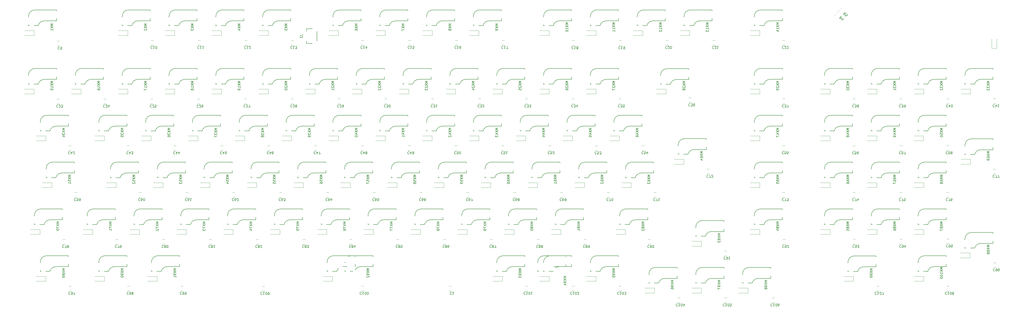
<source format=gbr>
%TF.GenerationSoftware,KiCad,Pcbnew,(6.0.4)*%
%TF.CreationDate,2022-11-05T13:57:26+01:00*%
%TF.ProjectId,pcb-rounded,7063622d-726f-4756-9e64-65642e6b6963,rev?*%
%TF.SameCoordinates,Original*%
%TF.FileFunction,Legend,Bot*%
%TF.FilePolarity,Positive*%
%FSLAX46Y46*%
G04 Gerber Fmt 4.6, Leading zero omitted, Abs format (unit mm)*
G04 Created by KiCad (PCBNEW (6.0.4)) date 2022-11-05 13:57:26*
%MOMM*%
%LPD*%
G01*
G04 APERTURE LIST*
%ADD10C,0.150000*%
%ADD11C,0.120000*%
G04 APERTURE END LIST*
D10*
%TO.C,MX13*%
X371133630Y-172863095D02*
X370133630Y-172863095D01*
X370847916Y-173196428D01*
X370133630Y-173529761D01*
X371133630Y-173529761D01*
X370133630Y-173910714D02*
X371133630Y-174577380D01*
X370133630Y-174577380D02*
X371133630Y-173910714D01*
X371133630Y-175482142D02*
X371133630Y-174910714D01*
X371133630Y-175196428D02*
X370133630Y-175196428D01*
X370276488Y-175101190D01*
X370371726Y-175005952D01*
X370419345Y-174910714D01*
X370133630Y-175815476D02*
X370133630Y-176434523D01*
X370514583Y-176101190D01*
X370514583Y-176244047D01*
X370562202Y-176339285D01*
X370609821Y-176386904D01*
X370705059Y-176434523D01*
X370943154Y-176434523D01*
X371038392Y-176386904D01*
X371086011Y-176339285D01*
X371133630Y-176244047D01*
X371133630Y-175958333D01*
X371086011Y-175863095D01*
X371038392Y-175815476D01*
%TO.C,MX11*%
X333033630Y-172863095D02*
X332033630Y-172863095D01*
X332747916Y-173196428D01*
X332033630Y-173529761D01*
X333033630Y-173529761D01*
X332033630Y-173910714D02*
X333033630Y-174577380D01*
X332033630Y-174577380D02*
X333033630Y-173910714D01*
X333033630Y-175482142D02*
X333033630Y-174910714D01*
X333033630Y-175196428D02*
X332033630Y-175196428D01*
X332176488Y-175101190D01*
X332271726Y-175005952D01*
X332319345Y-174910714D01*
X333033630Y-176434523D02*
X333033630Y-175863095D01*
X333033630Y-176148809D02*
X332033630Y-176148809D01*
X332176488Y-176053571D01*
X332271726Y-175958333D01*
X332319345Y-175863095D01*
%TO.C,MX43*%
X285408630Y-215725595D02*
X284408630Y-215725595D01*
X285122916Y-216058928D01*
X284408630Y-216392261D01*
X285408630Y-216392261D01*
X284408630Y-216773214D02*
X285408630Y-217439880D01*
X284408630Y-217439880D02*
X285408630Y-216773214D01*
X284741964Y-218249404D02*
X285408630Y-218249404D01*
X284361011Y-218011309D02*
X285075297Y-217773214D01*
X285075297Y-218392261D01*
X284408630Y-218677976D02*
X284408630Y-219297023D01*
X284789583Y-218963690D01*
X284789583Y-219106547D01*
X284837202Y-219201785D01*
X284884821Y-219249404D01*
X284980059Y-219297023D01*
X285218154Y-219297023D01*
X285313392Y-219249404D01*
X285361011Y-219201785D01*
X285408630Y-219106547D01*
X285408630Y-218820833D01*
X285361011Y-218725595D01*
X285313392Y-218677976D01*
%TO.C,MX31*%
X447333630Y-196675595D02*
X446333630Y-196675595D01*
X447047916Y-197008928D01*
X446333630Y-197342261D01*
X447333630Y-197342261D01*
X446333630Y-197723214D02*
X447333630Y-198389880D01*
X446333630Y-198389880D02*
X447333630Y-197723214D01*
X446333630Y-198675595D02*
X446333630Y-199294642D01*
X446714583Y-198961309D01*
X446714583Y-199104166D01*
X446762202Y-199199404D01*
X446809821Y-199247023D01*
X446905059Y-199294642D01*
X447143154Y-199294642D01*
X447238392Y-199247023D01*
X447286011Y-199199404D01*
X447333630Y-199104166D01*
X447333630Y-198818452D01*
X447286011Y-198723214D01*
X447238392Y-198675595D01*
X447333630Y-200247023D02*
X447333630Y-199675595D01*
X447333630Y-199961309D02*
X446333630Y-199961309D01*
X446476488Y-199866071D01*
X446571726Y-199770833D01*
X446619345Y-199675595D01*
%TO.C,MX20*%
X199683630Y-196675595D02*
X198683630Y-196675595D01*
X199397916Y-197008928D01*
X198683630Y-197342261D01*
X199683630Y-197342261D01*
X198683630Y-197723214D02*
X199683630Y-198389880D01*
X198683630Y-198389880D02*
X199683630Y-197723214D01*
X198778869Y-198723214D02*
X198731250Y-198770833D01*
X198683630Y-198866071D01*
X198683630Y-199104166D01*
X198731250Y-199199404D01*
X198778869Y-199247023D01*
X198874107Y-199294642D01*
X198969345Y-199294642D01*
X199112202Y-199247023D01*
X199683630Y-198675595D01*
X199683630Y-199294642D01*
X198683630Y-199913690D02*
X198683630Y-200008928D01*
X198731250Y-200104166D01*
X198778869Y-200151785D01*
X198874107Y-200199404D01*
X199064583Y-200247023D01*
X199302678Y-200247023D01*
X199493154Y-200199404D01*
X199588392Y-200151785D01*
X199636011Y-200104166D01*
X199683630Y-200008928D01*
X199683630Y-199913690D01*
X199636011Y-199818452D01*
X199588392Y-199770833D01*
X199493154Y-199723214D01*
X199302678Y-199675595D01*
X199064583Y-199675595D01*
X198874107Y-199723214D01*
X198778869Y-199770833D01*
X198731250Y-199818452D01*
X198683630Y-199913690D01*
%TO.C,MX54*%
X175871130Y-234775595D02*
X174871130Y-234775595D01*
X175585416Y-235108928D01*
X174871130Y-235442261D01*
X175871130Y-235442261D01*
X174871130Y-235823214D02*
X175871130Y-236489880D01*
X174871130Y-236489880D02*
X175871130Y-235823214D01*
X174871130Y-237347023D02*
X174871130Y-236870833D01*
X175347321Y-236823214D01*
X175299702Y-236870833D01*
X175252083Y-236966071D01*
X175252083Y-237204166D01*
X175299702Y-237299404D01*
X175347321Y-237347023D01*
X175442559Y-237394642D01*
X175680654Y-237394642D01*
X175775892Y-237347023D01*
X175823511Y-237299404D01*
X175871130Y-237204166D01*
X175871130Y-236966071D01*
X175823511Y-236870833D01*
X175775892Y-236823214D01*
X175204464Y-238251785D02*
X175871130Y-238251785D01*
X174823511Y-238013690D02*
X175537797Y-237775595D01*
X175537797Y-238394642D01*
%TO.C,MX12*%
X352083630Y-172863095D02*
X351083630Y-172863095D01*
X351797916Y-173196428D01*
X351083630Y-173529761D01*
X352083630Y-173529761D01*
X351083630Y-173910714D02*
X352083630Y-174577380D01*
X351083630Y-174577380D02*
X352083630Y-173910714D01*
X352083630Y-175482142D02*
X352083630Y-174910714D01*
X352083630Y-175196428D02*
X351083630Y-175196428D01*
X351226488Y-175101190D01*
X351321726Y-175005952D01*
X351369345Y-174910714D01*
X351178869Y-175863095D02*
X351131250Y-175910714D01*
X351083630Y-176005952D01*
X351083630Y-176244047D01*
X351131250Y-176339285D01*
X351178869Y-176386904D01*
X351274107Y-176434523D01*
X351369345Y-176434523D01*
X351512202Y-176386904D01*
X352083630Y-175815476D01*
X352083630Y-176434523D01*
%TO.C,MX51*%
X111577380Y-234775595D02*
X110577380Y-234775595D01*
X111291666Y-235108928D01*
X110577380Y-235442261D01*
X111577380Y-235442261D01*
X110577380Y-235823214D02*
X111577380Y-236489880D01*
X110577380Y-236489880D02*
X111577380Y-235823214D01*
X110577380Y-237347023D02*
X110577380Y-236870833D01*
X111053571Y-236823214D01*
X111005952Y-236870833D01*
X110958333Y-236966071D01*
X110958333Y-237204166D01*
X111005952Y-237299404D01*
X111053571Y-237347023D01*
X111148809Y-237394642D01*
X111386904Y-237394642D01*
X111482142Y-237347023D01*
X111529761Y-237299404D01*
X111577380Y-237204166D01*
X111577380Y-236966071D01*
X111529761Y-236870833D01*
X111482142Y-236823214D01*
X111577380Y-238347023D02*
X111577380Y-237775595D01*
X111577380Y-238061309D02*
X110577380Y-238061309D01*
X110720238Y-237966071D01*
X110815476Y-237870833D01*
X110863095Y-237775595D01*
%TO.C,MX77*%
X242546130Y-253825595D02*
X241546130Y-253825595D01*
X242260416Y-254158928D01*
X241546130Y-254492261D01*
X242546130Y-254492261D01*
X241546130Y-254873214D02*
X242546130Y-255539880D01*
X241546130Y-255539880D02*
X242546130Y-254873214D01*
X241546130Y-255825595D02*
X241546130Y-256492261D01*
X242546130Y-256063690D01*
X241546130Y-256777976D02*
X241546130Y-257444642D01*
X242546130Y-257016071D01*
%TO.C,MX79*%
X280646130Y-253825595D02*
X279646130Y-253825595D01*
X280360416Y-254158928D01*
X279646130Y-254492261D01*
X280646130Y-254492261D01*
X279646130Y-254873214D02*
X280646130Y-255539880D01*
X279646130Y-255539880D02*
X280646130Y-254873214D01*
X279646130Y-255825595D02*
X279646130Y-256492261D01*
X280646130Y-256063690D01*
X280646130Y-256920833D02*
X280646130Y-257111309D01*
X280598511Y-257206547D01*
X280550892Y-257254166D01*
X280408035Y-257349404D01*
X280217559Y-257397023D01*
X279836607Y-257397023D01*
X279741369Y-257349404D01*
X279693750Y-257301785D01*
X279646130Y-257206547D01*
X279646130Y-257016071D01*
X279693750Y-256920833D01*
X279741369Y-256873214D01*
X279836607Y-256825595D01*
X280074702Y-256825595D01*
X280169940Y-256873214D01*
X280217559Y-256920833D01*
X280265178Y-257016071D01*
X280265178Y-257206547D01*
X280217559Y-257301785D01*
X280169940Y-257349404D01*
X280074702Y-257397023D01*
%TO.C,MX49*%
X447333630Y-215725595D02*
X446333630Y-215725595D01*
X447047916Y-216058928D01*
X446333630Y-216392261D01*
X447333630Y-216392261D01*
X446333630Y-216773214D02*
X447333630Y-217439880D01*
X446333630Y-217439880D02*
X447333630Y-216773214D01*
X446666964Y-218249404D02*
X447333630Y-218249404D01*
X446286011Y-218011309D02*
X447000297Y-217773214D01*
X447000297Y-218392261D01*
X447333630Y-218820833D02*
X447333630Y-219011309D01*
X447286011Y-219106547D01*
X447238392Y-219154166D01*
X447095535Y-219249404D01*
X446905059Y-219297023D01*
X446524107Y-219297023D01*
X446428869Y-219249404D01*
X446381250Y-219201785D01*
X446333630Y-219106547D01*
X446333630Y-218916071D01*
X446381250Y-218820833D01*
X446428869Y-218773214D01*
X446524107Y-218725595D01*
X446762202Y-218725595D01*
X446857440Y-218773214D01*
X446905059Y-218820833D01*
X446952678Y-218916071D01*
X446952678Y-219106547D01*
X446905059Y-219201785D01*
X446857440Y-219249404D01*
X446762202Y-219297023D01*
%TO.C,MX45*%
X323508630Y-215725595D02*
X322508630Y-215725595D01*
X323222916Y-216058928D01*
X322508630Y-216392261D01*
X323508630Y-216392261D01*
X322508630Y-216773214D02*
X323508630Y-217439880D01*
X322508630Y-217439880D02*
X323508630Y-216773214D01*
X322841964Y-218249404D02*
X323508630Y-218249404D01*
X322461011Y-218011309D02*
X323175297Y-217773214D01*
X323175297Y-218392261D01*
X322508630Y-219249404D02*
X322508630Y-218773214D01*
X322984821Y-218725595D01*
X322937202Y-218773214D01*
X322889583Y-218868452D01*
X322889583Y-219106547D01*
X322937202Y-219201785D01*
X322984821Y-219249404D01*
X323080059Y-219297023D01*
X323318154Y-219297023D01*
X323413392Y-219249404D01*
X323461011Y-219201785D01*
X323508630Y-219106547D01*
X323508630Y-218868452D01*
X323461011Y-218773214D01*
X323413392Y-218725595D01*
%TO.C,MX42*%
X266358630Y-215725595D02*
X265358630Y-215725595D01*
X266072916Y-216058928D01*
X265358630Y-216392261D01*
X266358630Y-216392261D01*
X265358630Y-216773214D02*
X266358630Y-217439880D01*
X265358630Y-217439880D02*
X266358630Y-216773214D01*
X265691964Y-218249404D02*
X266358630Y-218249404D01*
X265311011Y-218011309D02*
X266025297Y-217773214D01*
X266025297Y-218392261D01*
X265453869Y-218725595D02*
X265406250Y-218773214D01*
X265358630Y-218868452D01*
X265358630Y-219106547D01*
X265406250Y-219201785D01*
X265453869Y-219249404D01*
X265549107Y-219297023D01*
X265644345Y-219297023D01*
X265787202Y-219249404D01*
X266358630Y-218677976D01*
X266358630Y-219297023D01*
%TO.C,MX10*%
X313983630Y-172863095D02*
X312983630Y-172863095D01*
X313697916Y-173196428D01*
X312983630Y-173529761D01*
X313983630Y-173529761D01*
X312983630Y-173910714D02*
X313983630Y-174577380D01*
X312983630Y-174577380D02*
X313983630Y-173910714D01*
X313983630Y-175482142D02*
X313983630Y-174910714D01*
X313983630Y-175196428D02*
X312983630Y-175196428D01*
X313126488Y-175101190D01*
X313221726Y-175005952D01*
X313269345Y-174910714D01*
X312983630Y-176101190D02*
X312983630Y-176196428D01*
X313031250Y-176291666D01*
X313078869Y-176339285D01*
X313174107Y-176386904D01*
X313364583Y-176434523D01*
X313602678Y-176434523D01*
X313793154Y-176386904D01*
X313888392Y-176339285D01*
X313936011Y-176291666D01*
X313983630Y-176196428D01*
X313983630Y-176101190D01*
X313936011Y-176005952D01*
X313888392Y-175958333D01*
X313793154Y-175910714D01*
X313602678Y-175863095D01*
X313364583Y-175863095D01*
X313174107Y-175910714D01*
X313078869Y-175958333D01*
X313031250Y-176005952D01*
X312983630Y-176101190D01*
%TO.C,MX92*%
X233021130Y-272875595D02*
X232021130Y-272875595D01*
X232735416Y-273208928D01*
X232021130Y-273542261D01*
X233021130Y-273542261D01*
X232021130Y-273923214D02*
X233021130Y-274589880D01*
X232021130Y-274589880D02*
X233021130Y-273923214D01*
X233021130Y-275018452D02*
X233021130Y-275208928D01*
X232973511Y-275304166D01*
X232925892Y-275351785D01*
X232783035Y-275447023D01*
X232592559Y-275494642D01*
X232211607Y-275494642D01*
X232116369Y-275447023D01*
X232068750Y-275399404D01*
X232021130Y-275304166D01*
X232021130Y-275113690D01*
X232068750Y-275018452D01*
X232116369Y-274970833D01*
X232211607Y-274923214D01*
X232449702Y-274923214D01*
X232544940Y-274970833D01*
X232592559Y-275018452D01*
X232640178Y-275113690D01*
X232640178Y-275304166D01*
X232592559Y-275399404D01*
X232544940Y-275447023D01*
X232449702Y-275494642D01*
X232116369Y-275875595D02*
X232068750Y-275923214D01*
X232021130Y-276018452D01*
X232021130Y-276256547D01*
X232068750Y-276351785D01*
X232116369Y-276399404D01*
X232211607Y-276447023D01*
X232306845Y-276447023D01*
X232449702Y-276399404D01*
X233021130Y-275827976D01*
X233021130Y-276447023D01*
%TO.C,MX9*%
X285408630Y-173339285D02*
X284408630Y-173339285D01*
X285122916Y-173672619D01*
X284408630Y-174005952D01*
X285408630Y-174005952D01*
X284408630Y-174386904D02*
X285408630Y-175053571D01*
X284408630Y-175053571D02*
X285408630Y-174386904D01*
X285408630Y-175482142D02*
X285408630Y-175672619D01*
X285361011Y-175767857D01*
X285313392Y-175815476D01*
X285170535Y-175910714D01*
X284980059Y-175958333D01*
X284599107Y-175958333D01*
X284503869Y-175910714D01*
X284456250Y-175863095D01*
X284408630Y-175767857D01*
X284408630Y-175577380D01*
X284456250Y-175482142D01*
X284503869Y-175434523D01*
X284599107Y-175386904D01*
X284837202Y-175386904D01*
X284932440Y-175434523D01*
X284980059Y-175482142D01*
X285027678Y-175577380D01*
X285027678Y-175767857D01*
X284980059Y-175863095D01*
X284932440Y-175910714D01*
X284837202Y-175958333D01*
%TO.C,MX18*%
X161583630Y-196675595D02*
X160583630Y-196675595D01*
X161297916Y-197008928D01*
X160583630Y-197342261D01*
X161583630Y-197342261D01*
X160583630Y-197723214D02*
X161583630Y-198389880D01*
X160583630Y-198389880D02*
X161583630Y-197723214D01*
X161583630Y-199294642D02*
X161583630Y-198723214D01*
X161583630Y-199008928D02*
X160583630Y-199008928D01*
X160726488Y-198913690D01*
X160821726Y-198818452D01*
X160869345Y-198723214D01*
X161012202Y-199866071D02*
X160964583Y-199770833D01*
X160916964Y-199723214D01*
X160821726Y-199675595D01*
X160774107Y-199675595D01*
X160678869Y-199723214D01*
X160631250Y-199770833D01*
X160583630Y-199866071D01*
X160583630Y-200056547D01*
X160631250Y-200151785D01*
X160678869Y-200199404D01*
X160774107Y-200247023D01*
X160821726Y-200247023D01*
X160916964Y-200199404D01*
X160964583Y-200151785D01*
X161012202Y-200056547D01*
X161012202Y-199866071D01*
X161059821Y-199770833D01*
X161107440Y-199723214D01*
X161202678Y-199675595D01*
X161393154Y-199675595D01*
X161488392Y-199723214D01*
X161536011Y-199770833D01*
X161583630Y-199866071D01*
X161583630Y-200056547D01*
X161536011Y-200151785D01*
X161488392Y-200199404D01*
X161393154Y-200247023D01*
X161202678Y-200247023D01*
X161107440Y-200199404D01*
X161059821Y-200151785D01*
X161012202Y-200056547D01*
%TO.C,MX15*%
X104433630Y-196675595D02*
X103433630Y-196675595D01*
X104147916Y-197008928D01*
X103433630Y-197342261D01*
X104433630Y-197342261D01*
X103433630Y-197723214D02*
X104433630Y-198389880D01*
X103433630Y-198389880D02*
X104433630Y-197723214D01*
X104433630Y-199294642D02*
X104433630Y-198723214D01*
X104433630Y-199008928D02*
X103433630Y-199008928D01*
X103576488Y-198913690D01*
X103671726Y-198818452D01*
X103719345Y-198723214D01*
X103433630Y-200199404D02*
X103433630Y-199723214D01*
X103909821Y-199675595D01*
X103862202Y-199723214D01*
X103814583Y-199818452D01*
X103814583Y-200056547D01*
X103862202Y-200151785D01*
X103909821Y-200199404D01*
X104005059Y-200247023D01*
X104243154Y-200247023D01*
X104338392Y-200199404D01*
X104386011Y-200151785D01*
X104433630Y-200056547D01*
X104433630Y-199818452D01*
X104386011Y-199723214D01*
X104338392Y-199675595D01*
%TO.C,MX5*%
X199683630Y-173339285D02*
X198683630Y-173339285D01*
X199397916Y-173672619D01*
X198683630Y-174005952D01*
X199683630Y-174005952D01*
X198683630Y-174386904D02*
X199683630Y-175053571D01*
X198683630Y-175053571D02*
X199683630Y-174386904D01*
X198683630Y-175910714D02*
X198683630Y-175434523D01*
X199159821Y-175386904D01*
X199112202Y-175434523D01*
X199064583Y-175529761D01*
X199064583Y-175767857D01*
X199112202Y-175863095D01*
X199159821Y-175910714D01*
X199255059Y-175958333D01*
X199493154Y-175958333D01*
X199588392Y-175910714D01*
X199636011Y-175863095D01*
X199683630Y-175767857D01*
X199683630Y-175529761D01*
X199636011Y-175434523D01*
X199588392Y-175386904D01*
%TO.C,MX21*%
X218733630Y-196675595D02*
X217733630Y-196675595D01*
X218447916Y-197008928D01*
X217733630Y-197342261D01*
X218733630Y-197342261D01*
X217733630Y-197723214D02*
X218733630Y-198389880D01*
X217733630Y-198389880D02*
X218733630Y-197723214D01*
X217828869Y-198723214D02*
X217781250Y-198770833D01*
X217733630Y-198866071D01*
X217733630Y-199104166D01*
X217781250Y-199199404D01*
X217828869Y-199247023D01*
X217924107Y-199294642D01*
X218019345Y-199294642D01*
X218162202Y-199247023D01*
X218733630Y-198675595D01*
X218733630Y-199294642D01*
X218733630Y-200247023D02*
X218733630Y-199675595D01*
X218733630Y-199961309D02*
X217733630Y-199961309D01*
X217876488Y-199866071D01*
X217971726Y-199770833D01*
X218019345Y-199675595D01*
%TO.C,MX84*%
X399708630Y-253825595D02*
X398708630Y-253825595D01*
X399422916Y-254158928D01*
X398708630Y-254492261D01*
X399708630Y-254492261D01*
X398708630Y-254873214D02*
X399708630Y-255539880D01*
X398708630Y-255539880D02*
X399708630Y-254873214D01*
X399137202Y-256063690D02*
X399089583Y-255968452D01*
X399041964Y-255920833D01*
X398946726Y-255873214D01*
X398899107Y-255873214D01*
X398803869Y-255920833D01*
X398756250Y-255968452D01*
X398708630Y-256063690D01*
X398708630Y-256254166D01*
X398756250Y-256349404D01*
X398803869Y-256397023D01*
X398899107Y-256444642D01*
X398946726Y-256444642D01*
X399041964Y-256397023D01*
X399089583Y-256349404D01*
X399137202Y-256254166D01*
X399137202Y-256063690D01*
X399184821Y-255968452D01*
X399232440Y-255920833D01*
X399327678Y-255873214D01*
X399518154Y-255873214D01*
X399613392Y-255920833D01*
X399661011Y-255968452D01*
X399708630Y-256063690D01*
X399708630Y-256254166D01*
X399661011Y-256349404D01*
X399613392Y-256397023D01*
X399518154Y-256444642D01*
X399327678Y-256444642D01*
X399232440Y-256397023D01*
X399184821Y-256349404D01*
X399137202Y-256254166D01*
X399041964Y-257301785D02*
X399708630Y-257301785D01*
X398661011Y-257063690D02*
X399375297Y-256825595D01*
X399375297Y-257444642D01*
%TO.C,MX44*%
X304458630Y-215725595D02*
X303458630Y-215725595D01*
X304172916Y-216058928D01*
X303458630Y-216392261D01*
X304458630Y-216392261D01*
X303458630Y-216773214D02*
X304458630Y-217439880D01*
X303458630Y-217439880D02*
X304458630Y-216773214D01*
X303791964Y-218249404D02*
X304458630Y-218249404D01*
X303411011Y-218011309D02*
X304125297Y-217773214D01*
X304125297Y-218392261D01*
X303791964Y-219201785D02*
X304458630Y-219201785D01*
X303411011Y-218963690D02*
X304125297Y-218725595D01*
X304125297Y-219344642D01*
%TO.C,MX47*%
X399708630Y-215725595D02*
X398708630Y-215725595D01*
X399422916Y-216058928D01*
X398708630Y-216392261D01*
X399708630Y-216392261D01*
X398708630Y-216773214D02*
X399708630Y-217439880D01*
X398708630Y-217439880D02*
X399708630Y-216773214D01*
X399041964Y-218249404D02*
X399708630Y-218249404D01*
X398661011Y-218011309D02*
X399375297Y-217773214D01*
X399375297Y-218392261D01*
X398708630Y-218677976D02*
X398708630Y-219344642D01*
X399708630Y-218916071D01*
%TO.C,MX32*%
X466383630Y-196675595D02*
X465383630Y-196675595D01*
X466097916Y-197008928D01*
X465383630Y-197342261D01*
X466383630Y-197342261D01*
X465383630Y-197723214D02*
X466383630Y-198389880D01*
X465383630Y-198389880D02*
X466383630Y-197723214D01*
X465383630Y-198675595D02*
X465383630Y-199294642D01*
X465764583Y-198961309D01*
X465764583Y-199104166D01*
X465812202Y-199199404D01*
X465859821Y-199247023D01*
X465955059Y-199294642D01*
X466193154Y-199294642D01*
X466288392Y-199247023D01*
X466336011Y-199199404D01*
X466383630Y-199104166D01*
X466383630Y-198818452D01*
X466336011Y-198723214D01*
X466288392Y-198675595D01*
X465478869Y-199675595D02*
X465431250Y-199723214D01*
X465383630Y-199818452D01*
X465383630Y-200056547D01*
X465431250Y-200151785D01*
X465478869Y-200199404D01*
X465574107Y-200247023D01*
X465669345Y-200247023D01*
X465812202Y-200199404D01*
X466383630Y-199627976D01*
X466383630Y-200247023D01*
%TO.C,MX91*%
X154439880Y-272875595D02*
X153439880Y-272875595D01*
X154154166Y-273208928D01*
X153439880Y-273542261D01*
X154439880Y-273542261D01*
X153439880Y-273923214D02*
X154439880Y-274589880D01*
X153439880Y-274589880D02*
X154439880Y-273923214D01*
X154439880Y-275018452D02*
X154439880Y-275208928D01*
X154392261Y-275304166D01*
X154344642Y-275351785D01*
X154201785Y-275447023D01*
X154011309Y-275494642D01*
X153630357Y-275494642D01*
X153535119Y-275447023D01*
X153487500Y-275399404D01*
X153439880Y-275304166D01*
X153439880Y-275113690D01*
X153487500Y-275018452D01*
X153535119Y-274970833D01*
X153630357Y-274923214D01*
X153868452Y-274923214D01*
X153963690Y-274970833D01*
X154011309Y-275018452D01*
X154058928Y-275113690D01*
X154058928Y-275304166D01*
X154011309Y-275399404D01*
X153963690Y-275447023D01*
X153868452Y-275494642D01*
X154439880Y-276447023D02*
X154439880Y-275875595D01*
X154439880Y-276161309D02*
X153439880Y-276161309D01*
X153582738Y-276066071D01*
X153677976Y-275970833D01*
X153725595Y-275875595D01*
%TO.C,MX36*%
X152058630Y-215725595D02*
X151058630Y-215725595D01*
X151772916Y-216058928D01*
X151058630Y-216392261D01*
X152058630Y-216392261D01*
X151058630Y-216773214D02*
X152058630Y-217439880D01*
X151058630Y-217439880D02*
X152058630Y-216773214D01*
X151058630Y-217725595D02*
X151058630Y-218344642D01*
X151439583Y-218011309D01*
X151439583Y-218154166D01*
X151487202Y-218249404D01*
X151534821Y-218297023D01*
X151630059Y-218344642D01*
X151868154Y-218344642D01*
X151963392Y-218297023D01*
X152011011Y-218249404D01*
X152058630Y-218154166D01*
X152058630Y-217868452D01*
X152011011Y-217773214D01*
X151963392Y-217725595D01*
X151058630Y-219201785D02*
X151058630Y-219011309D01*
X151106250Y-218916071D01*
X151153869Y-218868452D01*
X151296726Y-218773214D01*
X151487202Y-218725595D01*
X151868154Y-218725595D01*
X151963392Y-218773214D01*
X152011011Y-218820833D01*
X152058630Y-218916071D01*
X152058630Y-219106547D01*
X152011011Y-219201785D01*
X151963392Y-219249404D01*
X151868154Y-219297023D01*
X151630059Y-219297023D01*
X151534821Y-219249404D01*
X151487202Y-219201785D01*
X151439583Y-219106547D01*
X151439583Y-218916071D01*
X151487202Y-218820833D01*
X151534821Y-218773214D01*
X151630059Y-218725595D01*
%TO.C,MX71*%
X128246130Y-253825595D02*
X127246130Y-253825595D01*
X127960416Y-254158928D01*
X127246130Y-254492261D01*
X128246130Y-254492261D01*
X127246130Y-254873214D02*
X128246130Y-255539880D01*
X127246130Y-255539880D02*
X128246130Y-254873214D01*
X127246130Y-255825595D02*
X127246130Y-256492261D01*
X128246130Y-256063690D01*
X128246130Y-257397023D02*
X128246130Y-256825595D01*
X128246130Y-257111309D02*
X127246130Y-257111309D01*
X127388988Y-257016071D01*
X127484226Y-256920833D01*
X127531845Y-256825595D01*
%TO.C,MX80*%
X299696130Y-253825595D02*
X298696130Y-253825595D01*
X299410416Y-254158928D01*
X298696130Y-254492261D01*
X299696130Y-254492261D01*
X298696130Y-254873214D02*
X299696130Y-255539880D01*
X298696130Y-255539880D02*
X299696130Y-254873214D01*
X299124702Y-256063690D02*
X299077083Y-255968452D01*
X299029464Y-255920833D01*
X298934226Y-255873214D01*
X298886607Y-255873214D01*
X298791369Y-255920833D01*
X298743750Y-255968452D01*
X298696130Y-256063690D01*
X298696130Y-256254166D01*
X298743750Y-256349404D01*
X298791369Y-256397023D01*
X298886607Y-256444642D01*
X298934226Y-256444642D01*
X299029464Y-256397023D01*
X299077083Y-256349404D01*
X299124702Y-256254166D01*
X299124702Y-256063690D01*
X299172321Y-255968452D01*
X299219940Y-255920833D01*
X299315178Y-255873214D01*
X299505654Y-255873214D01*
X299600892Y-255920833D01*
X299648511Y-255968452D01*
X299696130Y-256063690D01*
X299696130Y-256254166D01*
X299648511Y-256349404D01*
X299600892Y-256397023D01*
X299505654Y-256444642D01*
X299315178Y-256444642D01*
X299219940Y-256397023D01*
X299172321Y-256349404D01*
X299124702Y-256254166D01*
X298696130Y-257063690D02*
X298696130Y-257158928D01*
X298743750Y-257254166D01*
X298791369Y-257301785D01*
X298886607Y-257349404D01*
X299077083Y-257397023D01*
X299315178Y-257397023D01*
X299505654Y-257349404D01*
X299600892Y-257301785D01*
X299648511Y-257254166D01*
X299696130Y-257158928D01*
X299696130Y-257063690D01*
X299648511Y-256968452D01*
X299600892Y-256920833D01*
X299505654Y-256873214D01*
X299315178Y-256825595D01*
X299077083Y-256825595D01*
X298886607Y-256873214D01*
X298791369Y-256920833D01*
X298743750Y-256968452D01*
X298696130Y-257063690D01*
%TO.C,MX89*%
X109196130Y-272875595D02*
X108196130Y-272875595D01*
X108910416Y-273208928D01*
X108196130Y-273542261D01*
X109196130Y-273542261D01*
X108196130Y-273923214D02*
X109196130Y-274589880D01*
X108196130Y-274589880D02*
X109196130Y-273923214D01*
X108624702Y-275113690D02*
X108577083Y-275018452D01*
X108529464Y-274970833D01*
X108434226Y-274923214D01*
X108386607Y-274923214D01*
X108291369Y-274970833D01*
X108243750Y-275018452D01*
X108196130Y-275113690D01*
X108196130Y-275304166D01*
X108243750Y-275399404D01*
X108291369Y-275447023D01*
X108386607Y-275494642D01*
X108434226Y-275494642D01*
X108529464Y-275447023D01*
X108577083Y-275399404D01*
X108624702Y-275304166D01*
X108624702Y-275113690D01*
X108672321Y-275018452D01*
X108719940Y-274970833D01*
X108815178Y-274923214D01*
X109005654Y-274923214D01*
X109100892Y-274970833D01*
X109148511Y-275018452D01*
X109196130Y-275113690D01*
X109196130Y-275304166D01*
X109148511Y-275399404D01*
X109100892Y-275447023D01*
X109005654Y-275494642D01*
X108815178Y-275494642D01*
X108719940Y-275447023D01*
X108672321Y-275399404D01*
X108624702Y-275304166D01*
X109196130Y-275970833D02*
X109196130Y-276161309D01*
X109148511Y-276256547D01*
X109100892Y-276304166D01*
X108958035Y-276399404D01*
X108767559Y-276447023D01*
X108386607Y-276447023D01*
X108291369Y-276399404D01*
X108243750Y-276351785D01*
X108196130Y-276256547D01*
X108196130Y-276066071D01*
X108243750Y-275970833D01*
X108291369Y-275923214D01*
X108386607Y-275875595D01*
X108624702Y-275875595D01*
X108719940Y-275923214D01*
X108767559Y-275970833D01*
X108815178Y-276066071D01*
X108815178Y-276256547D01*
X108767559Y-276351785D01*
X108719940Y-276399404D01*
X108624702Y-276447023D01*
%TO.C,MX66*%
X428283630Y-234775595D02*
X427283630Y-234775595D01*
X427997916Y-235108928D01*
X427283630Y-235442261D01*
X428283630Y-235442261D01*
X427283630Y-235823214D02*
X428283630Y-236489880D01*
X427283630Y-236489880D02*
X428283630Y-235823214D01*
X427283630Y-237299404D02*
X427283630Y-237108928D01*
X427331250Y-237013690D01*
X427378869Y-236966071D01*
X427521726Y-236870833D01*
X427712202Y-236823214D01*
X428093154Y-236823214D01*
X428188392Y-236870833D01*
X428236011Y-236918452D01*
X428283630Y-237013690D01*
X428283630Y-237204166D01*
X428236011Y-237299404D01*
X428188392Y-237347023D01*
X428093154Y-237394642D01*
X427855059Y-237394642D01*
X427759821Y-237347023D01*
X427712202Y-237299404D01*
X427664583Y-237204166D01*
X427664583Y-237013690D01*
X427712202Y-236918452D01*
X427759821Y-236870833D01*
X427855059Y-236823214D01*
X427283630Y-238251785D02*
X427283630Y-238061309D01*
X427331250Y-237966071D01*
X427378869Y-237918452D01*
X427521726Y-237823214D01*
X427712202Y-237775595D01*
X428093154Y-237775595D01*
X428188392Y-237823214D01*
X428236011Y-237870833D01*
X428283630Y-237966071D01*
X428283630Y-238156547D01*
X428236011Y-238251785D01*
X428188392Y-238299404D01*
X428093154Y-238347023D01*
X427855059Y-238347023D01*
X427759821Y-238299404D01*
X427712202Y-238251785D01*
X427664583Y-238156547D01*
X427664583Y-237966071D01*
X427712202Y-237870833D01*
X427759821Y-237823214D01*
X427855059Y-237775595D01*
%TO.C,MX3*%
X161583630Y-173339285D02*
X160583630Y-173339285D01*
X161297916Y-173672619D01*
X160583630Y-174005952D01*
X161583630Y-174005952D01*
X160583630Y-174386904D02*
X161583630Y-175053571D01*
X160583630Y-175053571D02*
X161583630Y-174386904D01*
X160583630Y-175339285D02*
X160583630Y-175958333D01*
X160964583Y-175625000D01*
X160964583Y-175767857D01*
X161012202Y-175863095D01*
X161059821Y-175910714D01*
X161155059Y-175958333D01*
X161393154Y-175958333D01*
X161488392Y-175910714D01*
X161536011Y-175863095D01*
X161583630Y-175767857D01*
X161583630Y-175482142D01*
X161536011Y-175386904D01*
X161488392Y-175339285D01*
%TO.C,MX61*%
X309221130Y-234775595D02*
X308221130Y-234775595D01*
X308935416Y-235108928D01*
X308221130Y-235442261D01*
X309221130Y-235442261D01*
X308221130Y-235823214D02*
X309221130Y-236489880D01*
X308221130Y-236489880D02*
X309221130Y-235823214D01*
X308221130Y-237299404D02*
X308221130Y-237108928D01*
X308268750Y-237013690D01*
X308316369Y-236966071D01*
X308459226Y-236870833D01*
X308649702Y-236823214D01*
X309030654Y-236823214D01*
X309125892Y-236870833D01*
X309173511Y-236918452D01*
X309221130Y-237013690D01*
X309221130Y-237204166D01*
X309173511Y-237299404D01*
X309125892Y-237347023D01*
X309030654Y-237394642D01*
X308792559Y-237394642D01*
X308697321Y-237347023D01*
X308649702Y-237299404D01*
X308602083Y-237204166D01*
X308602083Y-237013690D01*
X308649702Y-236918452D01*
X308697321Y-236870833D01*
X308792559Y-236823214D01*
X309221130Y-238347023D02*
X309221130Y-237775595D01*
X309221130Y-238061309D02*
X308221130Y-238061309D01*
X308363988Y-237966071D01*
X308459226Y-237870833D01*
X308506845Y-237775595D01*
%TO.C,MX100*%
X466383630Y-272399404D02*
X465383630Y-272399404D01*
X466097916Y-272732738D01*
X465383630Y-273066071D01*
X466383630Y-273066071D01*
X465383630Y-273447023D02*
X466383630Y-274113690D01*
X465383630Y-274113690D02*
X466383630Y-273447023D01*
X466383630Y-275018452D02*
X466383630Y-274447023D01*
X466383630Y-274732738D02*
X465383630Y-274732738D01*
X465526488Y-274637500D01*
X465621726Y-274542261D01*
X465669345Y-274447023D01*
X465383630Y-275637500D02*
X465383630Y-275732738D01*
X465431250Y-275827976D01*
X465478869Y-275875595D01*
X465574107Y-275923214D01*
X465764583Y-275970833D01*
X466002678Y-275970833D01*
X466193154Y-275923214D01*
X466288392Y-275875595D01*
X466336011Y-275827976D01*
X466383630Y-275732738D01*
X466383630Y-275637500D01*
X466336011Y-275542261D01*
X466288392Y-275494642D01*
X466193154Y-275447023D01*
X466002678Y-275399404D01*
X465764583Y-275399404D01*
X465574107Y-275447023D01*
X465478869Y-275494642D01*
X465431250Y-275542261D01*
X465383630Y-275637500D01*
X465383630Y-276589880D02*
X465383630Y-276685119D01*
X465431250Y-276780357D01*
X465478869Y-276827976D01*
X465574107Y-276875595D01*
X465764583Y-276923214D01*
X466002678Y-276923214D01*
X466193154Y-276875595D01*
X466288392Y-276827976D01*
X466336011Y-276780357D01*
X466383630Y-276685119D01*
X466383630Y-276589880D01*
X466336011Y-276494642D01*
X466288392Y-276447023D01*
X466193154Y-276399404D01*
X466002678Y-276351785D01*
X465764583Y-276351785D01*
X465574107Y-276399404D01*
X465478869Y-276447023D01*
X465431250Y-276494642D01*
X465383630Y-276589880D01*
%TO.C,MX86*%
X447333630Y-253825595D02*
X446333630Y-253825595D01*
X447047916Y-254158928D01*
X446333630Y-254492261D01*
X447333630Y-254492261D01*
X446333630Y-254873214D02*
X447333630Y-255539880D01*
X446333630Y-255539880D02*
X447333630Y-254873214D01*
X446762202Y-256063690D02*
X446714583Y-255968452D01*
X446666964Y-255920833D01*
X446571726Y-255873214D01*
X446524107Y-255873214D01*
X446428869Y-255920833D01*
X446381250Y-255968452D01*
X446333630Y-256063690D01*
X446333630Y-256254166D01*
X446381250Y-256349404D01*
X446428869Y-256397023D01*
X446524107Y-256444642D01*
X446571726Y-256444642D01*
X446666964Y-256397023D01*
X446714583Y-256349404D01*
X446762202Y-256254166D01*
X446762202Y-256063690D01*
X446809821Y-255968452D01*
X446857440Y-255920833D01*
X446952678Y-255873214D01*
X447143154Y-255873214D01*
X447238392Y-255920833D01*
X447286011Y-255968452D01*
X447333630Y-256063690D01*
X447333630Y-256254166D01*
X447286011Y-256349404D01*
X447238392Y-256397023D01*
X447143154Y-256444642D01*
X446952678Y-256444642D01*
X446857440Y-256397023D01*
X446809821Y-256349404D01*
X446762202Y-256254166D01*
X446333630Y-257301785D02*
X446333630Y-257111309D01*
X446381250Y-257016071D01*
X446428869Y-256968452D01*
X446571726Y-256873214D01*
X446762202Y-256825595D01*
X447143154Y-256825595D01*
X447238392Y-256873214D01*
X447286011Y-256920833D01*
X447333630Y-257016071D01*
X447333630Y-257206547D01*
X447286011Y-257301785D01*
X447238392Y-257349404D01*
X447143154Y-257397023D01*
X446905059Y-257397023D01*
X446809821Y-257349404D01*
X446762202Y-257301785D01*
X446714583Y-257206547D01*
X446714583Y-257016071D01*
X446762202Y-256920833D01*
X446809821Y-256873214D01*
X446905059Y-256825595D01*
%TO.C,MX39*%
X209208630Y-215725595D02*
X208208630Y-215725595D01*
X208922916Y-216058928D01*
X208208630Y-216392261D01*
X209208630Y-216392261D01*
X208208630Y-216773214D02*
X209208630Y-217439880D01*
X208208630Y-217439880D02*
X209208630Y-216773214D01*
X208208630Y-217725595D02*
X208208630Y-218344642D01*
X208589583Y-218011309D01*
X208589583Y-218154166D01*
X208637202Y-218249404D01*
X208684821Y-218297023D01*
X208780059Y-218344642D01*
X209018154Y-218344642D01*
X209113392Y-218297023D01*
X209161011Y-218249404D01*
X209208630Y-218154166D01*
X209208630Y-217868452D01*
X209161011Y-217773214D01*
X209113392Y-217725595D01*
X209208630Y-218820833D02*
X209208630Y-219011309D01*
X209161011Y-219106547D01*
X209113392Y-219154166D01*
X208970535Y-219249404D01*
X208780059Y-219297023D01*
X208399107Y-219297023D01*
X208303869Y-219249404D01*
X208256250Y-219201785D01*
X208208630Y-219106547D01*
X208208630Y-218916071D01*
X208256250Y-218820833D01*
X208303869Y-218773214D01*
X208399107Y-218725595D01*
X208637202Y-218725595D01*
X208732440Y-218773214D01*
X208780059Y-218820833D01*
X208827678Y-218916071D01*
X208827678Y-219106547D01*
X208780059Y-219201785D01*
X208732440Y-219249404D01*
X208637202Y-219297023D01*
%TO.C,MX87*%
X466383630Y-253825595D02*
X465383630Y-253825595D01*
X466097916Y-254158928D01*
X465383630Y-254492261D01*
X466383630Y-254492261D01*
X465383630Y-254873214D02*
X466383630Y-255539880D01*
X465383630Y-255539880D02*
X466383630Y-254873214D01*
X465812202Y-256063690D02*
X465764583Y-255968452D01*
X465716964Y-255920833D01*
X465621726Y-255873214D01*
X465574107Y-255873214D01*
X465478869Y-255920833D01*
X465431250Y-255968452D01*
X465383630Y-256063690D01*
X465383630Y-256254166D01*
X465431250Y-256349404D01*
X465478869Y-256397023D01*
X465574107Y-256444642D01*
X465621726Y-256444642D01*
X465716964Y-256397023D01*
X465764583Y-256349404D01*
X465812202Y-256254166D01*
X465812202Y-256063690D01*
X465859821Y-255968452D01*
X465907440Y-255920833D01*
X466002678Y-255873214D01*
X466193154Y-255873214D01*
X466288392Y-255920833D01*
X466336011Y-255968452D01*
X466383630Y-256063690D01*
X466383630Y-256254166D01*
X466336011Y-256349404D01*
X466288392Y-256397023D01*
X466193154Y-256444642D01*
X466002678Y-256444642D01*
X465907440Y-256397023D01*
X465859821Y-256349404D01*
X465812202Y-256254166D01*
X465383630Y-256777976D02*
X465383630Y-257444642D01*
X466383630Y-257016071D01*
%TO.C,MX83*%
X375896130Y-258588095D02*
X374896130Y-258588095D01*
X375610416Y-258921428D01*
X374896130Y-259254761D01*
X375896130Y-259254761D01*
X374896130Y-259635714D02*
X375896130Y-260302380D01*
X374896130Y-260302380D02*
X375896130Y-259635714D01*
X375324702Y-260826190D02*
X375277083Y-260730952D01*
X375229464Y-260683333D01*
X375134226Y-260635714D01*
X375086607Y-260635714D01*
X374991369Y-260683333D01*
X374943750Y-260730952D01*
X374896130Y-260826190D01*
X374896130Y-261016666D01*
X374943750Y-261111904D01*
X374991369Y-261159523D01*
X375086607Y-261207142D01*
X375134226Y-261207142D01*
X375229464Y-261159523D01*
X375277083Y-261111904D01*
X375324702Y-261016666D01*
X375324702Y-260826190D01*
X375372321Y-260730952D01*
X375419940Y-260683333D01*
X375515178Y-260635714D01*
X375705654Y-260635714D01*
X375800892Y-260683333D01*
X375848511Y-260730952D01*
X375896130Y-260826190D01*
X375896130Y-261016666D01*
X375848511Y-261111904D01*
X375800892Y-261159523D01*
X375705654Y-261207142D01*
X375515178Y-261207142D01*
X375419940Y-261159523D01*
X375372321Y-261111904D01*
X375324702Y-261016666D01*
X374896130Y-261540476D02*
X374896130Y-262159523D01*
X375277083Y-261826190D01*
X375277083Y-261969047D01*
X375324702Y-262064285D01*
X375372321Y-262111904D01*
X375467559Y-262159523D01*
X375705654Y-262159523D01*
X375800892Y-262111904D01*
X375848511Y-262064285D01*
X375896130Y-261969047D01*
X375896130Y-261683333D01*
X375848511Y-261588095D01*
X375800892Y-261540476D01*
%TO.C,MX78*%
X261596130Y-253825595D02*
X260596130Y-253825595D01*
X261310416Y-254158928D01*
X260596130Y-254492261D01*
X261596130Y-254492261D01*
X260596130Y-254873214D02*
X261596130Y-255539880D01*
X260596130Y-255539880D02*
X261596130Y-254873214D01*
X260596130Y-255825595D02*
X260596130Y-256492261D01*
X261596130Y-256063690D01*
X261024702Y-257016071D02*
X260977083Y-256920833D01*
X260929464Y-256873214D01*
X260834226Y-256825595D01*
X260786607Y-256825595D01*
X260691369Y-256873214D01*
X260643750Y-256920833D01*
X260596130Y-257016071D01*
X260596130Y-257206547D01*
X260643750Y-257301785D01*
X260691369Y-257349404D01*
X260786607Y-257397023D01*
X260834226Y-257397023D01*
X260929464Y-257349404D01*
X260977083Y-257301785D01*
X261024702Y-257206547D01*
X261024702Y-257016071D01*
X261072321Y-256920833D01*
X261119940Y-256873214D01*
X261215178Y-256825595D01*
X261405654Y-256825595D01*
X261500892Y-256873214D01*
X261548511Y-256920833D01*
X261596130Y-257016071D01*
X261596130Y-257206547D01*
X261548511Y-257301785D01*
X261500892Y-257349404D01*
X261405654Y-257397023D01*
X261215178Y-257397023D01*
X261119940Y-257349404D01*
X261072321Y-257301785D01*
X261024702Y-257206547D01*
%TO.C,MX40*%
X228258630Y-215725595D02*
X227258630Y-215725595D01*
X227972916Y-216058928D01*
X227258630Y-216392261D01*
X228258630Y-216392261D01*
X227258630Y-216773214D02*
X228258630Y-217439880D01*
X227258630Y-217439880D02*
X228258630Y-216773214D01*
X227591964Y-218249404D02*
X228258630Y-218249404D01*
X227211011Y-218011309D02*
X227925297Y-217773214D01*
X227925297Y-218392261D01*
X227258630Y-218963690D02*
X227258630Y-219058928D01*
X227306250Y-219154166D01*
X227353869Y-219201785D01*
X227449107Y-219249404D01*
X227639583Y-219297023D01*
X227877678Y-219297023D01*
X228068154Y-219249404D01*
X228163392Y-219201785D01*
X228211011Y-219154166D01*
X228258630Y-219058928D01*
X228258630Y-218963690D01*
X228211011Y-218868452D01*
X228163392Y-218820833D01*
X228068154Y-218773214D01*
X227877678Y-218725595D01*
X227639583Y-218725595D01*
X227449107Y-218773214D01*
X227353869Y-218820833D01*
X227306250Y-218868452D01*
X227258630Y-218963690D01*
%TO.C,MX81*%
X318746130Y-253825595D02*
X317746130Y-253825595D01*
X318460416Y-254158928D01*
X317746130Y-254492261D01*
X318746130Y-254492261D01*
X317746130Y-254873214D02*
X318746130Y-255539880D01*
X317746130Y-255539880D02*
X318746130Y-254873214D01*
X318174702Y-256063690D02*
X318127083Y-255968452D01*
X318079464Y-255920833D01*
X317984226Y-255873214D01*
X317936607Y-255873214D01*
X317841369Y-255920833D01*
X317793750Y-255968452D01*
X317746130Y-256063690D01*
X317746130Y-256254166D01*
X317793750Y-256349404D01*
X317841369Y-256397023D01*
X317936607Y-256444642D01*
X317984226Y-256444642D01*
X318079464Y-256397023D01*
X318127083Y-256349404D01*
X318174702Y-256254166D01*
X318174702Y-256063690D01*
X318222321Y-255968452D01*
X318269940Y-255920833D01*
X318365178Y-255873214D01*
X318555654Y-255873214D01*
X318650892Y-255920833D01*
X318698511Y-255968452D01*
X318746130Y-256063690D01*
X318746130Y-256254166D01*
X318698511Y-256349404D01*
X318650892Y-256397023D01*
X318555654Y-256444642D01*
X318365178Y-256444642D01*
X318269940Y-256397023D01*
X318222321Y-256349404D01*
X318174702Y-256254166D01*
X318746130Y-257397023D02*
X318746130Y-256825595D01*
X318746130Y-257111309D02*
X317746130Y-257111309D01*
X317888988Y-257016071D01*
X317984226Y-256920833D01*
X318031845Y-256825595D01*
%TO.C,MX25*%
X294933630Y-196675595D02*
X293933630Y-196675595D01*
X294647916Y-197008928D01*
X293933630Y-197342261D01*
X294933630Y-197342261D01*
X293933630Y-197723214D02*
X294933630Y-198389880D01*
X293933630Y-198389880D02*
X294933630Y-197723214D01*
X294028869Y-198723214D02*
X293981250Y-198770833D01*
X293933630Y-198866071D01*
X293933630Y-199104166D01*
X293981250Y-199199404D01*
X294028869Y-199247023D01*
X294124107Y-199294642D01*
X294219345Y-199294642D01*
X294362202Y-199247023D01*
X294933630Y-198675595D01*
X294933630Y-199294642D01*
X293933630Y-200199404D02*
X293933630Y-199723214D01*
X294409821Y-199675595D01*
X294362202Y-199723214D01*
X294314583Y-199818452D01*
X294314583Y-200056547D01*
X294362202Y-200151785D01*
X294409821Y-200199404D01*
X294505059Y-200247023D01*
X294743154Y-200247023D01*
X294838392Y-200199404D01*
X294886011Y-200151785D01*
X294933630Y-200056547D01*
X294933630Y-199818452D01*
X294886011Y-199723214D01*
X294838392Y-199675595D01*
%TO.C,MX52*%
X137771130Y-234775595D02*
X136771130Y-234775595D01*
X137485416Y-235108928D01*
X136771130Y-235442261D01*
X137771130Y-235442261D01*
X136771130Y-235823214D02*
X137771130Y-236489880D01*
X136771130Y-236489880D02*
X137771130Y-235823214D01*
X136771130Y-237347023D02*
X136771130Y-236870833D01*
X137247321Y-236823214D01*
X137199702Y-236870833D01*
X137152083Y-236966071D01*
X137152083Y-237204166D01*
X137199702Y-237299404D01*
X137247321Y-237347023D01*
X137342559Y-237394642D01*
X137580654Y-237394642D01*
X137675892Y-237347023D01*
X137723511Y-237299404D01*
X137771130Y-237204166D01*
X137771130Y-236966071D01*
X137723511Y-236870833D01*
X137675892Y-236823214D01*
X136866369Y-237775595D02*
X136818750Y-237823214D01*
X136771130Y-237918452D01*
X136771130Y-238156547D01*
X136818750Y-238251785D01*
X136866369Y-238299404D01*
X136961607Y-238347023D01*
X137056845Y-238347023D01*
X137199702Y-238299404D01*
X137771130Y-237727976D01*
X137771130Y-238347023D01*
%TO.C,MX28*%
X361608630Y-196675595D02*
X360608630Y-196675595D01*
X361322916Y-197008928D01*
X360608630Y-197342261D01*
X361608630Y-197342261D01*
X360608630Y-197723214D02*
X361608630Y-198389880D01*
X360608630Y-198389880D02*
X361608630Y-197723214D01*
X360703869Y-198723214D02*
X360656250Y-198770833D01*
X360608630Y-198866071D01*
X360608630Y-199104166D01*
X360656250Y-199199404D01*
X360703869Y-199247023D01*
X360799107Y-199294642D01*
X360894345Y-199294642D01*
X361037202Y-199247023D01*
X361608630Y-198675595D01*
X361608630Y-199294642D01*
X361037202Y-199866071D02*
X360989583Y-199770833D01*
X360941964Y-199723214D01*
X360846726Y-199675595D01*
X360799107Y-199675595D01*
X360703869Y-199723214D01*
X360656250Y-199770833D01*
X360608630Y-199866071D01*
X360608630Y-200056547D01*
X360656250Y-200151785D01*
X360703869Y-200199404D01*
X360799107Y-200247023D01*
X360846726Y-200247023D01*
X360941964Y-200199404D01*
X360989583Y-200151785D01*
X361037202Y-200056547D01*
X361037202Y-199866071D01*
X361084821Y-199770833D01*
X361132440Y-199723214D01*
X361227678Y-199675595D01*
X361418154Y-199675595D01*
X361513392Y-199723214D01*
X361561011Y-199770833D01*
X361608630Y-199866071D01*
X361608630Y-200056547D01*
X361561011Y-200151785D01*
X361513392Y-200199404D01*
X361418154Y-200247023D01*
X361227678Y-200247023D01*
X361132440Y-200199404D01*
X361084821Y-200151785D01*
X361037202Y-200056547D01*
%TO.C,MX97*%
X375896130Y-277638095D02*
X374896130Y-277638095D01*
X375610416Y-277971428D01*
X374896130Y-278304761D01*
X375896130Y-278304761D01*
X374896130Y-278685714D02*
X375896130Y-279352380D01*
X374896130Y-279352380D02*
X375896130Y-278685714D01*
X375896130Y-279780952D02*
X375896130Y-279971428D01*
X375848511Y-280066666D01*
X375800892Y-280114285D01*
X375658035Y-280209523D01*
X375467559Y-280257142D01*
X375086607Y-280257142D01*
X374991369Y-280209523D01*
X374943750Y-280161904D01*
X374896130Y-280066666D01*
X374896130Y-279876190D01*
X374943750Y-279780952D01*
X374991369Y-279733333D01*
X375086607Y-279685714D01*
X375324702Y-279685714D01*
X375419940Y-279733333D01*
X375467559Y-279780952D01*
X375515178Y-279876190D01*
X375515178Y-280066666D01*
X375467559Y-280161904D01*
X375419940Y-280209523D01*
X375324702Y-280257142D01*
X374896130Y-280590476D02*
X374896130Y-281257142D01*
X375896130Y-280828571D01*
%TO.C,MX63*%
X347321130Y-234775595D02*
X346321130Y-234775595D01*
X347035416Y-235108928D01*
X346321130Y-235442261D01*
X347321130Y-235442261D01*
X346321130Y-235823214D02*
X347321130Y-236489880D01*
X346321130Y-236489880D02*
X347321130Y-235823214D01*
X346321130Y-237299404D02*
X346321130Y-237108928D01*
X346368750Y-237013690D01*
X346416369Y-236966071D01*
X346559226Y-236870833D01*
X346749702Y-236823214D01*
X347130654Y-236823214D01*
X347225892Y-236870833D01*
X347273511Y-236918452D01*
X347321130Y-237013690D01*
X347321130Y-237204166D01*
X347273511Y-237299404D01*
X347225892Y-237347023D01*
X347130654Y-237394642D01*
X346892559Y-237394642D01*
X346797321Y-237347023D01*
X346749702Y-237299404D01*
X346702083Y-237204166D01*
X346702083Y-237013690D01*
X346749702Y-236918452D01*
X346797321Y-236870833D01*
X346892559Y-236823214D01*
X346321130Y-237727976D02*
X346321130Y-238347023D01*
X346702083Y-238013690D01*
X346702083Y-238156547D01*
X346749702Y-238251785D01*
X346797321Y-238299404D01*
X346892559Y-238347023D01*
X347130654Y-238347023D01*
X347225892Y-238299404D01*
X347273511Y-238251785D01*
X347321130Y-238156547D01*
X347321130Y-237870833D01*
X347273511Y-237775595D01*
X347225892Y-237727976D01*
%TO.C,MX16*%
X123483630Y-196675595D02*
X122483630Y-196675595D01*
X123197916Y-197008928D01*
X122483630Y-197342261D01*
X123483630Y-197342261D01*
X122483630Y-197723214D02*
X123483630Y-198389880D01*
X122483630Y-198389880D02*
X123483630Y-197723214D01*
X123483630Y-199294642D02*
X123483630Y-198723214D01*
X123483630Y-199008928D02*
X122483630Y-199008928D01*
X122626488Y-198913690D01*
X122721726Y-198818452D01*
X122769345Y-198723214D01*
X122483630Y-200151785D02*
X122483630Y-199961309D01*
X122531250Y-199866071D01*
X122578869Y-199818452D01*
X122721726Y-199723214D01*
X122912202Y-199675595D01*
X123293154Y-199675595D01*
X123388392Y-199723214D01*
X123436011Y-199770833D01*
X123483630Y-199866071D01*
X123483630Y-200056547D01*
X123436011Y-200151785D01*
X123388392Y-200199404D01*
X123293154Y-200247023D01*
X123055059Y-200247023D01*
X122959821Y-200199404D01*
X122912202Y-200151785D01*
X122864583Y-200056547D01*
X122864583Y-199866071D01*
X122912202Y-199770833D01*
X122959821Y-199723214D01*
X123055059Y-199675595D01*
%TO.C,MX76*%
X223496130Y-253825595D02*
X222496130Y-253825595D01*
X223210416Y-254158928D01*
X222496130Y-254492261D01*
X223496130Y-254492261D01*
X222496130Y-254873214D02*
X223496130Y-255539880D01*
X222496130Y-255539880D02*
X223496130Y-254873214D01*
X222496130Y-255825595D02*
X222496130Y-256492261D01*
X223496130Y-256063690D01*
X222496130Y-257301785D02*
X222496130Y-257111309D01*
X222543750Y-257016071D01*
X222591369Y-256968452D01*
X222734226Y-256873214D01*
X222924702Y-256825595D01*
X223305654Y-256825595D01*
X223400892Y-256873214D01*
X223448511Y-256920833D01*
X223496130Y-257016071D01*
X223496130Y-257206547D01*
X223448511Y-257301785D01*
X223400892Y-257349404D01*
X223305654Y-257397023D01*
X223067559Y-257397023D01*
X222972321Y-257349404D01*
X222924702Y-257301785D01*
X222877083Y-257206547D01*
X222877083Y-257016071D01*
X222924702Y-256920833D01*
X222972321Y-256873214D01*
X223067559Y-256825595D01*
%TO.C,MX14*%
X399708630Y-172863095D02*
X398708630Y-172863095D01*
X399422916Y-173196428D01*
X398708630Y-173529761D01*
X399708630Y-173529761D01*
X398708630Y-173910714D02*
X399708630Y-174577380D01*
X398708630Y-174577380D02*
X399708630Y-173910714D01*
X399708630Y-175482142D02*
X399708630Y-174910714D01*
X399708630Y-175196428D02*
X398708630Y-175196428D01*
X398851488Y-175101190D01*
X398946726Y-175005952D01*
X398994345Y-174910714D01*
X399041964Y-176339285D02*
X399708630Y-176339285D01*
X398661011Y-176101190D02*
X399375297Y-175863095D01*
X399375297Y-176482142D01*
%TO.C,MX65*%
X399708630Y-234775595D02*
X398708630Y-234775595D01*
X399422916Y-235108928D01*
X398708630Y-235442261D01*
X399708630Y-235442261D01*
X398708630Y-235823214D02*
X399708630Y-236489880D01*
X398708630Y-236489880D02*
X399708630Y-235823214D01*
X398708630Y-237299404D02*
X398708630Y-237108928D01*
X398756250Y-237013690D01*
X398803869Y-236966071D01*
X398946726Y-236870833D01*
X399137202Y-236823214D01*
X399518154Y-236823214D01*
X399613392Y-236870833D01*
X399661011Y-236918452D01*
X399708630Y-237013690D01*
X399708630Y-237204166D01*
X399661011Y-237299404D01*
X399613392Y-237347023D01*
X399518154Y-237394642D01*
X399280059Y-237394642D01*
X399184821Y-237347023D01*
X399137202Y-237299404D01*
X399089583Y-237204166D01*
X399089583Y-237013690D01*
X399137202Y-236918452D01*
X399184821Y-236870833D01*
X399280059Y-236823214D01*
X398708630Y-238299404D02*
X398708630Y-237823214D01*
X399184821Y-237775595D01*
X399137202Y-237823214D01*
X399089583Y-237918452D01*
X399089583Y-238156547D01*
X399137202Y-238251785D01*
X399184821Y-238299404D01*
X399280059Y-238347023D01*
X399518154Y-238347023D01*
X399613392Y-238299404D01*
X399661011Y-238251785D01*
X399708630Y-238156547D01*
X399708630Y-237918452D01*
X399661011Y-237823214D01*
X399613392Y-237775595D01*
%TO.C,MX75*%
X204446130Y-253825595D02*
X203446130Y-253825595D01*
X204160416Y-254158928D01*
X203446130Y-254492261D01*
X204446130Y-254492261D01*
X203446130Y-254873214D02*
X204446130Y-255539880D01*
X203446130Y-255539880D02*
X204446130Y-254873214D01*
X203446130Y-255825595D02*
X203446130Y-256492261D01*
X204446130Y-256063690D01*
X203446130Y-257349404D02*
X203446130Y-256873214D01*
X203922321Y-256825595D01*
X203874702Y-256873214D01*
X203827083Y-256968452D01*
X203827083Y-257206547D01*
X203874702Y-257301785D01*
X203922321Y-257349404D01*
X204017559Y-257397023D01*
X204255654Y-257397023D01*
X204350892Y-257349404D01*
X204398511Y-257301785D01*
X204446130Y-257206547D01*
X204446130Y-256968452D01*
X204398511Y-256873214D01*
X204350892Y-256825595D01*
%TO.C,MX50*%
X466383630Y-215725595D02*
X465383630Y-215725595D01*
X466097916Y-216058928D01*
X465383630Y-216392261D01*
X466383630Y-216392261D01*
X465383630Y-216773214D02*
X466383630Y-217439880D01*
X465383630Y-217439880D02*
X466383630Y-216773214D01*
X465383630Y-218297023D02*
X465383630Y-217820833D01*
X465859821Y-217773214D01*
X465812202Y-217820833D01*
X465764583Y-217916071D01*
X465764583Y-218154166D01*
X465812202Y-218249404D01*
X465859821Y-218297023D01*
X465955059Y-218344642D01*
X466193154Y-218344642D01*
X466288392Y-218297023D01*
X466336011Y-218249404D01*
X466383630Y-218154166D01*
X466383630Y-217916071D01*
X466336011Y-217820833D01*
X466288392Y-217773214D01*
X465383630Y-218963690D02*
X465383630Y-219058928D01*
X465431250Y-219154166D01*
X465478869Y-219201785D01*
X465574107Y-219249404D01*
X465764583Y-219297023D01*
X466002678Y-219297023D01*
X466193154Y-219249404D01*
X466288392Y-219201785D01*
X466336011Y-219154166D01*
X466383630Y-219058928D01*
X466383630Y-218963690D01*
X466336011Y-218868452D01*
X466288392Y-218820833D01*
X466193154Y-218773214D01*
X466002678Y-218725595D01*
X465764583Y-218725595D01*
X465574107Y-218773214D01*
X465478869Y-218820833D01*
X465431250Y-218868452D01*
X465383630Y-218963690D01*
%TO.C,MX70*%
X106814880Y-253825595D02*
X105814880Y-253825595D01*
X106529166Y-254158928D01*
X105814880Y-254492261D01*
X106814880Y-254492261D01*
X105814880Y-254873214D02*
X106814880Y-255539880D01*
X105814880Y-255539880D02*
X106814880Y-254873214D01*
X105814880Y-255825595D02*
X105814880Y-256492261D01*
X106814880Y-256063690D01*
X105814880Y-257063690D02*
X105814880Y-257158928D01*
X105862500Y-257254166D01*
X105910119Y-257301785D01*
X106005357Y-257349404D01*
X106195833Y-257397023D01*
X106433928Y-257397023D01*
X106624404Y-257349404D01*
X106719642Y-257301785D01*
X106767261Y-257254166D01*
X106814880Y-257158928D01*
X106814880Y-257063690D01*
X106767261Y-256968452D01*
X106719642Y-256920833D01*
X106624404Y-256873214D01*
X106433928Y-256825595D01*
X106195833Y-256825595D01*
X106005357Y-256873214D01*
X105910119Y-256920833D01*
X105862500Y-256968452D01*
X105814880Y-257063690D01*
%TO.C,MX33*%
X485433630Y-196675595D02*
X484433630Y-196675595D01*
X485147916Y-197008928D01*
X484433630Y-197342261D01*
X485433630Y-197342261D01*
X484433630Y-197723214D02*
X485433630Y-198389880D01*
X484433630Y-198389880D02*
X485433630Y-197723214D01*
X484433630Y-198675595D02*
X484433630Y-199294642D01*
X484814583Y-198961309D01*
X484814583Y-199104166D01*
X484862202Y-199199404D01*
X484909821Y-199247023D01*
X485005059Y-199294642D01*
X485243154Y-199294642D01*
X485338392Y-199247023D01*
X485386011Y-199199404D01*
X485433630Y-199104166D01*
X485433630Y-198818452D01*
X485386011Y-198723214D01*
X485338392Y-198675595D01*
X484433630Y-199627976D02*
X484433630Y-200247023D01*
X484814583Y-199913690D01*
X484814583Y-200056547D01*
X484862202Y-200151785D01*
X484909821Y-200199404D01*
X485005059Y-200247023D01*
X485243154Y-200247023D01*
X485338392Y-200199404D01*
X485386011Y-200151785D01*
X485433630Y-200056547D01*
X485433630Y-199770833D01*
X485386011Y-199675595D01*
X485338392Y-199627976D01*
%TO.C,MX72*%
X147296130Y-253825595D02*
X146296130Y-253825595D01*
X147010416Y-254158928D01*
X146296130Y-254492261D01*
X147296130Y-254492261D01*
X146296130Y-254873214D02*
X147296130Y-255539880D01*
X146296130Y-255539880D02*
X147296130Y-254873214D01*
X146296130Y-255825595D02*
X146296130Y-256492261D01*
X147296130Y-256063690D01*
X146391369Y-256825595D02*
X146343750Y-256873214D01*
X146296130Y-256968452D01*
X146296130Y-257206547D01*
X146343750Y-257301785D01*
X146391369Y-257349404D01*
X146486607Y-257397023D01*
X146581845Y-257397023D01*
X146724702Y-257349404D01*
X147296130Y-256777976D01*
X147296130Y-257397023D01*
%TO.C,MX94*%
X313189880Y-276050595D02*
X312189880Y-276050595D01*
X312904166Y-276383928D01*
X312189880Y-276717261D01*
X313189880Y-276717261D01*
X312189880Y-277098214D02*
X313189880Y-277764880D01*
X312189880Y-277764880D02*
X313189880Y-277098214D01*
X313189880Y-278193452D02*
X313189880Y-278383928D01*
X313142261Y-278479166D01*
X313094642Y-278526785D01*
X312951785Y-278622023D01*
X312761309Y-278669642D01*
X312380357Y-278669642D01*
X312285119Y-278622023D01*
X312237500Y-278574404D01*
X312189880Y-278479166D01*
X312189880Y-278288690D01*
X312237500Y-278193452D01*
X312285119Y-278145833D01*
X312380357Y-278098214D01*
X312618452Y-278098214D01*
X312713690Y-278145833D01*
X312761309Y-278193452D01*
X312808928Y-278288690D01*
X312808928Y-278479166D01*
X312761309Y-278574404D01*
X312713690Y-278622023D01*
X312618452Y-278669642D01*
X312523214Y-279526785D02*
X313189880Y-279526785D01*
X312142261Y-279288690D02*
X312856547Y-279050595D01*
X312856547Y-279669642D01*
%TO.C,MX74*%
X185396130Y-253825595D02*
X184396130Y-253825595D01*
X185110416Y-254158928D01*
X184396130Y-254492261D01*
X185396130Y-254492261D01*
X184396130Y-254873214D02*
X185396130Y-255539880D01*
X184396130Y-255539880D02*
X185396130Y-254873214D01*
X184396130Y-255825595D02*
X184396130Y-256492261D01*
X185396130Y-256063690D01*
X184729464Y-257301785D02*
X185396130Y-257301785D01*
X184348511Y-257063690D02*
X185062797Y-256825595D01*
X185062797Y-257444642D01*
%TO.C,MX6*%
X228258630Y-173339285D02*
X227258630Y-173339285D01*
X227972916Y-173672619D01*
X227258630Y-174005952D01*
X228258630Y-174005952D01*
X227258630Y-174386904D02*
X228258630Y-175053571D01*
X227258630Y-175053571D02*
X228258630Y-174386904D01*
X227258630Y-175863095D02*
X227258630Y-175672619D01*
X227306250Y-175577380D01*
X227353869Y-175529761D01*
X227496726Y-175434523D01*
X227687202Y-175386904D01*
X228068154Y-175386904D01*
X228163392Y-175434523D01*
X228211011Y-175482142D01*
X228258630Y-175577380D01*
X228258630Y-175767857D01*
X228211011Y-175863095D01*
X228163392Y-175910714D01*
X228068154Y-175958333D01*
X227830059Y-175958333D01*
X227734821Y-175910714D01*
X227687202Y-175863095D01*
X227639583Y-175767857D01*
X227639583Y-175577380D01*
X227687202Y-175482142D01*
X227734821Y-175434523D01*
X227830059Y-175386904D01*
%TO.C,MX19*%
X180633630Y-196675595D02*
X179633630Y-196675595D01*
X180347916Y-197008928D01*
X179633630Y-197342261D01*
X180633630Y-197342261D01*
X179633630Y-197723214D02*
X180633630Y-198389880D01*
X179633630Y-198389880D02*
X180633630Y-197723214D01*
X180633630Y-199294642D02*
X180633630Y-198723214D01*
X180633630Y-199008928D02*
X179633630Y-199008928D01*
X179776488Y-198913690D01*
X179871726Y-198818452D01*
X179919345Y-198723214D01*
X180633630Y-199770833D02*
X180633630Y-199961309D01*
X180586011Y-200056547D01*
X180538392Y-200104166D01*
X180395535Y-200199404D01*
X180205059Y-200247023D01*
X179824107Y-200247023D01*
X179728869Y-200199404D01*
X179681250Y-200151785D01*
X179633630Y-200056547D01*
X179633630Y-199866071D01*
X179681250Y-199770833D01*
X179728869Y-199723214D01*
X179824107Y-199675595D01*
X180062202Y-199675595D01*
X180157440Y-199723214D01*
X180205059Y-199770833D01*
X180252678Y-199866071D01*
X180252678Y-200056547D01*
X180205059Y-200151785D01*
X180157440Y-200199404D01*
X180062202Y-200247023D01*
%TO.C,MX90*%
X133008630Y-272875595D02*
X132008630Y-272875595D01*
X132722916Y-273208928D01*
X132008630Y-273542261D01*
X133008630Y-273542261D01*
X132008630Y-273923214D02*
X133008630Y-274589880D01*
X132008630Y-274589880D02*
X133008630Y-273923214D01*
X133008630Y-275018452D02*
X133008630Y-275208928D01*
X132961011Y-275304166D01*
X132913392Y-275351785D01*
X132770535Y-275447023D01*
X132580059Y-275494642D01*
X132199107Y-275494642D01*
X132103869Y-275447023D01*
X132056250Y-275399404D01*
X132008630Y-275304166D01*
X132008630Y-275113690D01*
X132056250Y-275018452D01*
X132103869Y-274970833D01*
X132199107Y-274923214D01*
X132437202Y-274923214D01*
X132532440Y-274970833D01*
X132580059Y-275018452D01*
X132627678Y-275113690D01*
X132627678Y-275304166D01*
X132580059Y-275399404D01*
X132532440Y-275447023D01*
X132437202Y-275494642D01*
X132008630Y-276113690D02*
X132008630Y-276208928D01*
X132056250Y-276304166D01*
X132103869Y-276351785D01*
X132199107Y-276399404D01*
X132389583Y-276447023D01*
X132627678Y-276447023D01*
X132818154Y-276399404D01*
X132913392Y-276351785D01*
X132961011Y-276304166D01*
X133008630Y-276208928D01*
X133008630Y-276113690D01*
X132961011Y-276018452D01*
X132913392Y-275970833D01*
X132818154Y-275923214D01*
X132627678Y-275875595D01*
X132389583Y-275875595D01*
X132199107Y-275923214D01*
X132103869Y-275970833D01*
X132056250Y-276018452D01*
X132008630Y-276113690D01*
%TO.C,MX69*%
X485433630Y-225250595D02*
X484433630Y-225250595D01*
X485147916Y-225583928D01*
X484433630Y-225917261D01*
X485433630Y-225917261D01*
X484433630Y-226298214D02*
X485433630Y-226964880D01*
X484433630Y-226964880D02*
X485433630Y-226298214D01*
X484433630Y-227774404D02*
X484433630Y-227583928D01*
X484481250Y-227488690D01*
X484528869Y-227441071D01*
X484671726Y-227345833D01*
X484862202Y-227298214D01*
X485243154Y-227298214D01*
X485338392Y-227345833D01*
X485386011Y-227393452D01*
X485433630Y-227488690D01*
X485433630Y-227679166D01*
X485386011Y-227774404D01*
X485338392Y-227822023D01*
X485243154Y-227869642D01*
X485005059Y-227869642D01*
X484909821Y-227822023D01*
X484862202Y-227774404D01*
X484814583Y-227679166D01*
X484814583Y-227488690D01*
X484862202Y-227393452D01*
X484909821Y-227345833D01*
X485005059Y-227298214D01*
X485433630Y-228345833D02*
X485433630Y-228536309D01*
X485386011Y-228631547D01*
X485338392Y-228679166D01*
X485195535Y-228774404D01*
X485005059Y-228822023D01*
X484624107Y-228822023D01*
X484528869Y-228774404D01*
X484481250Y-228726785D01*
X484433630Y-228631547D01*
X484433630Y-228441071D01*
X484481250Y-228345833D01*
X484528869Y-228298214D01*
X484624107Y-228250595D01*
X484862202Y-228250595D01*
X484957440Y-228298214D01*
X485005059Y-228345833D01*
X485052678Y-228441071D01*
X485052678Y-228631547D01*
X485005059Y-228726785D01*
X484957440Y-228774404D01*
X484862202Y-228822023D01*
%TO.C,MX30*%
X428283630Y-196675595D02*
X427283630Y-196675595D01*
X427997916Y-197008928D01*
X427283630Y-197342261D01*
X428283630Y-197342261D01*
X427283630Y-197723214D02*
X428283630Y-198389880D01*
X427283630Y-198389880D02*
X428283630Y-197723214D01*
X427283630Y-198675595D02*
X427283630Y-199294642D01*
X427664583Y-198961309D01*
X427664583Y-199104166D01*
X427712202Y-199199404D01*
X427759821Y-199247023D01*
X427855059Y-199294642D01*
X428093154Y-199294642D01*
X428188392Y-199247023D01*
X428236011Y-199199404D01*
X428283630Y-199104166D01*
X428283630Y-198818452D01*
X428236011Y-198723214D01*
X428188392Y-198675595D01*
X427283630Y-199913690D02*
X427283630Y-200008928D01*
X427331250Y-200104166D01*
X427378869Y-200151785D01*
X427474107Y-200199404D01*
X427664583Y-200247023D01*
X427902678Y-200247023D01*
X428093154Y-200199404D01*
X428188392Y-200151785D01*
X428236011Y-200104166D01*
X428283630Y-200008928D01*
X428283630Y-199913690D01*
X428236011Y-199818452D01*
X428188392Y-199770833D01*
X428093154Y-199723214D01*
X427902678Y-199675595D01*
X427664583Y-199675595D01*
X427474107Y-199723214D01*
X427378869Y-199770833D01*
X427331250Y-199818452D01*
X427283630Y-199913690D01*
%TO.C,MX85*%
X428283630Y-253825595D02*
X427283630Y-253825595D01*
X427997916Y-254158928D01*
X427283630Y-254492261D01*
X428283630Y-254492261D01*
X427283630Y-254873214D02*
X428283630Y-255539880D01*
X427283630Y-255539880D02*
X428283630Y-254873214D01*
X427712202Y-256063690D02*
X427664583Y-255968452D01*
X427616964Y-255920833D01*
X427521726Y-255873214D01*
X427474107Y-255873214D01*
X427378869Y-255920833D01*
X427331250Y-255968452D01*
X427283630Y-256063690D01*
X427283630Y-256254166D01*
X427331250Y-256349404D01*
X427378869Y-256397023D01*
X427474107Y-256444642D01*
X427521726Y-256444642D01*
X427616964Y-256397023D01*
X427664583Y-256349404D01*
X427712202Y-256254166D01*
X427712202Y-256063690D01*
X427759821Y-255968452D01*
X427807440Y-255920833D01*
X427902678Y-255873214D01*
X428093154Y-255873214D01*
X428188392Y-255920833D01*
X428236011Y-255968452D01*
X428283630Y-256063690D01*
X428283630Y-256254166D01*
X428236011Y-256349404D01*
X428188392Y-256397023D01*
X428093154Y-256444642D01*
X427902678Y-256444642D01*
X427807440Y-256397023D01*
X427759821Y-256349404D01*
X427712202Y-256254166D01*
X427283630Y-257349404D02*
X427283630Y-256873214D01*
X427759821Y-256825595D01*
X427712202Y-256873214D01*
X427664583Y-256968452D01*
X427664583Y-257206547D01*
X427712202Y-257301785D01*
X427759821Y-257349404D01*
X427855059Y-257397023D01*
X428093154Y-257397023D01*
X428188392Y-257349404D01*
X428236011Y-257301785D01*
X428283630Y-257206547D01*
X428283630Y-256968452D01*
X428236011Y-256873214D01*
X428188392Y-256825595D01*
%TO.C,MX73*%
X166346130Y-253825595D02*
X165346130Y-253825595D01*
X166060416Y-254158928D01*
X165346130Y-254492261D01*
X166346130Y-254492261D01*
X165346130Y-254873214D02*
X166346130Y-255539880D01*
X165346130Y-255539880D02*
X166346130Y-254873214D01*
X165346130Y-255825595D02*
X165346130Y-256492261D01*
X166346130Y-256063690D01*
X165346130Y-256777976D02*
X165346130Y-257397023D01*
X165727083Y-257063690D01*
X165727083Y-257206547D01*
X165774702Y-257301785D01*
X165822321Y-257349404D01*
X165917559Y-257397023D01*
X166155654Y-257397023D01*
X166250892Y-257349404D01*
X166298511Y-257301785D01*
X166346130Y-257206547D01*
X166346130Y-256920833D01*
X166298511Y-256825595D01*
X166250892Y-256777976D01*
%TO.C,MX57*%
X233021130Y-234775595D02*
X232021130Y-234775595D01*
X232735416Y-235108928D01*
X232021130Y-235442261D01*
X233021130Y-235442261D01*
X232021130Y-235823214D02*
X233021130Y-236489880D01*
X232021130Y-236489880D02*
X233021130Y-235823214D01*
X232021130Y-237347023D02*
X232021130Y-236870833D01*
X232497321Y-236823214D01*
X232449702Y-236870833D01*
X232402083Y-236966071D01*
X232402083Y-237204166D01*
X232449702Y-237299404D01*
X232497321Y-237347023D01*
X232592559Y-237394642D01*
X232830654Y-237394642D01*
X232925892Y-237347023D01*
X232973511Y-237299404D01*
X233021130Y-237204166D01*
X233021130Y-236966071D01*
X232973511Y-236870833D01*
X232925892Y-236823214D01*
X232021130Y-237727976D02*
X232021130Y-238394642D01*
X233021130Y-237966071D01*
%TO.C,MX48*%
X428283630Y-215725595D02*
X427283630Y-215725595D01*
X427997916Y-216058928D01*
X427283630Y-216392261D01*
X428283630Y-216392261D01*
X427283630Y-216773214D02*
X428283630Y-217439880D01*
X427283630Y-217439880D02*
X428283630Y-216773214D01*
X427616964Y-218249404D02*
X428283630Y-218249404D01*
X427236011Y-218011309D02*
X427950297Y-217773214D01*
X427950297Y-218392261D01*
X427712202Y-218916071D02*
X427664583Y-218820833D01*
X427616964Y-218773214D01*
X427521726Y-218725595D01*
X427474107Y-218725595D01*
X427378869Y-218773214D01*
X427331250Y-218820833D01*
X427283630Y-218916071D01*
X427283630Y-219106547D01*
X427331250Y-219201785D01*
X427378869Y-219249404D01*
X427474107Y-219297023D01*
X427521726Y-219297023D01*
X427616964Y-219249404D01*
X427664583Y-219201785D01*
X427712202Y-219106547D01*
X427712202Y-218916071D01*
X427759821Y-218820833D01*
X427807440Y-218773214D01*
X427902678Y-218725595D01*
X428093154Y-218725595D01*
X428188392Y-218773214D01*
X428236011Y-218820833D01*
X428283630Y-218916071D01*
X428283630Y-219106547D01*
X428236011Y-219201785D01*
X428188392Y-219249404D01*
X428093154Y-219297023D01*
X427902678Y-219297023D01*
X427807440Y-219249404D01*
X427759821Y-219201785D01*
X427712202Y-219106547D01*
%TO.C,MX95*%
X333033630Y-272875595D02*
X332033630Y-272875595D01*
X332747916Y-273208928D01*
X332033630Y-273542261D01*
X333033630Y-273542261D01*
X332033630Y-273923214D02*
X333033630Y-274589880D01*
X332033630Y-274589880D02*
X333033630Y-273923214D01*
X333033630Y-275018452D02*
X333033630Y-275208928D01*
X332986011Y-275304166D01*
X332938392Y-275351785D01*
X332795535Y-275447023D01*
X332605059Y-275494642D01*
X332224107Y-275494642D01*
X332128869Y-275447023D01*
X332081250Y-275399404D01*
X332033630Y-275304166D01*
X332033630Y-275113690D01*
X332081250Y-275018452D01*
X332128869Y-274970833D01*
X332224107Y-274923214D01*
X332462202Y-274923214D01*
X332557440Y-274970833D01*
X332605059Y-275018452D01*
X332652678Y-275113690D01*
X332652678Y-275304166D01*
X332605059Y-275399404D01*
X332557440Y-275447023D01*
X332462202Y-275494642D01*
X332033630Y-276399404D02*
X332033630Y-275923214D01*
X332509821Y-275875595D01*
X332462202Y-275923214D01*
X332414583Y-276018452D01*
X332414583Y-276256547D01*
X332462202Y-276351785D01*
X332509821Y-276399404D01*
X332605059Y-276447023D01*
X332843154Y-276447023D01*
X332938392Y-276399404D01*
X332986011Y-276351785D01*
X333033630Y-276256547D01*
X333033630Y-276018452D01*
X332986011Y-275923214D01*
X332938392Y-275875595D01*
%TO.C,MX98*%
X394946130Y-277638095D02*
X393946130Y-277638095D01*
X394660416Y-277971428D01*
X393946130Y-278304761D01*
X394946130Y-278304761D01*
X393946130Y-278685714D02*
X394946130Y-279352380D01*
X393946130Y-279352380D02*
X394946130Y-278685714D01*
X394946130Y-279780952D02*
X394946130Y-279971428D01*
X394898511Y-280066666D01*
X394850892Y-280114285D01*
X394708035Y-280209523D01*
X394517559Y-280257142D01*
X394136607Y-280257142D01*
X394041369Y-280209523D01*
X393993750Y-280161904D01*
X393946130Y-280066666D01*
X393946130Y-279876190D01*
X393993750Y-279780952D01*
X394041369Y-279733333D01*
X394136607Y-279685714D01*
X394374702Y-279685714D01*
X394469940Y-279733333D01*
X394517559Y-279780952D01*
X394565178Y-279876190D01*
X394565178Y-280066666D01*
X394517559Y-280161904D01*
X394469940Y-280209523D01*
X394374702Y-280257142D01*
X394374702Y-280828571D02*
X394327083Y-280733333D01*
X394279464Y-280685714D01*
X394184226Y-280638095D01*
X394136607Y-280638095D01*
X394041369Y-280685714D01*
X393993750Y-280733333D01*
X393946130Y-280828571D01*
X393946130Y-281019047D01*
X393993750Y-281114285D01*
X394041369Y-281161904D01*
X394136607Y-281209523D01*
X394184226Y-281209523D01*
X394279464Y-281161904D01*
X394327083Y-281114285D01*
X394374702Y-281019047D01*
X394374702Y-280828571D01*
X394422321Y-280733333D01*
X394469940Y-280685714D01*
X394565178Y-280638095D01*
X394755654Y-280638095D01*
X394850892Y-280685714D01*
X394898511Y-280733333D01*
X394946130Y-280828571D01*
X394946130Y-281019047D01*
X394898511Y-281114285D01*
X394850892Y-281161904D01*
X394755654Y-281209523D01*
X394565178Y-281209523D01*
X394469940Y-281161904D01*
X394422321Y-281114285D01*
X394374702Y-281019047D01*
%TO.C,MX55*%
X194921130Y-234775595D02*
X193921130Y-234775595D01*
X194635416Y-235108928D01*
X193921130Y-235442261D01*
X194921130Y-235442261D01*
X193921130Y-235823214D02*
X194921130Y-236489880D01*
X193921130Y-236489880D02*
X194921130Y-235823214D01*
X193921130Y-237347023D02*
X193921130Y-236870833D01*
X194397321Y-236823214D01*
X194349702Y-236870833D01*
X194302083Y-236966071D01*
X194302083Y-237204166D01*
X194349702Y-237299404D01*
X194397321Y-237347023D01*
X194492559Y-237394642D01*
X194730654Y-237394642D01*
X194825892Y-237347023D01*
X194873511Y-237299404D01*
X194921130Y-237204166D01*
X194921130Y-236966071D01*
X194873511Y-236870833D01*
X194825892Y-236823214D01*
X193921130Y-238299404D02*
X193921130Y-237823214D01*
X194397321Y-237775595D01*
X194349702Y-237823214D01*
X194302083Y-237918452D01*
X194302083Y-238156547D01*
X194349702Y-238251785D01*
X194397321Y-238299404D01*
X194492559Y-238347023D01*
X194730654Y-238347023D01*
X194825892Y-238299404D01*
X194873511Y-238251785D01*
X194921130Y-238156547D01*
X194921130Y-237918452D01*
X194873511Y-237823214D01*
X194825892Y-237775595D01*
%TO.C,MX60*%
X290171130Y-234775595D02*
X289171130Y-234775595D01*
X289885416Y-235108928D01*
X289171130Y-235442261D01*
X290171130Y-235442261D01*
X289171130Y-235823214D02*
X290171130Y-236489880D01*
X289171130Y-236489880D02*
X290171130Y-235823214D01*
X289171130Y-237299404D02*
X289171130Y-237108928D01*
X289218750Y-237013690D01*
X289266369Y-236966071D01*
X289409226Y-236870833D01*
X289599702Y-236823214D01*
X289980654Y-236823214D01*
X290075892Y-236870833D01*
X290123511Y-236918452D01*
X290171130Y-237013690D01*
X290171130Y-237204166D01*
X290123511Y-237299404D01*
X290075892Y-237347023D01*
X289980654Y-237394642D01*
X289742559Y-237394642D01*
X289647321Y-237347023D01*
X289599702Y-237299404D01*
X289552083Y-237204166D01*
X289552083Y-237013690D01*
X289599702Y-236918452D01*
X289647321Y-236870833D01*
X289742559Y-236823214D01*
X289171130Y-238013690D02*
X289171130Y-238108928D01*
X289218750Y-238204166D01*
X289266369Y-238251785D01*
X289361607Y-238299404D01*
X289552083Y-238347023D01*
X289790178Y-238347023D01*
X289980654Y-238299404D01*
X290075892Y-238251785D01*
X290123511Y-238204166D01*
X290171130Y-238108928D01*
X290171130Y-238013690D01*
X290123511Y-237918452D01*
X290075892Y-237870833D01*
X289980654Y-237823214D01*
X289790178Y-237775595D01*
X289552083Y-237775595D01*
X289361607Y-237823214D01*
X289266369Y-237870833D01*
X289218750Y-237918452D01*
X289171130Y-238013690D01*
%TO.C,MX99*%
X437808630Y-272875595D02*
X436808630Y-272875595D01*
X437522916Y-273208928D01*
X436808630Y-273542261D01*
X437808630Y-273542261D01*
X436808630Y-273923214D02*
X437808630Y-274589880D01*
X436808630Y-274589880D02*
X437808630Y-273923214D01*
X437808630Y-275018452D02*
X437808630Y-275208928D01*
X437761011Y-275304166D01*
X437713392Y-275351785D01*
X437570535Y-275447023D01*
X437380059Y-275494642D01*
X436999107Y-275494642D01*
X436903869Y-275447023D01*
X436856250Y-275399404D01*
X436808630Y-275304166D01*
X436808630Y-275113690D01*
X436856250Y-275018452D01*
X436903869Y-274970833D01*
X436999107Y-274923214D01*
X437237202Y-274923214D01*
X437332440Y-274970833D01*
X437380059Y-275018452D01*
X437427678Y-275113690D01*
X437427678Y-275304166D01*
X437380059Y-275399404D01*
X437332440Y-275447023D01*
X437237202Y-275494642D01*
X437808630Y-275970833D02*
X437808630Y-276161309D01*
X437761011Y-276256547D01*
X437713392Y-276304166D01*
X437570535Y-276399404D01*
X437380059Y-276447023D01*
X436999107Y-276447023D01*
X436903869Y-276399404D01*
X436856250Y-276351785D01*
X436808630Y-276256547D01*
X436808630Y-276066071D01*
X436856250Y-275970833D01*
X436903869Y-275923214D01*
X436999107Y-275875595D01*
X437237202Y-275875595D01*
X437332440Y-275923214D01*
X437380059Y-275970833D01*
X437427678Y-276066071D01*
X437427678Y-276256547D01*
X437380059Y-276351785D01*
X437332440Y-276399404D01*
X437237202Y-276447023D01*
%TO.C,MX7*%
X247308630Y-173339285D02*
X246308630Y-173339285D01*
X247022916Y-173672619D01*
X246308630Y-174005952D01*
X247308630Y-174005952D01*
X246308630Y-174386904D02*
X247308630Y-175053571D01*
X246308630Y-175053571D02*
X247308630Y-174386904D01*
X246308630Y-175339285D02*
X246308630Y-176005952D01*
X247308630Y-175577380D01*
%TO.C,MX37*%
X171108630Y-215725595D02*
X170108630Y-215725595D01*
X170822916Y-216058928D01*
X170108630Y-216392261D01*
X171108630Y-216392261D01*
X170108630Y-216773214D02*
X171108630Y-217439880D01*
X170108630Y-217439880D02*
X171108630Y-216773214D01*
X170108630Y-217725595D02*
X170108630Y-218344642D01*
X170489583Y-218011309D01*
X170489583Y-218154166D01*
X170537202Y-218249404D01*
X170584821Y-218297023D01*
X170680059Y-218344642D01*
X170918154Y-218344642D01*
X171013392Y-218297023D01*
X171061011Y-218249404D01*
X171108630Y-218154166D01*
X171108630Y-217868452D01*
X171061011Y-217773214D01*
X171013392Y-217725595D01*
X170108630Y-218677976D02*
X170108630Y-219344642D01*
X171108630Y-218916071D01*
%TO.C,MX96*%
X356846130Y-277638095D02*
X355846130Y-277638095D01*
X356560416Y-277971428D01*
X355846130Y-278304761D01*
X356846130Y-278304761D01*
X355846130Y-278685714D02*
X356846130Y-279352380D01*
X355846130Y-279352380D02*
X356846130Y-278685714D01*
X356846130Y-279780952D02*
X356846130Y-279971428D01*
X356798511Y-280066666D01*
X356750892Y-280114285D01*
X356608035Y-280209523D01*
X356417559Y-280257142D01*
X356036607Y-280257142D01*
X355941369Y-280209523D01*
X355893750Y-280161904D01*
X355846130Y-280066666D01*
X355846130Y-279876190D01*
X355893750Y-279780952D01*
X355941369Y-279733333D01*
X356036607Y-279685714D01*
X356274702Y-279685714D01*
X356369940Y-279733333D01*
X356417559Y-279780952D01*
X356465178Y-279876190D01*
X356465178Y-280066666D01*
X356417559Y-280161904D01*
X356369940Y-280209523D01*
X356274702Y-280257142D01*
X355846130Y-281114285D02*
X355846130Y-280923809D01*
X355893750Y-280828571D01*
X355941369Y-280780952D01*
X356084226Y-280685714D01*
X356274702Y-280638095D01*
X356655654Y-280638095D01*
X356750892Y-280685714D01*
X356798511Y-280733333D01*
X356846130Y-280828571D01*
X356846130Y-281019047D01*
X356798511Y-281114285D01*
X356750892Y-281161904D01*
X356655654Y-281209523D01*
X356417559Y-281209523D01*
X356322321Y-281161904D01*
X356274702Y-281114285D01*
X356227083Y-281019047D01*
X356227083Y-280828571D01*
X356274702Y-280733333D01*
X356322321Y-280685714D01*
X356417559Y-280638095D01*
%TO.C,MX4*%
X180633630Y-173339285D02*
X179633630Y-173339285D01*
X180347916Y-173672619D01*
X179633630Y-174005952D01*
X180633630Y-174005952D01*
X179633630Y-174386904D02*
X180633630Y-175053571D01*
X179633630Y-175053571D02*
X180633630Y-174386904D01*
X179966964Y-175863095D02*
X180633630Y-175863095D01*
X179586011Y-175625000D02*
X180300297Y-175386904D01*
X180300297Y-176005952D01*
%TO.C,MX56*%
X213971130Y-234775595D02*
X212971130Y-234775595D01*
X213685416Y-235108928D01*
X212971130Y-235442261D01*
X213971130Y-235442261D01*
X212971130Y-235823214D02*
X213971130Y-236489880D01*
X212971130Y-236489880D02*
X213971130Y-235823214D01*
X212971130Y-237347023D02*
X212971130Y-236870833D01*
X213447321Y-236823214D01*
X213399702Y-236870833D01*
X213352083Y-236966071D01*
X213352083Y-237204166D01*
X213399702Y-237299404D01*
X213447321Y-237347023D01*
X213542559Y-237394642D01*
X213780654Y-237394642D01*
X213875892Y-237347023D01*
X213923511Y-237299404D01*
X213971130Y-237204166D01*
X213971130Y-236966071D01*
X213923511Y-236870833D01*
X213875892Y-236823214D01*
X212971130Y-238251785D02*
X212971130Y-238061309D01*
X213018750Y-237966071D01*
X213066369Y-237918452D01*
X213209226Y-237823214D01*
X213399702Y-237775595D01*
X213780654Y-237775595D01*
X213875892Y-237823214D01*
X213923511Y-237870833D01*
X213971130Y-237966071D01*
X213971130Y-238156547D01*
X213923511Y-238251785D01*
X213875892Y-238299404D01*
X213780654Y-238347023D01*
X213542559Y-238347023D01*
X213447321Y-238299404D01*
X213399702Y-238251785D01*
X213352083Y-238156547D01*
X213352083Y-237966071D01*
X213399702Y-237870833D01*
X213447321Y-237823214D01*
X213542559Y-237775595D01*
%TO.C,MX46*%
X342558630Y-215725595D02*
X341558630Y-215725595D01*
X342272916Y-216058928D01*
X341558630Y-216392261D01*
X342558630Y-216392261D01*
X341558630Y-216773214D02*
X342558630Y-217439880D01*
X341558630Y-217439880D02*
X342558630Y-216773214D01*
X341891964Y-218249404D02*
X342558630Y-218249404D01*
X341511011Y-218011309D02*
X342225297Y-217773214D01*
X342225297Y-218392261D01*
X341558630Y-219201785D02*
X341558630Y-219011309D01*
X341606250Y-218916071D01*
X341653869Y-218868452D01*
X341796726Y-218773214D01*
X341987202Y-218725595D01*
X342368154Y-218725595D01*
X342463392Y-218773214D01*
X342511011Y-218820833D01*
X342558630Y-218916071D01*
X342558630Y-219106547D01*
X342511011Y-219201785D01*
X342463392Y-219249404D01*
X342368154Y-219297023D01*
X342130059Y-219297023D01*
X342034821Y-219249404D01*
X341987202Y-219201785D01*
X341939583Y-219106547D01*
X341939583Y-218916071D01*
X341987202Y-218820833D01*
X342034821Y-218773214D01*
X342130059Y-218725595D01*
%TO.C,MX22*%
X237783630Y-196675595D02*
X236783630Y-196675595D01*
X237497916Y-197008928D01*
X236783630Y-197342261D01*
X237783630Y-197342261D01*
X236783630Y-197723214D02*
X237783630Y-198389880D01*
X236783630Y-198389880D02*
X237783630Y-197723214D01*
X236878869Y-198723214D02*
X236831250Y-198770833D01*
X236783630Y-198866071D01*
X236783630Y-199104166D01*
X236831250Y-199199404D01*
X236878869Y-199247023D01*
X236974107Y-199294642D01*
X237069345Y-199294642D01*
X237212202Y-199247023D01*
X237783630Y-198675595D01*
X237783630Y-199294642D01*
X236878869Y-199675595D02*
X236831250Y-199723214D01*
X236783630Y-199818452D01*
X236783630Y-200056547D01*
X236831250Y-200151785D01*
X236878869Y-200199404D01*
X236974107Y-200247023D01*
X237069345Y-200247023D01*
X237212202Y-200199404D01*
X237783630Y-199627976D01*
X237783630Y-200247023D01*
%TO.C,MX38*%
X190158630Y-215725595D02*
X189158630Y-215725595D01*
X189872916Y-216058928D01*
X189158630Y-216392261D01*
X190158630Y-216392261D01*
X189158630Y-216773214D02*
X190158630Y-217439880D01*
X189158630Y-217439880D02*
X190158630Y-216773214D01*
X189158630Y-217725595D02*
X189158630Y-218344642D01*
X189539583Y-218011309D01*
X189539583Y-218154166D01*
X189587202Y-218249404D01*
X189634821Y-218297023D01*
X189730059Y-218344642D01*
X189968154Y-218344642D01*
X190063392Y-218297023D01*
X190111011Y-218249404D01*
X190158630Y-218154166D01*
X190158630Y-217868452D01*
X190111011Y-217773214D01*
X190063392Y-217725595D01*
X189587202Y-218916071D02*
X189539583Y-218820833D01*
X189491964Y-218773214D01*
X189396726Y-218725595D01*
X189349107Y-218725595D01*
X189253869Y-218773214D01*
X189206250Y-218820833D01*
X189158630Y-218916071D01*
X189158630Y-219106547D01*
X189206250Y-219201785D01*
X189253869Y-219249404D01*
X189349107Y-219297023D01*
X189396726Y-219297023D01*
X189491964Y-219249404D01*
X189539583Y-219201785D01*
X189587202Y-219106547D01*
X189587202Y-218916071D01*
X189634821Y-218820833D01*
X189682440Y-218773214D01*
X189777678Y-218725595D01*
X189968154Y-218725595D01*
X190063392Y-218773214D01*
X190111011Y-218820833D01*
X190158630Y-218916071D01*
X190158630Y-219106547D01*
X190111011Y-219201785D01*
X190063392Y-219249404D01*
X189968154Y-219297023D01*
X189777678Y-219297023D01*
X189682440Y-219249404D01*
X189634821Y-219201785D01*
X189587202Y-219106547D01*
%TO.C,MX23*%
X256833630Y-196675595D02*
X255833630Y-196675595D01*
X256547916Y-197008928D01*
X255833630Y-197342261D01*
X256833630Y-197342261D01*
X255833630Y-197723214D02*
X256833630Y-198389880D01*
X255833630Y-198389880D02*
X256833630Y-197723214D01*
X255928869Y-198723214D02*
X255881250Y-198770833D01*
X255833630Y-198866071D01*
X255833630Y-199104166D01*
X255881250Y-199199404D01*
X255928869Y-199247023D01*
X256024107Y-199294642D01*
X256119345Y-199294642D01*
X256262202Y-199247023D01*
X256833630Y-198675595D01*
X256833630Y-199294642D01*
X255833630Y-199627976D02*
X255833630Y-200247023D01*
X256214583Y-199913690D01*
X256214583Y-200056547D01*
X256262202Y-200151785D01*
X256309821Y-200199404D01*
X256405059Y-200247023D01*
X256643154Y-200247023D01*
X256738392Y-200199404D01*
X256786011Y-200151785D01*
X256833630Y-200056547D01*
X256833630Y-199770833D01*
X256786011Y-199675595D01*
X256738392Y-199627976D01*
%TO.C,MX27*%
X333033630Y-196675595D02*
X332033630Y-196675595D01*
X332747916Y-197008928D01*
X332033630Y-197342261D01*
X333033630Y-197342261D01*
X332033630Y-197723214D02*
X333033630Y-198389880D01*
X332033630Y-198389880D02*
X333033630Y-197723214D01*
X332128869Y-198723214D02*
X332081250Y-198770833D01*
X332033630Y-198866071D01*
X332033630Y-199104166D01*
X332081250Y-199199404D01*
X332128869Y-199247023D01*
X332224107Y-199294642D01*
X332319345Y-199294642D01*
X332462202Y-199247023D01*
X333033630Y-198675595D01*
X333033630Y-199294642D01*
X332033630Y-199627976D02*
X332033630Y-200294642D01*
X333033630Y-199866071D01*
%TO.C,MX1*%
X104433630Y-173339285D02*
X103433630Y-173339285D01*
X104147916Y-173672619D01*
X103433630Y-174005952D01*
X104433630Y-174005952D01*
X103433630Y-174386904D02*
X104433630Y-175053571D01*
X103433630Y-175053571D02*
X104433630Y-174386904D01*
X104433630Y-175958333D02*
X104433630Y-175386904D01*
X104433630Y-175672619D02*
X103433630Y-175672619D01*
X103576488Y-175577380D01*
X103671726Y-175482142D01*
X103719345Y-175386904D01*
%TO.C,MX93*%
X294933630Y-272875595D02*
X293933630Y-272875595D01*
X294647916Y-273208928D01*
X293933630Y-273542261D01*
X294933630Y-273542261D01*
X293933630Y-273923214D02*
X294933630Y-274589880D01*
X293933630Y-274589880D02*
X294933630Y-273923214D01*
X294933630Y-275018452D02*
X294933630Y-275208928D01*
X294886011Y-275304166D01*
X294838392Y-275351785D01*
X294695535Y-275447023D01*
X294505059Y-275494642D01*
X294124107Y-275494642D01*
X294028869Y-275447023D01*
X293981250Y-275399404D01*
X293933630Y-275304166D01*
X293933630Y-275113690D01*
X293981250Y-275018452D01*
X294028869Y-274970833D01*
X294124107Y-274923214D01*
X294362202Y-274923214D01*
X294457440Y-274970833D01*
X294505059Y-275018452D01*
X294552678Y-275113690D01*
X294552678Y-275304166D01*
X294505059Y-275399404D01*
X294457440Y-275447023D01*
X294362202Y-275494642D01*
X293933630Y-275827976D02*
X293933630Y-276447023D01*
X294314583Y-276113690D01*
X294314583Y-276256547D01*
X294362202Y-276351785D01*
X294409821Y-276399404D01*
X294505059Y-276447023D01*
X294743154Y-276447023D01*
X294838392Y-276399404D01*
X294886011Y-276351785D01*
X294933630Y-276256547D01*
X294933630Y-275970833D01*
X294886011Y-275875595D01*
X294838392Y-275827976D01*
%TO.C,MX67*%
X447333630Y-234775595D02*
X446333630Y-234775595D01*
X447047916Y-235108928D01*
X446333630Y-235442261D01*
X447333630Y-235442261D01*
X446333630Y-235823214D02*
X447333630Y-236489880D01*
X446333630Y-236489880D02*
X447333630Y-235823214D01*
X446333630Y-237299404D02*
X446333630Y-237108928D01*
X446381250Y-237013690D01*
X446428869Y-236966071D01*
X446571726Y-236870833D01*
X446762202Y-236823214D01*
X447143154Y-236823214D01*
X447238392Y-236870833D01*
X447286011Y-236918452D01*
X447333630Y-237013690D01*
X447333630Y-237204166D01*
X447286011Y-237299404D01*
X447238392Y-237347023D01*
X447143154Y-237394642D01*
X446905059Y-237394642D01*
X446809821Y-237347023D01*
X446762202Y-237299404D01*
X446714583Y-237204166D01*
X446714583Y-237013690D01*
X446762202Y-236918452D01*
X446809821Y-236870833D01*
X446905059Y-236823214D01*
X446333630Y-237727976D02*
X446333630Y-238394642D01*
X447333630Y-237966071D01*
%TO.C,MX8*%
X266358630Y-173339285D02*
X265358630Y-173339285D01*
X266072916Y-173672619D01*
X265358630Y-174005952D01*
X266358630Y-174005952D01*
X265358630Y-174386904D02*
X266358630Y-175053571D01*
X265358630Y-175053571D02*
X266358630Y-174386904D01*
X265787202Y-175577380D02*
X265739583Y-175482142D01*
X265691964Y-175434523D01*
X265596726Y-175386904D01*
X265549107Y-175386904D01*
X265453869Y-175434523D01*
X265406250Y-175482142D01*
X265358630Y-175577380D01*
X265358630Y-175767857D01*
X265406250Y-175863095D01*
X265453869Y-175910714D01*
X265549107Y-175958333D01*
X265596726Y-175958333D01*
X265691964Y-175910714D01*
X265739583Y-175863095D01*
X265787202Y-175767857D01*
X265787202Y-175577380D01*
X265834821Y-175482142D01*
X265882440Y-175434523D01*
X265977678Y-175386904D01*
X266168154Y-175386904D01*
X266263392Y-175434523D01*
X266311011Y-175482142D01*
X266358630Y-175577380D01*
X266358630Y-175767857D01*
X266311011Y-175863095D01*
X266263392Y-175910714D01*
X266168154Y-175958333D01*
X265977678Y-175958333D01*
X265882440Y-175910714D01*
X265834821Y-175863095D01*
X265787202Y-175767857D01*
%TO.C,MX88*%
X485433630Y-263350595D02*
X484433630Y-263350595D01*
X485147916Y-263683928D01*
X484433630Y-264017261D01*
X485433630Y-264017261D01*
X484433630Y-264398214D02*
X485433630Y-265064880D01*
X484433630Y-265064880D02*
X485433630Y-264398214D01*
X484862202Y-265588690D02*
X484814583Y-265493452D01*
X484766964Y-265445833D01*
X484671726Y-265398214D01*
X484624107Y-265398214D01*
X484528869Y-265445833D01*
X484481250Y-265493452D01*
X484433630Y-265588690D01*
X484433630Y-265779166D01*
X484481250Y-265874404D01*
X484528869Y-265922023D01*
X484624107Y-265969642D01*
X484671726Y-265969642D01*
X484766964Y-265922023D01*
X484814583Y-265874404D01*
X484862202Y-265779166D01*
X484862202Y-265588690D01*
X484909821Y-265493452D01*
X484957440Y-265445833D01*
X485052678Y-265398214D01*
X485243154Y-265398214D01*
X485338392Y-265445833D01*
X485386011Y-265493452D01*
X485433630Y-265588690D01*
X485433630Y-265779166D01*
X485386011Y-265874404D01*
X485338392Y-265922023D01*
X485243154Y-265969642D01*
X485052678Y-265969642D01*
X484957440Y-265922023D01*
X484909821Y-265874404D01*
X484862202Y-265779166D01*
X484862202Y-266541071D02*
X484814583Y-266445833D01*
X484766964Y-266398214D01*
X484671726Y-266350595D01*
X484624107Y-266350595D01*
X484528869Y-266398214D01*
X484481250Y-266445833D01*
X484433630Y-266541071D01*
X484433630Y-266731547D01*
X484481250Y-266826785D01*
X484528869Y-266874404D01*
X484624107Y-266922023D01*
X484671726Y-266922023D01*
X484766964Y-266874404D01*
X484814583Y-266826785D01*
X484862202Y-266731547D01*
X484862202Y-266541071D01*
X484909821Y-266445833D01*
X484957440Y-266398214D01*
X485052678Y-266350595D01*
X485243154Y-266350595D01*
X485338392Y-266398214D01*
X485386011Y-266445833D01*
X485433630Y-266541071D01*
X485433630Y-266731547D01*
X485386011Y-266826785D01*
X485338392Y-266874404D01*
X485243154Y-266922023D01*
X485052678Y-266922023D01*
X484957440Y-266874404D01*
X484909821Y-266826785D01*
X484862202Y-266731547D01*
%TO.C,MX41*%
X247308630Y-215725595D02*
X246308630Y-215725595D01*
X247022916Y-216058928D01*
X246308630Y-216392261D01*
X247308630Y-216392261D01*
X246308630Y-216773214D02*
X247308630Y-217439880D01*
X246308630Y-217439880D02*
X247308630Y-216773214D01*
X246641964Y-218249404D02*
X247308630Y-218249404D01*
X246261011Y-218011309D02*
X246975297Y-217773214D01*
X246975297Y-218392261D01*
X247308630Y-219297023D02*
X247308630Y-218725595D01*
X247308630Y-219011309D02*
X246308630Y-219011309D01*
X246451488Y-218916071D01*
X246546726Y-218820833D01*
X246594345Y-218725595D01*
%TO.C,MX17*%
X142533630Y-196675595D02*
X141533630Y-196675595D01*
X142247916Y-197008928D01*
X141533630Y-197342261D01*
X142533630Y-197342261D01*
X141533630Y-197723214D02*
X142533630Y-198389880D01*
X141533630Y-198389880D02*
X142533630Y-197723214D01*
X142533630Y-199294642D02*
X142533630Y-198723214D01*
X142533630Y-199008928D02*
X141533630Y-199008928D01*
X141676488Y-198913690D01*
X141771726Y-198818452D01*
X141819345Y-198723214D01*
X141533630Y-199627976D02*
X141533630Y-200294642D01*
X142533630Y-199866071D01*
%TO.C,MX26*%
X313983630Y-196675595D02*
X312983630Y-196675595D01*
X313697916Y-197008928D01*
X312983630Y-197342261D01*
X313983630Y-197342261D01*
X312983630Y-197723214D02*
X313983630Y-198389880D01*
X312983630Y-198389880D02*
X313983630Y-197723214D01*
X313078869Y-198723214D02*
X313031250Y-198770833D01*
X312983630Y-198866071D01*
X312983630Y-199104166D01*
X313031250Y-199199404D01*
X313078869Y-199247023D01*
X313174107Y-199294642D01*
X313269345Y-199294642D01*
X313412202Y-199247023D01*
X313983630Y-198675595D01*
X313983630Y-199294642D01*
X312983630Y-200151785D02*
X312983630Y-199961309D01*
X313031250Y-199866071D01*
X313078869Y-199818452D01*
X313221726Y-199723214D01*
X313412202Y-199675595D01*
X313793154Y-199675595D01*
X313888392Y-199723214D01*
X313936011Y-199770833D01*
X313983630Y-199866071D01*
X313983630Y-200056547D01*
X313936011Y-200151785D01*
X313888392Y-200199404D01*
X313793154Y-200247023D01*
X313555059Y-200247023D01*
X313459821Y-200199404D01*
X313412202Y-200151785D01*
X313364583Y-200056547D01*
X313364583Y-199866071D01*
X313412202Y-199770833D01*
X313459821Y-199723214D01*
X313555059Y-199675595D01*
%TO.C,MX82*%
X344939880Y-253825595D02*
X343939880Y-253825595D01*
X344654166Y-254158928D01*
X343939880Y-254492261D01*
X344939880Y-254492261D01*
X343939880Y-254873214D02*
X344939880Y-255539880D01*
X343939880Y-255539880D02*
X344939880Y-254873214D01*
X344368452Y-256063690D02*
X344320833Y-255968452D01*
X344273214Y-255920833D01*
X344177976Y-255873214D01*
X344130357Y-255873214D01*
X344035119Y-255920833D01*
X343987500Y-255968452D01*
X343939880Y-256063690D01*
X343939880Y-256254166D01*
X343987500Y-256349404D01*
X344035119Y-256397023D01*
X344130357Y-256444642D01*
X344177976Y-256444642D01*
X344273214Y-256397023D01*
X344320833Y-256349404D01*
X344368452Y-256254166D01*
X344368452Y-256063690D01*
X344416071Y-255968452D01*
X344463690Y-255920833D01*
X344558928Y-255873214D01*
X344749404Y-255873214D01*
X344844642Y-255920833D01*
X344892261Y-255968452D01*
X344939880Y-256063690D01*
X344939880Y-256254166D01*
X344892261Y-256349404D01*
X344844642Y-256397023D01*
X344749404Y-256444642D01*
X344558928Y-256444642D01*
X344463690Y-256397023D01*
X344416071Y-256349404D01*
X344368452Y-256254166D01*
X344035119Y-256825595D02*
X343987500Y-256873214D01*
X343939880Y-256968452D01*
X343939880Y-257206547D01*
X343987500Y-257301785D01*
X344035119Y-257349404D01*
X344130357Y-257397023D01*
X344225595Y-257397023D01*
X344368452Y-257349404D01*
X344939880Y-256777976D01*
X344939880Y-257397023D01*
%TO.C,MX62*%
X328271130Y-234775595D02*
X327271130Y-234775595D01*
X327985416Y-235108928D01*
X327271130Y-235442261D01*
X328271130Y-235442261D01*
X327271130Y-235823214D02*
X328271130Y-236489880D01*
X327271130Y-236489880D02*
X328271130Y-235823214D01*
X327271130Y-237299404D02*
X327271130Y-237108928D01*
X327318750Y-237013690D01*
X327366369Y-236966071D01*
X327509226Y-236870833D01*
X327699702Y-236823214D01*
X328080654Y-236823214D01*
X328175892Y-236870833D01*
X328223511Y-236918452D01*
X328271130Y-237013690D01*
X328271130Y-237204166D01*
X328223511Y-237299404D01*
X328175892Y-237347023D01*
X328080654Y-237394642D01*
X327842559Y-237394642D01*
X327747321Y-237347023D01*
X327699702Y-237299404D01*
X327652083Y-237204166D01*
X327652083Y-237013690D01*
X327699702Y-236918452D01*
X327747321Y-236870833D01*
X327842559Y-236823214D01*
X327366369Y-237775595D02*
X327318750Y-237823214D01*
X327271130Y-237918452D01*
X327271130Y-238156547D01*
X327318750Y-238251785D01*
X327366369Y-238299404D01*
X327461607Y-238347023D01*
X327556845Y-238347023D01*
X327699702Y-238299404D01*
X328271130Y-237727976D01*
X328271130Y-238347023D01*
%TO.C,MX34*%
X109196130Y-215725595D02*
X108196130Y-215725595D01*
X108910416Y-216058928D01*
X108196130Y-216392261D01*
X109196130Y-216392261D01*
X108196130Y-216773214D02*
X109196130Y-217439880D01*
X108196130Y-217439880D02*
X109196130Y-216773214D01*
X108196130Y-217725595D02*
X108196130Y-218344642D01*
X108577083Y-218011309D01*
X108577083Y-218154166D01*
X108624702Y-218249404D01*
X108672321Y-218297023D01*
X108767559Y-218344642D01*
X109005654Y-218344642D01*
X109100892Y-218297023D01*
X109148511Y-218249404D01*
X109196130Y-218154166D01*
X109196130Y-217868452D01*
X109148511Y-217773214D01*
X109100892Y-217725595D01*
X108529464Y-219201785D02*
X109196130Y-219201785D01*
X108148511Y-218963690D02*
X108862797Y-218725595D01*
X108862797Y-219344642D01*
%TO.C,MX68*%
X466383630Y-234775595D02*
X465383630Y-234775595D01*
X466097916Y-235108928D01*
X465383630Y-235442261D01*
X466383630Y-235442261D01*
X465383630Y-235823214D02*
X466383630Y-236489880D01*
X465383630Y-236489880D02*
X466383630Y-235823214D01*
X465383630Y-237299404D02*
X465383630Y-237108928D01*
X465431250Y-237013690D01*
X465478869Y-236966071D01*
X465621726Y-236870833D01*
X465812202Y-236823214D01*
X466193154Y-236823214D01*
X466288392Y-236870833D01*
X466336011Y-236918452D01*
X466383630Y-237013690D01*
X466383630Y-237204166D01*
X466336011Y-237299404D01*
X466288392Y-237347023D01*
X466193154Y-237394642D01*
X465955059Y-237394642D01*
X465859821Y-237347023D01*
X465812202Y-237299404D01*
X465764583Y-237204166D01*
X465764583Y-237013690D01*
X465812202Y-236918452D01*
X465859821Y-236870833D01*
X465955059Y-236823214D01*
X465812202Y-237966071D02*
X465764583Y-237870833D01*
X465716964Y-237823214D01*
X465621726Y-237775595D01*
X465574107Y-237775595D01*
X465478869Y-237823214D01*
X465431250Y-237870833D01*
X465383630Y-237966071D01*
X465383630Y-238156547D01*
X465431250Y-238251785D01*
X465478869Y-238299404D01*
X465574107Y-238347023D01*
X465621726Y-238347023D01*
X465716964Y-238299404D01*
X465764583Y-238251785D01*
X465812202Y-238156547D01*
X465812202Y-237966071D01*
X465859821Y-237870833D01*
X465907440Y-237823214D01*
X466002678Y-237775595D01*
X466193154Y-237775595D01*
X466288392Y-237823214D01*
X466336011Y-237870833D01*
X466383630Y-237966071D01*
X466383630Y-238156547D01*
X466336011Y-238251785D01*
X466288392Y-238299404D01*
X466193154Y-238347023D01*
X466002678Y-238347023D01*
X465907440Y-238299404D01*
X465859821Y-238251785D01*
X465812202Y-238156547D01*
%TO.C,MX24*%
X275883630Y-196675595D02*
X274883630Y-196675595D01*
X275597916Y-197008928D01*
X274883630Y-197342261D01*
X275883630Y-197342261D01*
X274883630Y-197723214D02*
X275883630Y-198389880D01*
X274883630Y-198389880D02*
X275883630Y-197723214D01*
X274978869Y-198723214D02*
X274931250Y-198770833D01*
X274883630Y-198866071D01*
X274883630Y-199104166D01*
X274931250Y-199199404D01*
X274978869Y-199247023D01*
X275074107Y-199294642D01*
X275169345Y-199294642D01*
X275312202Y-199247023D01*
X275883630Y-198675595D01*
X275883630Y-199294642D01*
X275216964Y-200151785D02*
X275883630Y-200151785D01*
X274836011Y-199913690D02*
X275550297Y-199675595D01*
X275550297Y-200294642D01*
%TO.C,MX29*%
X399708630Y-196675595D02*
X398708630Y-196675595D01*
X399422916Y-197008928D01*
X398708630Y-197342261D01*
X399708630Y-197342261D01*
X398708630Y-197723214D02*
X399708630Y-198389880D01*
X398708630Y-198389880D02*
X399708630Y-197723214D01*
X398803869Y-198723214D02*
X398756250Y-198770833D01*
X398708630Y-198866071D01*
X398708630Y-199104166D01*
X398756250Y-199199404D01*
X398803869Y-199247023D01*
X398899107Y-199294642D01*
X398994345Y-199294642D01*
X399137202Y-199247023D01*
X399708630Y-198675595D01*
X399708630Y-199294642D01*
X399708630Y-199770833D02*
X399708630Y-199961309D01*
X399661011Y-200056547D01*
X399613392Y-200104166D01*
X399470535Y-200199404D01*
X399280059Y-200247023D01*
X398899107Y-200247023D01*
X398803869Y-200199404D01*
X398756250Y-200151785D01*
X398708630Y-200056547D01*
X398708630Y-199866071D01*
X398756250Y-199770833D01*
X398803869Y-199723214D01*
X398899107Y-199675595D01*
X399137202Y-199675595D01*
X399232440Y-199723214D01*
X399280059Y-199770833D01*
X399327678Y-199866071D01*
X399327678Y-200056547D01*
X399280059Y-200151785D01*
X399232440Y-200199404D01*
X399137202Y-200247023D01*
%TO.C,MX35*%
X133008630Y-215725595D02*
X132008630Y-215725595D01*
X132722916Y-216058928D01*
X132008630Y-216392261D01*
X133008630Y-216392261D01*
X132008630Y-216773214D02*
X133008630Y-217439880D01*
X132008630Y-217439880D02*
X133008630Y-216773214D01*
X132008630Y-217725595D02*
X132008630Y-218344642D01*
X132389583Y-218011309D01*
X132389583Y-218154166D01*
X132437202Y-218249404D01*
X132484821Y-218297023D01*
X132580059Y-218344642D01*
X132818154Y-218344642D01*
X132913392Y-218297023D01*
X132961011Y-218249404D01*
X133008630Y-218154166D01*
X133008630Y-217868452D01*
X132961011Y-217773214D01*
X132913392Y-217725595D01*
X132008630Y-219249404D02*
X132008630Y-218773214D01*
X132484821Y-218725595D01*
X132437202Y-218773214D01*
X132389583Y-218868452D01*
X132389583Y-219106547D01*
X132437202Y-219201785D01*
X132484821Y-219249404D01*
X132580059Y-219297023D01*
X132818154Y-219297023D01*
X132913392Y-219249404D01*
X132961011Y-219201785D01*
X133008630Y-219106547D01*
X133008630Y-218868452D01*
X132961011Y-218773214D01*
X132913392Y-218725595D01*
%TO.C,MX64*%
X368752380Y-225250595D02*
X367752380Y-225250595D01*
X368466666Y-225583928D01*
X367752380Y-225917261D01*
X368752380Y-225917261D01*
X367752380Y-226298214D02*
X368752380Y-226964880D01*
X367752380Y-226964880D02*
X368752380Y-226298214D01*
X367752380Y-227774404D02*
X367752380Y-227583928D01*
X367800000Y-227488690D01*
X367847619Y-227441071D01*
X367990476Y-227345833D01*
X368180952Y-227298214D01*
X368561904Y-227298214D01*
X368657142Y-227345833D01*
X368704761Y-227393452D01*
X368752380Y-227488690D01*
X368752380Y-227679166D01*
X368704761Y-227774404D01*
X368657142Y-227822023D01*
X368561904Y-227869642D01*
X368323809Y-227869642D01*
X368228571Y-227822023D01*
X368180952Y-227774404D01*
X368133333Y-227679166D01*
X368133333Y-227488690D01*
X368180952Y-227393452D01*
X368228571Y-227345833D01*
X368323809Y-227298214D01*
X368085714Y-228726785D02*
X368752380Y-228726785D01*
X367704761Y-228488690D02*
X368419047Y-228250595D01*
X368419047Y-228869642D01*
%TO.C,MX58*%
X252071130Y-234775595D02*
X251071130Y-234775595D01*
X251785416Y-235108928D01*
X251071130Y-235442261D01*
X252071130Y-235442261D01*
X251071130Y-235823214D02*
X252071130Y-236489880D01*
X251071130Y-236489880D02*
X252071130Y-235823214D01*
X251071130Y-237347023D02*
X251071130Y-236870833D01*
X251547321Y-236823214D01*
X251499702Y-236870833D01*
X251452083Y-236966071D01*
X251452083Y-237204166D01*
X251499702Y-237299404D01*
X251547321Y-237347023D01*
X251642559Y-237394642D01*
X251880654Y-237394642D01*
X251975892Y-237347023D01*
X252023511Y-237299404D01*
X252071130Y-237204166D01*
X252071130Y-236966071D01*
X252023511Y-236870833D01*
X251975892Y-236823214D01*
X251499702Y-237966071D02*
X251452083Y-237870833D01*
X251404464Y-237823214D01*
X251309226Y-237775595D01*
X251261607Y-237775595D01*
X251166369Y-237823214D01*
X251118750Y-237870833D01*
X251071130Y-237966071D01*
X251071130Y-238156547D01*
X251118750Y-238251785D01*
X251166369Y-238299404D01*
X251261607Y-238347023D01*
X251309226Y-238347023D01*
X251404464Y-238299404D01*
X251452083Y-238251785D01*
X251499702Y-238156547D01*
X251499702Y-237966071D01*
X251547321Y-237870833D01*
X251594940Y-237823214D01*
X251690178Y-237775595D01*
X251880654Y-237775595D01*
X251975892Y-237823214D01*
X252023511Y-237870833D01*
X252071130Y-237966071D01*
X252071130Y-238156547D01*
X252023511Y-238251785D01*
X251975892Y-238299404D01*
X251880654Y-238347023D01*
X251690178Y-238347023D01*
X251594940Y-238299404D01*
X251547321Y-238251785D01*
X251499702Y-238156547D01*
%TO.C,MX53*%
X156821130Y-234775595D02*
X155821130Y-234775595D01*
X156535416Y-235108928D01*
X155821130Y-235442261D01*
X156821130Y-235442261D01*
X155821130Y-235823214D02*
X156821130Y-236489880D01*
X155821130Y-236489880D02*
X156821130Y-235823214D01*
X155821130Y-237347023D02*
X155821130Y-236870833D01*
X156297321Y-236823214D01*
X156249702Y-236870833D01*
X156202083Y-236966071D01*
X156202083Y-237204166D01*
X156249702Y-237299404D01*
X156297321Y-237347023D01*
X156392559Y-237394642D01*
X156630654Y-237394642D01*
X156725892Y-237347023D01*
X156773511Y-237299404D01*
X156821130Y-237204166D01*
X156821130Y-236966071D01*
X156773511Y-236870833D01*
X156725892Y-236823214D01*
X155821130Y-237727976D02*
X155821130Y-238347023D01*
X156202083Y-238013690D01*
X156202083Y-238156547D01*
X156249702Y-238251785D01*
X156297321Y-238299404D01*
X156392559Y-238347023D01*
X156630654Y-238347023D01*
X156725892Y-238299404D01*
X156773511Y-238251785D01*
X156821130Y-238156547D01*
X156821130Y-237870833D01*
X156773511Y-237775595D01*
X156725892Y-237727976D01*
%TO.C,MX2*%
X142533630Y-173339285D02*
X141533630Y-173339285D01*
X142247916Y-173672619D01*
X141533630Y-174005952D01*
X142533630Y-174005952D01*
X141533630Y-174386904D02*
X142533630Y-175053571D01*
X141533630Y-175053571D02*
X142533630Y-174386904D01*
X141628869Y-175386904D02*
X141581250Y-175434523D01*
X141533630Y-175529761D01*
X141533630Y-175767857D01*
X141581250Y-175863095D01*
X141628869Y-175910714D01*
X141724107Y-175958333D01*
X141819345Y-175958333D01*
X141962202Y-175910714D01*
X142533630Y-175339285D01*
X142533630Y-175958333D01*
%TO.C,MX59*%
X271121130Y-234775595D02*
X270121130Y-234775595D01*
X270835416Y-235108928D01*
X270121130Y-235442261D01*
X271121130Y-235442261D01*
X270121130Y-235823214D02*
X271121130Y-236489880D01*
X270121130Y-236489880D02*
X271121130Y-235823214D01*
X270121130Y-237347023D02*
X270121130Y-236870833D01*
X270597321Y-236823214D01*
X270549702Y-236870833D01*
X270502083Y-236966071D01*
X270502083Y-237204166D01*
X270549702Y-237299404D01*
X270597321Y-237347023D01*
X270692559Y-237394642D01*
X270930654Y-237394642D01*
X271025892Y-237347023D01*
X271073511Y-237299404D01*
X271121130Y-237204166D01*
X271121130Y-236966071D01*
X271073511Y-236870833D01*
X271025892Y-236823214D01*
X271121130Y-237870833D02*
X271121130Y-238061309D01*
X271073511Y-238156547D01*
X271025892Y-238204166D01*
X270883035Y-238299404D01*
X270692559Y-238347023D01*
X270311607Y-238347023D01*
X270216369Y-238299404D01*
X270168750Y-238251785D01*
X270121130Y-238156547D01*
X270121130Y-237966071D01*
X270168750Y-237870833D01*
X270216369Y-237823214D01*
X270311607Y-237775595D01*
X270549702Y-237775595D01*
X270644940Y-237823214D01*
X270692559Y-237870833D01*
X270740178Y-237966071D01*
X270740178Y-238156547D01*
X270692559Y-238251785D01*
X270644940Y-238299404D01*
X270549702Y-238347023D01*
%TO.C,C65*%
X235084142Y-244430357D02*
X235036523Y-244382738D01*
X234893666Y-244335119D01*
X234798428Y-244335119D01*
X234655571Y-244382738D01*
X234560333Y-244477976D01*
X234512714Y-244573214D01*
X234465095Y-244763690D01*
X234465095Y-244906547D01*
X234512714Y-245097023D01*
X234560333Y-245192261D01*
X234655571Y-245287500D01*
X234798428Y-245335119D01*
X234893666Y-245335119D01*
X235036523Y-245287500D01*
X235084142Y-245239880D01*
X235941285Y-245335119D02*
X235750809Y-245335119D01*
X235655571Y-245287500D01*
X235607952Y-245239880D01*
X235512714Y-245097023D01*
X235465095Y-244906547D01*
X235465095Y-244525595D01*
X235512714Y-244430357D01*
X235560333Y-244382738D01*
X235655571Y-244335119D01*
X235846047Y-244335119D01*
X235941285Y-244382738D01*
X235988904Y-244430357D01*
X236036523Y-244525595D01*
X236036523Y-244763690D01*
X235988904Y-244858928D01*
X235941285Y-244906547D01*
X235846047Y-244954166D01*
X235655571Y-244954166D01*
X235560333Y-244906547D01*
X235512714Y-244858928D01*
X235465095Y-244763690D01*
X236941285Y-245335119D02*
X236465095Y-245335119D01*
X236417476Y-244858928D01*
X236465095Y-244906547D01*
X236560333Y-244954166D01*
X236798428Y-244954166D01*
X236893666Y-244906547D01*
X236941285Y-244858928D01*
X236988904Y-244763690D01*
X236988904Y-244525595D01*
X236941285Y-244430357D01*
X236893666Y-244382738D01*
X236798428Y-244335119D01*
X236560333Y-244335119D01*
X236465095Y-244382738D01*
X236417476Y-244430357D01*
%TO.C,C48*%
X230258142Y-225380357D02*
X230210523Y-225332738D01*
X230067666Y-225285119D01*
X229972428Y-225285119D01*
X229829571Y-225332738D01*
X229734333Y-225427976D01*
X229686714Y-225523214D01*
X229639095Y-225713690D01*
X229639095Y-225856547D01*
X229686714Y-226047023D01*
X229734333Y-226142261D01*
X229829571Y-226237500D01*
X229972428Y-226285119D01*
X230067666Y-226285119D01*
X230210523Y-226237500D01*
X230258142Y-226189880D01*
X231115285Y-225951785D02*
X231115285Y-225285119D01*
X230877190Y-226332738D02*
X230639095Y-225618452D01*
X231258142Y-225618452D01*
X231781952Y-225856547D02*
X231686714Y-225904166D01*
X231639095Y-225951785D01*
X231591476Y-226047023D01*
X231591476Y-226094642D01*
X231639095Y-226189880D01*
X231686714Y-226237500D01*
X231781952Y-226285119D01*
X231972428Y-226285119D01*
X232067666Y-226237500D01*
X232115285Y-226189880D01*
X232162904Y-226094642D01*
X232162904Y-226047023D01*
X232115285Y-225951785D01*
X232067666Y-225904166D01*
X231972428Y-225856547D01*
X231781952Y-225856547D01*
X231686714Y-225808928D01*
X231639095Y-225761309D01*
X231591476Y-225666071D01*
X231591476Y-225475595D01*
X231639095Y-225380357D01*
X231686714Y-225332738D01*
X231781952Y-225285119D01*
X231972428Y-225285119D01*
X232067666Y-225332738D01*
X232115285Y-225380357D01*
X232162904Y-225475595D01*
X232162904Y-225666071D01*
X232115285Y-225761309D01*
X232067666Y-225808928D01*
X231972428Y-225856547D01*
%TO.C,C42*%
X111259142Y-225380357D02*
X111211523Y-225332738D01*
X111068666Y-225285119D01*
X110973428Y-225285119D01*
X110830571Y-225332738D01*
X110735333Y-225427976D01*
X110687714Y-225523214D01*
X110640095Y-225713690D01*
X110640095Y-225856547D01*
X110687714Y-226047023D01*
X110735333Y-226142261D01*
X110830571Y-226237500D01*
X110973428Y-226285119D01*
X111068666Y-226285119D01*
X111211523Y-226237500D01*
X111259142Y-226189880D01*
X112116285Y-225951785D02*
X112116285Y-225285119D01*
X111878190Y-226332738D02*
X111640095Y-225618452D01*
X112259142Y-225618452D01*
X112592476Y-226189880D02*
X112640095Y-226237500D01*
X112735333Y-226285119D01*
X112973428Y-226285119D01*
X113068666Y-226237500D01*
X113116285Y-226189880D01*
X113163904Y-226094642D01*
X113163904Y-225999404D01*
X113116285Y-225856547D01*
X112544857Y-225285119D01*
X113163904Y-225285119D01*
%TO.C,C84*%
X225559142Y-263480357D02*
X225511523Y-263432738D01*
X225368666Y-263385119D01*
X225273428Y-263385119D01*
X225130571Y-263432738D01*
X225035333Y-263527976D01*
X224987714Y-263623214D01*
X224940095Y-263813690D01*
X224940095Y-263956547D01*
X224987714Y-264147023D01*
X225035333Y-264242261D01*
X225130571Y-264337500D01*
X225273428Y-264385119D01*
X225368666Y-264385119D01*
X225511523Y-264337500D01*
X225559142Y-264289880D01*
X226130571Y-263956547D02*
X226035333Y-264004166D01*
X225987714Y-264051785D01*
X225940095Y-264147023D01*
X225940095Y-264194642D01*
X225987714Y-264289880D01*
X226035333Y-264337500D01*
X226130571Y-264385119D01*
X226321047Y-264385119D01*
X226416285Y-264337500D01*
X226463904Y-264289880D01*
X226511523Y-264194642D01*
X226511523Y-264147023D01*
X226463904Y-264051785D01*
X226416285Y-264004166D01*
X226321047Y-263956547D01*
X226130571Y-263956547D01*
X226035333Y-263908928D01*
X225987714Y-263861309D01*
X225940095Y-263766071D01*
X225940095Y-263575595D01*
X225987714Y-263480357D01*
X226035333Y-263432738D01*
X226130571Y-263385119D01*
X226321047Y-263385119D01*
X226416285Y-263432738D01*
X226463904Y-263480357D01*
X226511523Y-263575595D01*
X226511523Y-263766071D01*
X226463904Y-263861309D01*
X226416285Y-263908928D01*
X226321047Y-263956547D01*
X227368666Y-264051785D02*
X227368666Y-263385119D01*
X227130571Y-264432738D02*
X226892476Y-263718452D01*
X227511523Y-263718452D01*
%TO.C,C14*%
X230258142Y-182517857D02*
X230210523Y-182470238D01*
X230067666Y-182422619D01*
X229972428Y-182422619D01*
X229829571Y-182470238D01*
X229734333Y-182565476D01*
X229686714Y-182660714D01*
X229639095Y-182851190D01*
X229639095Y-182994047D01*
X229686714Y-183184523D01*
X229734333Y-183279761D01*
X229829571Y-183375000D01*
X229972428Y-183422619D01*
X230067666Y-183422619D01*
X230210523Y-183375000D01*
X230258142Y-183327380D01*
X231210523Y-182422619D02*
X230639095Y-182422619D01*
X230924809Y-182422619D02*
X230924809Y-183422619D01*
X230829571Y-183279761D01*
X230734333Y-183184523D01*
X230639095Y-183136904D01*
X232067666Y-183089285D02*
X232067666Y-182422619D01*
X231829571Y-183470238D02*
X231591476Y-182755952D01*
X232210523Y-182755952D01*
%TO.C,C34*%
X315983142Y-206330357D02*
X315935523Y-206282738D01*
X315792666Y-206235119D01*
X315697428Y-206235119D01*
X315554571Y-206282738D01*
X315459333Y-206377976D01*
X315411714Y-206473214D01*
X315364095Y-206663690D01*
X315364095Y-206806547D01*
X315411714Y-206997023D01*
X315459333Y-207092261D01*
X315554571Y-207187500D01*
X315697428Y-207235119D01*
X315792666Y-207235119D01*
X315935523Y-207187500D01*
X315983142Y-207139880D01*
X316316476Y-207235119D02*
X316935523Y-207235119D01*
X316602190Y-206854166D01*
X316745047Y-206854166D01*
X316840285Y-206806547D01*
X316887904Y-206758928D01*
X316935523Y-206663690D01*
X316935523Y-206425595D01*
X316887904Y-206330357D01*
X316840285Y-206282738D01*
X316745047Y-206235119D01*
X316459333Y-206235119D01*
X316364095Y-206282738D01*
X316316476Y-206330357D01*
X317792666Y-206901785D02*
X317792666Y-206235119D01*
X317554571Y-207282738D02*
X317316476Y-206568452D01*
X317935523Y-206568452D01*
%TO.C,C76*%
X468383142Y-244430357D02*
X468335523Y-244382738D01*
X468192666Y-244335119D01*
X468097428Y-244335119D01*
X467954571Y-244382738D01*
X467859333Y-244477976D01*
X467811714Y-244573214D01*
X467764095Y-244763690D01*
X467764095Y-244906547D01*
X467811714Y-245097023D01*
X467859333Y-245192261D01*
X467954571Y-245287500D01*
X468097428Y-245335119D01*
X468192666Y-245335119D01*
X468335523Y-245287500D01*
X468383142Y-245239880D01*
X468716476Y-245335119D02*
X469383142Y-245335119D01*
X468954571Y-244335119D01*
X470192666Y-245335119D02*
X470002190Y-245335119D01*
X469906952Y-245287500D01*
X469859333Y-245239880D01*
X469764095Y-245097023D01*
X469716476Y-244906547D01*
X469716476Y-244525595D01*
X469764095Y-244430357D01*
X469811714Y-244382738D01*
X469906952Y-244335119D01*
X470097428Y-244335119D01*
X470192666Y-244382738D01*
X470240285Y-244430357D01*
X470287904Y-244525595D01*
X470287904Y-244763690D01*
X470240285Y-244858928D01*
X470192666Y-244906547D01*
X470097428Y-244954166D01*
X469906952Y-244954166D01*
X469811714Y-244906547D01*
X469764095Y-244858928D01*
X469716476Y-244763690D01*
%TO.C,C90*%
X346971142Y-263480357D02*
X346923523Y-263432738D01*
X346780666Y-263385119D01*
X346685428Y-263385119D01*
X346542571Y-263432738D01*
X346447333Y-263527976D01*
X346399714Y-263623214D01*
X346352095Y-263813690D01*
X346352095Y-263956547D01*
X346399714Y-264147023D01*
X346447333Y-264242261D01*
X346542571Y-264337500D01*
X346685428Y-264385119D01*
X346780666Y-264385119D01*
X346923523Y-264337500D01*
X346971142Y-264289880D01*
X347447333Y-263385119D02*
X347637809Y-263385119D01*
X347733047Y-263432738D01*
X347780666Y-263480357D01*
X347875904Y-263623214D01*
X347923523Y-263813690D01*
X347923523Y-264194642D01*
X347875904Y-264289880D01*
X347828285Y-264337500D01*
X347733047Y-264385119D01*
X347542571Y-264385119D01*
X347447333Y-264337500D01*
X347399714Y-264289880D01*
X347352095Y-264194642D01*
X347352095Y-263956547D01*
X347399714Y-263861309D01*
X347447333Y-263813690D01*
X347542571Y-263766071D01*
X347733047Y-263766071D01*
X347828285Y-263813690D01*
X347875904Y-263861309D01*
X347923523Y-263956547D01*
X348542571Y-264385119D02*
X348637809Y-264385119D01*
X348733047Y-264337500D01*
X348780666Y-264289880D01*
X348828285Y-264194642D01*
X348875904Y-264004166D01*
X348875904Y-263766071D01*
X348828285Y-263575595D01*
X348780666Y-263480357D01*
X348733047Y-263432738D01*
X348637809Y-263385119D01*
X348542571Y-263385119D01*
X348447333Y-263432738D01*
X348399714Y-263480357D01*
X348352095Y-263575595D01*
X348304476Y-263766071D01*
X348304476Y-264004166D01*
X348352095Y-264194642D01*
X348399714Y-264289880D01*
X348447333Y-264337500D01*
X348542571Y-264385119D01*
%TO.C,C39*%
X449333142Y-206330357D02*
X449285523Y-206282738D01*
X449142666Y-206235119D01*
X449047428Y-206235119D01*
X448904571Y-206282738D01*
X448809333Y-206377976D01*
X448761714Y-206473214D01*
X448714095Y-206663690D01*
X448714095Y-206806547D01*
X448761714Y-206997023D01*
X448809333Y-207092261D01*
X448904571Y-207187500D01*
X449047428Y-207235119D01*
X449142666Y-207235119D01*
X449285523Y-207187500D01*
X449333142Y-207139880D01*
X449666476Y-207235119D02*
X450285523Y-207235119D01*
X449952190Y-206854166D01*
X450095047Y-206854166D01*
X450190285Y-206806547D01*
X450237904Y-206758928D01*
X450285523Y-206663690D01*
X450285523Y-206425595D01*
X450237904Y-206330357D01*
X450190285Y-206282738D01*
X450095047Y-206235119D01*
X449809333Y-206235119D01*
X449714095Y-206282738D01*
X449666476Y-206330357D01*
X450761714Y-206235119D02*
X450952190Y-206235119D01*
X451047428Y-206282738D01*
X451095047Y-206330357D01*
X451190285Y-206473214D01*
X451237904Y-206663690D01*
X451237904Y-207044642D01*
X451190285Y-207139880D01*
X451142666Y-207187500D01*
X451047428Y-207235119D01*
X450856952Y-207235119D01*
X450761714Y-207187500D01*
X450714095Y-207139880D01*
X450666476Y-207044642D01*
X450666476Y-206806547D01*
X450714095Y-206711309D01*
X450761714Y-206663690D01*
X450856952Y-206616071D01*
X451047428Y-206616071D01*
X451142666Y-206663690D01*
X451190285Y-206711309D01*
X451237904Y-206806547D01*
%TO.C,C28*%
X201683142Y-206330357D02*
X201635523Y-206282738D01*
X201492666Y-206235119D01*
X201397428Y-206235119D01*
X201254571Y-206282738D01*
X201159333Y-206377976D01*
X201111714Y-206473214D01*
X201064095Y-206663690D01*
X201064095Y-206806547D01*
X201111714Y-206997023D01*
X201159333Y-207092261D01*
X201254571Y-207187500D01*
X201397428Y-207235119D01*
X201492666Y-207235119D01*
X201635523Y-207187500D01*
X201683142Y-207139880D01*
X202064095Y-207139880D02*
X202111714Y-207187500D01*
X202206952Y-207235119D01*
X202445047Y-207235119D01*
X202540285Y-207187500D01*
X202587904Y-207139880D01*
X202635523Y-207044642D01*
X202635523Y-206949404D01*
X202587904Y-206806547D01*
X202016476Y-206235119D01*
X202635523Y-206235119D01*
X203206952Y-206806547D02*
X203111714Y-206854166D01*
X203064095Y-206901785D01*
X203016476Y-206997023D01*
X203016476Y-207044642D01*
X203064095Y-207139880D01*
X203111714Y-207187500D01*
X203206952Y-207235119D01*
X203397428Y-207235119D01*
X203492666Y-207187500D01*
X203540285Y-207139880D01*
X203587904Y-207044642D01*
X203587904Y-206997023D01*
X203540285Y-206901785D01*
X203492666Y-206854166D01*
X203397428Y-206806547D01*
X203206952Y-206806547D01*
X203111714Y-206758928D01*
X203064095Y-206711309D01*
X203016476Y-206616071D01*
X203016476Y-206425595D01*
X203064095Y-206330357D01*
X203111714Y-206282738D01*
X203206952Y-206235119D01*
X203397428Y-206235119D01*
X203492666Y-206282738D01*
X203540285Y-206330357D01*
X203587904Y-206425595D01*
X203587904Y-206616071D01*
X203540285Y-206711309D01*
X203492666Y-206758928D01*
X203397428Y-206806547D01*
%TO.C,C79*%
X130309142Y-263480357D02*
X130261523Y-263432738D01*
X130118666Y-263385119D01*
X130023428Y-263385119D01*
X129880571Y-263432738D01*
X129785333Y-263527976D01*
X129737714Y-263623214D01*
X129690095Y-263813690D01*
X129690095Y-263956547D01*
X129737714Y-264147023D01*
X129785333Y-264242261D01*
X129880571Y-264337500D01*
X130023428Y-264385119D01*
X130118666Y-264385119D01*
X130261523Y-264337500D01*
X130309142Y-264289880D01*
X130642476Y-264385119D02*
X131309142Y-264385119D01*
X130880571Y-263385119D01*
X131737714Y-263385119D02*
X131928190Y-263385119D01*
X132023428Y-263432738D01*
X132071047Y-263480357D01*
X132166285Y-263623214D01*
X132213904Y-263813690D01*
X132213904Y-264194642D01*
X132166285Y-264289880D01*
X132118666Y-264337500D01*
X132023428Y-264385119D01*
X131832952Y-264385119D01*
X131737714Y-264337500D01*
X131690095Y-264289880D01*
X131642476Y-264194642D01*
X131642476Y-263956547D01*
X131690095Y-263861309D01*
X131737714Y-263813690D01*
X131832952Y-263766071D01*
X132023428Y-263766071D01*
X132118666Y-263813690D01*
X132166285Y-263861309D01*
X132213904Y-263956547D01*
%TO.C,C89*%
X320809142Y-263480357D02*
X320761523Y-263432738D01*
X320618666Y-263385119D01*
X320523428Y-263385119D01*
X320380571Y-263432738D01*
X320285333Y-263527976D01*
X320237714Y-263623214D01*
X320190095Y-263813690D01*
X320190095Y-263956547D01*
X320237714Y-264147023D01*
X320285333Y-264242261D01*
X320380571Y-264337500D01*
X320523428Y-264385119D01*
X320618666Y-264385119D01*
X320761523Y-264337500D01*
X320809142Y-264289880D01*
X321380571Y-263956547D02*
X321285333Y-264004166D01*
X321237714Y-264051785D01*
X321190095Y-264147023D01*
X321190095Y-264194642D01*
X321237714Y-264289880D01*
X321285333Y-264337500D01*
X321380571Y-264385119D01*
X321571047Y-264385119D01*
X321666285Y-264337500D01*
X321713904Y-264289880D01*
X321761523Y-264194642D01*
X321761523Y-264147023D01*
X321713904Y-264051785D01*
X321666285Y-264004166D01*
X321571047Y-263956547D01*
X321380571Y-263956547D01*
X321285333Y-263908928D01*
X321237714Y-263861309D01*
X321190095Y-263766071D01*
X321190095Y-263575595D01*
X321237714Y-263480357D01*
X321285333Y-263432738D01*
X321380571Y-263385119D01*
X321571047Y-263385119D01*
X321666285Y-263432738D01*
X321713904Y-263480357D01*
X321761523Y-263575595D01*
X321761523Y-263766071D01*
X321713904Y-263861309D01*
X321666285Y-263908928D01*
X321571047Y-263956547D01*
X322237714Y-263385119D02*
X322428190Y-263385119D01*
X322523428Y-263432738D01*
X322571047Y-263480357D01*
X322666285Y-263623214D01*
X322713904Y-263813690D01*
X322713904Y-264194642D01*
X322666285Y-264289880D01*
X322618666Y-264337500D01*
X322523428Y-264385119D01*
X322332952Y-264385119D01*
X322237714Y-264337500D01*
X322190095Y-264289880D01*
X322142476Y-264194642D01*
X322142476Y-263956547D01*
X322190095Y-263861309D01*
X322237714Y-263813690D01*
X322332952Y-263766071D01*
X322523428Y-263766071D01*
X322618666Y-263813690D01*
X322666285Y-263861309D01*
X322713904Y-263956547D01*
%TO.C,R5*%
X427102029Y-168962267D02*
X426529609Y-169063282D01*
X426697968Y-168558206D02*
X425990861Y-169265312D01*
X426260235Y-169534687D01*
X426361250Y-169568358D01*
X426428594Y-169568358D01*
X426529609Y-169534687D01*
X426630624Y-169433671D01*
X426664296Y-169332656D01*
X426664296Y-169265312D01*
X426630624Y-169164297D01*
X426361250Y-168894923D01*
X427034686Y-170309137D02*
X426697968Y-169972419D01*
X427001014Y-169602030D01*
X427001014Y-169669374D01*
X427034686Y-169770389D01*
X427203044Y-169938748D01*
X427304060Y-169972419D01*
X427371403Y-169972419D01*
X427472418Y-169938748D01*
X427640777Y-169770389D01*
X427674449Y-169669374D01*
X427674449Y-169602030D01*
X427640777Y-169501015D01*
X427472418Y-169332656D01*
X427371403Y-169298984D01*
X427304060Y-169298984D01*
%TO.C,C108*%
X468033952Y-282530357D02*
X467986333Y-282482738D01*
X467843476Y-282435119D01*
X467748238Y-282435119D01*
X467605380Y-282482738D01*
X467510142Y-282577976D01*
X467462523Y-282673214D01*
X467414904Y-282863690D01*
X467414904Y-283006547D01*
X467462523Y-283197023D01*
X467510142Y-283292261D01*
X467605380Y-283387500D01*
X467748238Y-283435119D01*
X467843476Y-283435119D01*
X467986333Y-283387500D01*
X468033952Y-283339880D01*
X468986333Y-282435119D02*
X468414904Y-282435119D01*
X468700619Y-282435119D02*
X468700619Y-283435119D01*
X468605380Y-283292261D01*
X468510142Y-283197023D01*
X468414904Y-283149404D01*
X469605380Y-283435119D02*
X469700619Y-283435119D01*
X469795857Y-283387500D01*
X469843476Y-283339880D01*
X469891095Y-283244642D01*
X469938714Y-283054166D01*
X469938714Y-282816071D01*
X469891095Y-282625595D01*
X469843476Y-282530357D01*
X469795857Y-282482738D01*
X469700619Y-282435119D01*
X469605380Y-282435119D01*
X469510142Y-282482738D01*
X469462523Y-282530357D01*
X469414904Y-282625595D01*
X469367285Y-282816071D01*
X469367285Y-283054166D01*
X469414904Y-283244642D01*
X469462523Y-283339880D01*
X469510142Y-283387500D01*
X469605380Y-283435119D01*
X470510142Y-283006547D02*
X470414904Y-283054166D01*
X470367285Y-283101785D01*
X470319666Y-283197023D01*
X470319666Y-283244642D01*
X470367285Y-283339880D01*
X470414904Y-283387500D01*
X470510142Y-283435119D01*
X470700619Y-283435119D01*
X470795857Y-283387500D01*
X470843476Y-283339880D01*
X470891095Y-283244642D01*
X470891095Y-283197023D01*
X470843476Y-283101785D01*
X470795857Y-283054166D01*
X470700619Y-283006547D01*
X470510142Y-283006547D01*
X470414904Y-282958928D01*
X470367285Y-282911309D01*
X470319666Y-282816071D01*
X470319666Y-282625595D01*
X470367285Y-282530357D01*
X470414904Y-282482738D01*
X470510142Y-282435119D01*
X470700619Y-282435119D01*
X470795857Y-282482738D01*
X470843476Y-282530357D01*
X470891095Y-282625595D01*
X470891095Y-282816071D01*
X470843476Y-282911309D01*
X470795857Y-282958928D01*
X470700619Y-283006547D01*
%TO.C,C52*%
X306458142Y-225380357D02*
X306410523Y-225332738D01*
X306267666Y-225285119D01*
X306172428Y-225285119D01*
X306029571Y-225332738D01*
X305934333Y-225427976D01*
X305886714Y-225523214D01*
X305839095Y-225713690D01*
X305839095Y-225856547D01*
X305886714Y-226047023D01*
X305934333Y-226142261D01*
X306029571Y-226237500D01*
X306172428Y-226285119D01*
X306267666Y-226285119D01*
X306410523Y-226237500D01*
X306458142Y-226189880D01*
X307362904Y-226285119D02*
X306886714Y-226285119D01*
X306839095Y-225808928D01*
X306886714Y-225856547D01*
X306981952Y-225904166D01*
X307220047Y-225904166D01*
X307315285Y-225856547D01*
X307362904Y-225808928D01*
X307410523Y-225713690D01*
X307410523Y-225475595D01*
X307362904Y-225380357D01*
X307315285Y-225332738D01*
X307220047Y-225285119D01*
X306981952Y-225285119D01*
X306886714Y-225332738D01*
X306839095Y-225380357D01*
X307791476Y-226189880D02*
X307839095Y-226237500D01*
X307934333Y-226285119D01*
X308172428Y-226285119D01*
X308267666Y-226237500D01*
X308315285Y-226189880D01*
X308362904Y-226094642D01*
X308362904Y-225999404D01*
X308315285Y-225856547D01*
X307743857Y-225285119D01*
X308362904Y-225285119D01*
%TO.C,C107*%
X439458952Y-282530357D02*
X439411333Y-282482738D01*
X439268476Y-282435119D01*
X439173238Y-282435119D01*
X439030380Y-282482738D01*
X438935142Y-282577976D01*
X438887523Y-282673214D01*
X438839904Y-282863690D01*
X438839904Y-283006547D01*
X438887523Y-283197023D01*
X438935142Y-283292261D01*
X439030380Y-283387500D01*
X439173238Y-283435119D01*
X439268476Y-283435119D01*
X439411333Y-283387500D01*
X439458952Y-283339880D01*
X440411333Y-282435119D02*
X439839904Y-282435119D01*
X440125619Y-282435119D02*
X440125619Y-283435119D01*
X440030380Y-283292261D01*
X439935142Y-283197023D01*
X439839904Y-283149404D01*
X441030380Y-283435119D02*
X441125619Y-283435119D01*
X441220857Y-283387500D01*
X441268476Y-283339880D01*
X441316095Y-283244642D01*
X441363714Y-283054166D01*
X441363714Y-282816071D01*
X441316095Y-282625595D01*
X441268476Y-282530357D01*
X441220857Y-282482738D01*
X441125619Y-282435119D01*
X441030380Y-282435119D01*
X440935142Y-282482738D01*
X440887523Y-282530357D01*
X440839904Y-282625595D01*
X440792285Y-282816071D01*
X440792285Y-283054166D01*
X440839904Y-283244642D01*
X440887523Y-283339880D01*
X440935142Y-283387500D01*
X441030380Y-283435119D01*
X441697047Y-283435119D02*
X442363714Y-283435119D01*
X441935142Y-282435119D01*
%TO.C,C21*%
X373260142Y-182517857D02*
X373212523Y-182470238D01*
X373069666Y-182422619D01*
X372974428Y-182422619D01*
X372831571Y-182470238D01*
X372736333Y-182565476D01*
X372688714Y-182660714D01*
X372641095Y-182851190D01*
X372641095Y-182994047D01*
X372688714Y-183184523D01*
X372736333Y-183279761D01*
X372831571Y-183375000D01*
X372974428Y-183422619D01*
X373069666Y-183422619D01*
X373212523Y-183375000D01*
X373260142Y-183327380D01*
X373641095Y-183327380D02*
X373688714Y-183375000D01*
X373783952Y-183422619D01*
X374022047Y-183422619D01*
X374117285Y-183375000D01*
X374164904Y-183327380D01*
X374212523Y-183232142D01*
X374212523Y-183136904D01*
X374164904Y-182994047D01*
X373593476Y-182422619D01*
X374212523Y-182422619D01*
X375164904Y-182422619D02*
X374593476Y-182422619D01*
X374879190Y-182422619D02*
X374879190Y-183422619D01*
X374783952Y-183279761D01*
X374688714Y-183184523D01*
X374593476Y-183136904D01*
%TO.C,C68*%
X292234142Y-244430357D02*
X292186523Y-244382738D01*
X292043666Y-244335119D01*
X291948428Y-244335119D01*
X291805571Y-244382738D01*
X291710333Y-244477976D01*
X291662714Y-244573214D01*
X291615095Y-244763690D01*
X291615095Y-244906547D01*
X291662714Y-245097023D01*
X291710333Y-245192261D01*
X291805571Y-245287500D01*
X291948428Y-245335119D01*
X292043666Y-245335119D01*
X292186523Y-245287500D01*
X292234142Y-245239880D01*
X293091285Y-245335119D02*
X292900809Y-245335119D01*
X292805571Y-245287500D01*
X292757952Y-245239880D01*
X292662714Y-245097023D01*
X292615095Y-244906547D01*
X292615095Y-244525595D01*
X292662714Y-244430357D01*
X292710333Y-244382738D01*
X292805571Y-244335119D01*
X292996047Y-244335119D01*
X293091285Y-244382738D01*
X293138904Y-244430357D01*
X293186523Y-244525595D01*
X293186523Y-244763690D01*
X293138904Y-244858928D01*
X293091285Y-244906547D01*
X292996047Y-244954166D01*
X292805571Y-244954166D01*
X292710333Y-244906547D01*
X292662714Y-244858928D01*
X292615095Y-244763690D01*
X293757952Y-244906547D02*
X293662714Y-244954166D01*
X293615095Y-245001785D01*
X293567476Y-245097023D01*
X293567476Y-245144642D01*
X293615095Y-245239880D01*
X293662714Y-245287500D01*
X293757952Y-245335119D01*
X293948428Y-245335119D01*
X294043666Y-245287500D01*
X294091285Y-245239880D01*
X294138904Y-245144642D01*
X294138904Y-245097023D01*
X294091285Y-245001785D01*
X294043666Y-244954166D01*
X293948428Y-244906547D01*
X293757952Y-244906547D01*
X293662714Y-244858928D01*
X293615095Y-244811309D01*
X293567476Y-244716071D01*
X293567476Y-244525595D01*
X293615095Y-244430357D01*
X293662714Y-244382738D01*
X293757952Y-244335119D01*
X293948428Y-244335119D01*
X294043666Y-244382738D01*
X294091285Y-244430357D01*
X294138904Y-244525595D01*
X294138904Y-244716071D01*
X294091285Y-244811309D01*
X294043666Y-244858928D01*
X293948428Y-244906547D01*
%TO.C,C60*%
X139834142Y-244430357D02*
X139786523Y-244382738D01*
X139643666Y-244335119D01*
X139548428Y-244335119D01*
X139405571Y-244382738D01*
X139310333Y-244477976D01*
X139262714Y-244573214D01*
X139215095Y-244763690D01*
X139215095Y-244906547D01*
X139262714Y-245097023D01*
X139310333Y-245192261D01*
X139405571Y-245287500D01*
X139548428Y-245335119D01*
X139643666Y-245335119D01*
X139786523Y-245287500D01*
X139834142Y-245239880D01*
X140691285Y-245335119D02*
X140500809Y-245335119D01*
X140405571Y-245287500D01*
X140357952Y-245239880D01*
X140262714Y-245097023D01*
X140215095Y-244906547D01*
X140215095Y-244525595D01*
X140262714Y-244430357D01*
X140310333Y-244382738D01*
X140405571Y-244335119D01*
X140596047Y-244335119D01*
X140691285Y-244382738D01*
X140738904Y-244430357D01*
X140786523Y-244525595D01*
X140786523Y-244763690D01*
X140738904Y-244858928D01*
X140691285Y-244906547D01*
X140596047Y-244954166D01*
X140405571Y-244954166D01*
X140310333Y-244906547D01*
X140262714Y-244858928D01*
X140215095Y-244763690D01*
X141405571Y-245335119D02*
X141500809Y-245335119D01*
X141596047Y-245287500D01*
X141643666Y-245239880D01*
X141691285Y-245144642D01*
X141738904Y-244954166D01*
X141738904Y-244716071D01*
X141691285Y-244525595D01*
X141643666Y-244430357D01*
X141596047Y-244382738D01*
X141500809Y-244335119D01*
X141405571Y-244335119D01*
X141310333Y-244382738D01*
X141262714Y-244430357D01*
X141215095Y-244525595D01*
X141167476Y-244716071D01*
X141167476Y-244954166D01*
X141215095Y-245144642D01*
X141262714Y-245239880D01*
X141310333Y-245287500D01*
X141405571Y-245335119D01*
%TO.C,C74*%
X430283142Y-244430357D02*
X430235523Y-244382738D01*
X430092666Y-244335119D01*
X429997428Y-244335119D01*
X429854571Y-244382738D01*
X429759333Y-244477976D01*
X429711714Y-244573214D01*
X429664095Y-244763690D01*
X429664095Y-244906547D01*
X429711714Y-245097023D01*
X429759333Y-245192261D01*
X429854571Y-245287500D01*
X429997428Y-245335119D01*
X430092666Y-245335119D01*
X430235523Y-245287500D01*
X430283142Y-245239880D01*
X430616476Y-245335119D02*
X431283142Y-245335119D01*
X430854571Y-244335119D01*
X432092666Y-245001785D02*
X432092666Y-244335119D01*
X431854571Y-245382738D02*
X431616476Y-244668452D01*
X432235523Y-244668452D01*
%TO.C,C24*%
X125483142Y-206393857D02*
X125435523Y-206346238D01*
X125292666Y-206298619D01*
X125197428Y-206298619D01*
X125054571Y-206346238D01*
X124959333Y-206441476D01*
X124911714Y-206536714D01*
X124864095Y-206727190D01*
X124864095Y-206870047D01*
X124911714Y-207060523D01*
X124959333Y-207155761D01*
X125054571Y-207251000D01*
X125197428Y-207298619D01*
X125292666Y-207298619D01*
X125435523Y-207251000D01*
X125483142Y-207203380D01*
X125864095Y-207203380D02*
X125911714Y-207251000D01*
X126006952Y-207298619D01*
X126245047Y-207298619D01*
X126340285Y-207251000D01*
X126387904Y-207203380D01*
X126435523Y-207108142D01*
X126435523Y-207012904D01*
X126387904Y-206870047D01*
X125816476Y-206298619D01*
X126435523Y-206298619D01*
X127292666Y-206965285D02*
X127292666Y-206298619D01*
X127054571Y-207346238D02*
X126816476Y-206631952D01*
X127435523Y-206631952D01*
%TO.C,C92*%
X401835142Y-263480357D02*
X401787523Y-263432738D01*
X401644666Y-263385119D01*
X401549428Y-263385119D01*
X401406571Y-263432738D01*
X401311333Y-263527976D01*
X401263714Y-263623214D01*
X401216095Y-263813690D01*
X401216095Y-263956547D01*
X401263714Y-264147023D01*
X401311333Y-264242261D01*
X401406571Y-264337500D01*
X401549428Y-264385119D01*
X401644666Y-264385119D01*
X401787523Y-264337500D01*
X401835142Y-264289880D01*
X402311333Y-263385119D02*
X402501809Y-263385119D01*
X402597047Y-263432738D01*
X402644666Y-263480357D01*
X402739904Y-263623214D01*
X402787523Y-263813690D01*
X402787523Y-264194642D01*
X402739904Y-264289880D01*
X402692285Y-264337500D01*
X402597047Y-264385119D01*
X402406571Y-264385119D01*
X402311333Y-264337500D01*
X402263714Y-264289880D01*
X402216095Y-264194642D01*
X402216095Y-263956547D01*
X402263714Y-263861309D01*
X402311333Y-263813690D01*
X402406571Y-263766071D01*
X402597047Y-263766071D01*
X402692285Y-263813690D01*
X402739904Y-263861309D01*
X402787523Y-263956547D01*
X403168476Y-264289880D02*
X403216095Y-264337500D01*
X403311333Y-264385119D01*
X403549428Y-264385119D01*
X403644666Y-264337500D01*
X403692285Y-264289880D01*
X403739904Y-264194642D01*
X403739904Y-264099404D01*
X403692285Y-263956547D01*
X403120857Y-263385119D01*
X403739904Y-263385119D01*
%TO.C,C22*%
X401708142Y-182517857D02*
X401660523Y-182470238D01*
X401517666Y-182422619D01*
X401422428Y-182422619D01*
X401279571Y-182470238D01*
X401184333Y-182565476D01*
X401136714Y-182660714D01*
X401089095Y-182851190D01*
X401089095Y-182994047D01*
X401136714Y-183184523D01*
X401184333Y-183279761D01*
X401279571Y-183375000D01*
X401422428Y-183422619D01*
X401517666Y-183422619D01*
X401660523Y-183375000D01*
X401708142Y-183327380D01*
X402089095Y-183327380D02*
X402136714Y-183375000D01*
X402231952Y-183422619D01*
X402470047Y-183422619D01*
X402565285Y-183375000D01*
X402612904Y-183327380D01*
X402660523Y-183232142D01*
X402660523Y-183136904D01*
X402612904Y-182994047D01*
X402041476Y-182422619D01*
X402660523Y-182422619D01*
X403041476Y-183327380D02*
X403089095Y-183375000D01*
X403184333Y-183422619D01*
X403422428Y-183422619D01*
X403517666Y-183375000D01*
X403565285Y-183327380D01*
X403612904Y-183232142D01*
X403612904Y-183136904D01*
X403565285Y-182994047D01*
X402993857Y-182422619D01*
X403612904Y-182422619D01*
%TO.C,C30*%
X239783142Y-206330357D02*
X239735523Y-206282738D01*
X239592666Y-206235119D01*
X239497428Y-206235119D01*
X239354571Y-206282738D01*
X239259333Y-206377976D01*
X239211714Y-206473214D01*
X239164095Y-206663690D01*
X239164095Y-206806547D01*
X239211714Y-206997023D01*
X239259333Y-207092261D01*
X239354571Y-207187500D01*
X239497428Y-207235119D01*
X239592666Y-207235119D01*
X239735523Y-207187500D01*
X239783142Y-207139880D01*
X240116476Y-207235119D02*
X240735523Y-207235119D01*
X240402190Y-206854166D01*
X240545047Y-206854166D01*
X240640285Y-206806547D01*
X240687904Y-206758928D01*
X240735523Y-206663690D01*
X240735523Y-206425595D01*
X240687904Y-206330357D01*
X240640285Y-206282738D01*
X240545047Y-206235119D01*
X240259333Y-206235119D01*
X240164095Y-206282738D01*
X240116476Y-206330357D01*
X241354571Y-207235119D02*
X241449809Y-207235119D01*
X241545047Y-207187500D01*
X241592666Y-207139880D01*
X241640285Y-207044642D01*
X241687904Y-206854166D01*
X241687904Y-206616071D01*
X241640285Y-206425595D01*
X241592666Y-206330357D01*
X241545047Y-206282738D01*
X241449809Y-206235119D01*
X241354571Y-206235119D01*
X241259333Y-206282738D01*
X241211714Y-206330357D01*
X241164095Y-206425595D01*
X241116476Y-206616071D01*
X241116476Y-206854166D01*
X241164095Y-207044642D01*
X241211714Y-207139880D01*
X241259333Y-207187500D01*
X241354571Y-207235119D01*
%TO.C,C70*%
X330334142Y-244430357D02*
X330286523Y-244382738D01*
X330143666Y-244335119D01*
X330048428Y-244335119D01*
X329905571Y-244382738D01*
X329810333Y-244477976D01*
X329762714Y-244573214D01*
X329715095Y-244763690D01*
X329715095Y-244906547D01*
X329762714Y-245097023D01*
X329810333Y-245192261D01*
X329905571Y-245287500D01*
X330048428Y-245335119D01*
X330143666Y-245335119D01*
X330286523Y-245287500D01*
X330334142Y-245239880D01*
X330667476Y-245335119D02*
X331334142Y-245335119D01*
X330905571Y-244335119D01*
X331905571Y-245335119D02*
X332000809Y-245335119D01*
X332096047Y-245287500D01*
X332143666Y-245239880D01*
X332191285Y-245144642D01*
X332238904Y-244954166D01*
X332238904Y-244716071D01*
X332191285Y-244525595D01*
X332143666Y-244430357D01*
X332096047Y-244382738D01*
X332000809Y-244335119D01*
X331905571Y-244335119D01*
X331810333Y-244382738D01*
X331762714Y-244430357D01*
X331715095Y-244525595D01*
X331667476Y-244716071D01*
X331667476Y-244954166D01*
X331715095Y-245144642D01*
X331762714Y-245239880D01*
X331810333Y-245287500D01*
X331905571Y-245335119D01*
%TO.C,C104*%
X358559952Y-287292857D02*
X358512333Y-287245238D01*
X358369476Y-287197619D01*
X358274238Y-287197619D01*
X358131380Y-287245238D01*
X358036142Y-287340476D01*
X357988523Y-287435714D01*
X357940904Y-287626190D01*
X357940904Y-287769047D01*
X357988523Y-287959523D01*
X358036142Y-288054761D01*
X358131380Y-288150000D01*
X358274238Y-288197619D01*
X358369476Y-288197619D01*
X358512333Y-288150000D01*
X358559952Y-288102380D01*
X359512333Y-287197619D02*
X358940904Y-287197619D01*
X359226619Y-287197619D02*
X359226619Y-288197619D01*
X359131380Y-288054761D01*
X359036142Y-287959523D01*
X358940904Y-287911904D01*
X360131380Y-288197619D02*
X360226619Y-288197619D01*
X360321857Y-288150000D01*
X360369476Y-288102380D01*
X360417095Y-288007142D01*
X360464714Y-287816666D01*
X360464714Y-287578571D01*
X360417095Y-287388095D01*
X360369476Y-287292857D01*
X360321857Y-287245238D01*
X360226619Y-287197619D01*
X360131380Y-287197619D01*
X360036142Y-287245238D01*
X359988523Y-287292857D01*
X359940904Y-287388095D01*
X359893285Y-287578571D01*
X359893285Y-287816666D01*
X359940904Y-288007142D01*
X359988523Y-288102380D01*
X360036142Y-288150000D01*
X360131380Y-288197619D01*
X361321857Y-287864285D02*
X361321857Y-287197619D01*
X361083761Y-288245238D02*
X360845666Y-287530952D01*
X361464714Y-287530952D01*
%TO.C,C72*%
X370974142Y-234905357D02*
X370926523Y-234857738D01*
X370783666Y-234810119D01*
X370688428Y-234810119D01*
X370545571Y-234857738D01*
X370450333Y-234952976D01*
X370402714Y-235048214D01*
X370355095Y-235238690D01*
X370355095Y-235381547D01*
X370402714Y-235572023D01*
X370450333Y-235667261D01*
X370545571Y-235762500D01*
X370688428Y-235810119D01*
X370783666Y-235810119D01*
X370926523Y-235762500D01*
X370974142Y-235714880D01*
X371307476Y-235810119D02*
X371974142Y-235810119D01*
X371545571Y-234810119D01*
X372307476Y-235714880D02*
X372355095Y-235762500D01*
X372450333Y-235810119D01*
X372688428Y-235810119D01*
X372783666Y-235762500D01*
X372831285Y-235714880D01*
X372878904Y-235619642D01*
X372878904Y-235524404D01*
X372831285Y-235381547D01*
X372259857Y-234810119D01*
X372878904Y-234810119D01*
%TO.C,C1*%
X266548333Y-282542857D02*
X266500714Y-282495238D01*
X266357857Y-282447619D01*
X266262619Y-282447619D01*
X266119761Y-282495238D01*
X266024523Y-282590476D01*
X265976904Y-282685714D01*
X265929285Y-282876190D01*
X265929285Y-283019047D01*
X265976904Y-283209523D01*
X266024523Y-283304761D01*
X266119761Y-283400000D01*
X266262619Y-283447619D01*
X266357857Y-283447619D01*
X266500714Y-283400000D01*
X266548333Y-283352380D01*
X267500714Y-282447619D02*
X266929285Y-282447619D01*
X267215000Y-282447619D02*
X267215000Y-283447619D01*
X267119761Y-283304761D01*
X267024523Y-283209523D01*
X266929285Y-283161904D01*
%TO.C,C96*%
X487560142Y-273005357D02*
X487512523Y-272957738D01*
X487369666Y-272910119D01*
X487274428Y-272910119D01*
X487131571Y-272957738D01*
X487036333Y-273052976D01*
X486988714Y-273148214D01*
X486941095Y-273338690D01*
X486941095Y-273481547D01*
X486988714Y-273672023D01*
X487036333Y-273767261D01*
X487131571Y-273862500D01*
X487274428Y-273910119D01*
X487369666Y-273910119D01*
X487512523Y-273862500D01*
X487560142Y-273814880D01*
X488036333Y-272910119D02*
X488226809Y-272910119D01*
X488322047Y-272957738D01*
X488369666Y-273005357D01*
X488464904Y-273148214D01*
X488512523Y-273338690D01*
X488512523Y-273719642D01*
X488464904Y-273814880D01*
X488417285Y-273862500D01*
X488322047Y-273910119D01*
X488131571Y-273910119D01*
X488036333Y-273862500D01*
X487988714Y-273814880D01*
X487941095Y-273719642D01*
X487941095Y-273481547D01*
X487988714Y-273386309D01*
X488036333Y-273338690D01*
X488131571Y-273291071D01*
X488322047Y-273291071D01*
X488417285Y-273338690D01*
X488464904Y-273386309D01*
X488512523Y-273481547D01*
X489369666Y-273910119D02*
X489179190Y-273910119D01*
X489083952Y-273862500D01*
X489036333Y-273814880D01*
X488941095Y-273672023D01*
X488893476Y-273481547D01*
X488893476Y-273100595D01*
X488941095Y-273005357D01*
X488988714Y-272957738D01*
X489083952Y-272910119D01*
X489274428Y-272910119D01*
X489369666Y-272957738D01*
X489417285Y-273005357D01*
X489464904Y-273100595D01*
X489464904Y-273338690D01*
X489417285Y-273433928D01*
X489369666Y-273481547D01*
X489274428Y-273529166D01*
X489083952Y-273529166D01*
X488988714Y-273481547D01*
X488941095Y-273433928D01*
X488893476Y-273338690D01*
%TO.C,C55*%
X401708142Y-225380357D02*
X401660523Y-225332738D01*
X401517666Y-225285119D01*
X401422428Y-225285119D01*
X401279571Y-225332738D01*
X401184333Y-225427976D01*
X401136714Y-225523214D01*
X401089095Y-225713690D01*
X401089095Y-225856547D01*
X401136714Y-226047023D01*
X401184333Y-226142261D01*
X401279571Y-226237500D01*
X401422428Y-226285119D01*
X401517666Y-226285119D01*
X401660523Y-226237500D01*
X401708142Y-226189880D01*
X402612904Y-226285119D02*
X402136714Y-226285119D01*
X402089095Y-225808928D01*
X402136714Y-225856547D01*
X402231952Y-225904166D01*
X402470047Y-225904166D01*
X402565285Y-225856547D01*
X402612904Y-225808928D01*
X402660523Y-225713690D01*
X402660523Y-225475595D01*
X402612904Y-225380357D01*
X402565285Y-225332738D01*
X402470047Y-225285119D01*
X402231952Y-225285119D01*
X402136714Y-225332738D01*
X402089095Y-225380357D01*
X403565285Y-226285119D02*
X403089095Y-226285119D01*
X403041476Y-225808928D01*
X403089095Y-225856547D01*
X403184333Y-225904166D01*
X403422428Y-225904166D01*
X403517666Y-225856547D01*
X403565285Y-225808928D01*
X403612904Y-225713690D01*
X403612904Y-225475595D01*
X403565285Y-225380357D01*
X403517666Y-225332738D01*
X403422428Y-225285119D01*
X403184333Y-225285119D01*
X403089095Y-225332738D01*
X403041476Y-225380357D01*
%TO.C,C67*%
X273184142Y-244430357D02*
X273136523Y-244382738D01*
X272993666Y-244335119D01*
X272898428Y-244335119D01*
X272755571Y-244382738D01*
X272660333Y-244477976D01*
X272612714Y-244573214D01*
X272565095Y-244763690D01*
X272565095Y-244906547D01*
X272612714Y-245097023D01*
X272660333Y-245192261D01*
X272755571Y-245287500D01*
X272898428Y-245335119D01*
X272993666Y-245335119D01*
X273136523Y-245287500D01*
X273184142Y-245239880D01*
X274041285Y-245335119D02*
X273850809Y-245335119D01*
X273755571Y-245287500D01*
X273707952Y-245239880D01*
X273612714Y-245097023D01*
X273565095Y-244906547D01*
X273565095Y-244525595D01*
X273612714Y-244430357D01*
X273660333Y-244382738D01*
X273755571Y-244335119D01*
X273946047Y-244335119D01*
X274041285Y-244382738D01*
X274088904Y-244430357D01*
X274136523Y-244525595D01*
X274136523Y-244763690D01*
X274088904Y-244858928D01*
X274041285Y-244906547D01*
X273946047Y-244954166D01*
X273755571Y-244954166D01*
X273660333Y-244906547D01*
X273612714Y-244858928D01*
X273565095Y-244763690D01*
X274469857Y-245335119D02*
X275136523Y-245335119D01*
X274707952Y-244335119D01*
%TO.C,C16*%
X268485142Y-182517857D02*
X268437523Y-182470238D01*
X268294666Y-182422619D01*
X268199428Y-182422619D01*
X268056571Y-182470238D01*
X267961333Y-182565476D01*
X267913714Y-182660714D01*
X267866095Y-182851190D01*
X267866095Y-182994047D01*
X267913714Y-183184523D01*
X267961333Y-183279761D01*
X268056571Y-183375000D01*
X268199428Y-183422619D01*
X268294666Y-183422619D01*
X268437523Y-183375000D01*
X268485142Y-183327380D01*
X269437523Y-182422619D02*
X268866095Y-182422619D01*
X269151809Y-182422619D02*
X269151809Y-183422619D01*
X269056571Y-183279761D01*
X268961333Y-183184523D01*
X268866095Y-183136904D01*
X270294666Y-183422619D02*
X270104190Y-183422619D01*
X270008952Y-183375000D01*
X269961333Y-183327380D01*
X269866095Y-183184523D01*
X269818476Y-182994047D01*
X269818476Y-182613095D01*
X269866095Y-182517857D01*
X269913714Y-182470238D01*
X270008952Y-182422619D01*
X270199428Y-182422619D01*
X270294666Y-182470238D01*
X270342285Y-182517857D01*
X270389904Y-182613095D01*
X270389904Y-182851190D01*
X270342285Y-182946428D01*
X270294666Y-182994047D01*
X270199428Y-183041666D01*
X270008952Y-183041666D01*
X269913714Y-182994047D01*
X269866095Y-182946428D01*
X269818476Y-182851190D01*
%TO.C,C63*%
X196984142Y-244430357D02*
X196936523Y-244382738D01*
X196793666Y-244335119D01*
X196698428Y-244335119D01*
X196555571Y-244382738D01*
X196460333Y-244477976D01*
X196412714Y-244573214D01*
X196365095Y-244763690D01*
X196365095Y-244906547D01*
X196412714Y-245097023D01*
X196460333Y-245192261D01*
X196555571Y-245287500D01*
X196698428Y-245335119D01*
X196793666Y-245335119D01*
X196936523Y-245287500D01*
X196984142Y-245239880D01*
X197841285Y-245335119D02*
X197650809Y-245335119D01*
X197555571Y-245287500D01*
X197507952Y-245239880D01*
X197412714Y-245097023D01*
X197365095Y-244906547D01*
X197365095Y-244525595D01*
X197412714Y-244430357D01*
X197460333Y-244382738D01*
X197555571Y-244335119D01*
X197746047Y-244335119D01*
X197841285Y-244382738D01*
X197888904Y-244430357D01*
X197936523Y-244525595D01*
X197936523Y-244763690D01*
X197888904Y-244858928D01*
X197841285Y-244906547D01*
X197746047Y-244954166D01*
X197555571Y-244954166D01*
X197460333Y-244906547D01*
X197412714Y-244858928D01*
X197365095Y-244763690D01*
X198269857Y-245335119D02*
X198888904Y-245335119D01*
X198555571Y-244954166D01*
X198698428Y-244954166D01*
X198793666Y-244906547D01*
X198841285Y-244858928D01*
X198888904Y-244763690D01*
X198888904Y-244525595D01*
X198841285Y-244430357D01*
X198793666Y-244382738D01*
X198698428Y-244335119D01*
X198412714Y-244335119D01*
X198317476Y-244382738D01*
X198269857Y-244430357D01*
%TO.C,C18*%
X316110142Y-182644857D02*
X316062523Y-182597238D01*
X315919666Y-182549619D01*
X315824428Y-182549619D01*
X315681571Y-182597238D01*
X315586333Y-182692476D01*
X315538714Y-182787714D01*
X315491095Y-182978190D01*
X315491095Y-183121047D01*
X315538714Y-183311523D01*
X315586333Y-183406761D01*
X315681571Y-183502000D01*
X315824428Y-183549619D01*
X315919666Y-183549619D01*
X316062523Y-183502000D01*
X316110142Y-183454380D01*
X317062523Y-182549619D02*
X316491095Y-182549619D01*
X316776809Y-182549619D02*
X316776809Y-183549619D01*
X316681571Y-183406761D01*
X316586333Y-183311523D01*
X316491095Y-183263904D01*
X317633952Y-183121047D02*
X317538714Y-183168666D01*
X317491095Y-183216285D01*
X317443476Y-183311523D01*
X317443476Y-183359142D01*
X317491095Y-183454380D01*
X317538714Y-183502000D01*
X317633952Y-183549619D01*
X317824428Y-183549619D01*
X317919666Y-183502000D01*
X317967285Y-183454380D01*
X318014904Y-183359142D01*
X318014904Y-183311523D01*
X317967285Y-183216285D01*
X317919666Y-183168666D01*
X317824428Y-183121047D01*
X317633952Y-183121047D01*
X317538714Y-183073428D01*
X317491095Y-183025809D01*
X317443476Y-182930571D01*
X317443476Y-182740095D01*
X317491095Y-182644857D01*
X317538714Y-182597238D01*
X317633952Y-182549619D01*
X317824428Y-182549619D01*
X317919666Y-182597238D01*
X317967285Y-182644857D01*
X318014904Y-182740095D01*
X318014904Y-182930571D01*
X317967285Y-183025809D01*
X317919666Y-183073428D01*
X317824428Y-183121047D01*
%TO.C,C97*%
X111386142Y-282530357D02*
X111338523Y-282482738D01*
X111195666Y-282435119D01*
X111100428Y-282435119D01*
X110957571Y-282482738D01*
X110862333Y-282577976D01*
X110814714Y-282673214D01*
X110767095Y-282863690D01*
X110767095Y-283006547D01*
X110814714Y-283197023D01*
X110862333Y-283292261D01*
X110957571Y-283387500D01*
X111100428Y-283435119D01*
X111195666Y-283435119D01*
X111338523Y-283387500D01*
X111386142Y-283339880D01*
X111862333Y-282435119D02*
X112052809Y-282435119D01*
X112148047Y-282482738D01*
X112195666Y-282530357D01*
X112290904Y-282673214D01*
X112338523Y-282863690D01*
X112338523Y-283244642D01*
X112290904Y-283339880D01*
X112243285Y-283387500D01*
X112148047Y-283435119D01*
X111957571Y-283435119D01*
X111862333Y-283387500D01*
X111814714Y-283339880D01*
X111767095Y-283244642D01*
X111767095Y-283006547D01*
X111814714Y-282911309D01*
X111862333Y-282863690D01*
X111957571Y-282816071D01*
X112148047Y-282816071D01*
X112243285Y-282863690D01*
X112290904Y-282911309D01*
X112338523Y-283006547D01*
X112671857Y-283435119D02*
X113338523Y-283435119D01*
X112909952Y-282435119D01*
%TO.C,C69*%
X311284142Y-244430357D02*
X311236523Y-244382738D01*
X311093666Y-244335119D01*
X310998428Y-244335119D01*
X310855571Y-244382738D01*
X310760333Y-244477976D01*
X310712714Y-244573214D01*
X310665095Y-244763690D01*
X310665095Y-244906547D01*
X310712714Y-245097023D01*
X310760333Y-245192261D01*
X310855571Y-245287500D01*
X310998428Y-245335119D01*
X311093666Y-245335119D01*
X311236523Y-245287500D01*
X311284142Y-245239880D01*
X312141285Y-245335119D02*
X311950809Y-245335119D01*
X311855571Y-245287500D01*
X311807952Y-245239880D01*
X311712714Y-245097023D01*
X311665095Y-244906547D01*
X311665095Y-244525595D01*
X311712714Y-244430357D01*
X311760333Y-244382738D01*
X311855571Y-244335119D01*
X312046047Y-244335119D01*
X312141285Y-244382738D01*
X312188904Y-244430357D01*
X312236523Y-244525595D01*
X312236523Y-244763690D01*
X312188904Y-244858928D01*
X312141285Y-244906547D01*
X312046047Y-244954166D01*
X311855571Y-244954166D01*
X311760333Y-244906547D01*
X311712714Y-244858928D01*
X311665095Y-244763690D01*
X312712714Y-244335119D02*
X312903190Y-244335119D01*
X312998428Y-244382738D01*
X313046047Y-244430357D01*
X313141285Y-244573214D01*
X313188904Y-244763690D01*
X313188904Y-245144642D01*
X313141285Y-245239880D01*
X313093666Y-245287500D01*
X312998428Y-245335119D01*
X312807952Y-245335119D01*
X312712714Y-245287500D01*
X312665095Y-245239880D01*
X312617476Y-245144642D01*
X312617476Y-244906547D01*
X312665095Y-244811309D01*
X312712714Y-244763690D01*
X312807952Y-244716071D01*
X312998428Y-244716071D01*
X313093666Y-244763690D01*
X313141285Y-244811309D01*
X313188904Y-244906547D01*
%TO.C,C15*%
X249435142Y-182517857D02*
X249387523Y-182470238D01*
X249244666Y-182422619D01*
X249149428Y-182422619D01*
X249006571Y-182470238D01*
X248911333Y-182565476D01*
X248863714Y-182660714D01*
X248816095Y-182851190D01*
X248816095Y-182994047D01*
X248863714Y-183184523D01*
X248911333Y-183279761D01*
X249006571Y-183375000D01*
X249149428Y-183422619D01*
X249244666Y-183422619D01*
X249387523Y-183375000D01*
X249435142Y-183327380D01*
X250387523Y-182422619D02*
X249816095Y-182422619D01*
X250101809Y-182422619D02*
X250101809Y-183422619D01*
X250006571Y-183279761D01*
X249911333Y-183184523D01*
X249816095Y-183136904D01*
X251292285Y-183422619D02*
X250816095Y-183422619D01*
X250768476Y-182946428D01*
X250816095Y-182994047D01*
X250911333Y-183041666D01*
X251149428Y-183041666D01*
X251244666Y-182994047D01*
X251292285Y-182946428D01*
X251339904Y-182851190D01*
X251339904Y-182613095D01*
X251292285Y-182517857D01*
X251244666Y-182470238D01*
X251149428Y-182422619D01*
X250911333Y-182422619D01*
X250816095Y-182470238D01*
X250768476Y-182517857D01*
%TO.C,C58*%
X468383142Y-225380357D02*
X468335523Y-225332738D01*
X468192666Y-225285119D01*
X468097428Y-225285119D01*
X467954571Y-225332738D01*
X467859333Y-225427976D01*
X467811714Y-225523214D01*
X467764095Y-225713690D01*
X467764095Y-225856547D01*
X467811714Y-226047023D01*
X467859333Y-226142261D01*
X467954571Y-226237500D01*
X468097428Y-226285119D01*
X468192666Y-226285119D01*
X468335523Y-226237500D01*
X468383142Y-226189880D01*
X469287904Y-226285119D02*
X468811714Y-226285119D01*
X468764095Y-225808928D01*
X468811714Y-225856547D01*
X468906952Y-225904166D01*
X469145047Y-225904166D01*
X469240285Y-225856547D01*
X469287904Y-225808928D01*
X469335523Y-225713690D01*
X469335523Y-225475595D01*
X469287904Y-225380357D01*
X469240285Y-225332738D01*
X469145047Y-225285119D01*
X468906952Y-225285119D01*
X468811714Y-225332738D01*
X468764095Y-225380357D01*
X469906952Y-225856547D02*
X469811714Y-225904166D01*
X469764095Y-225951785D01*
X469716476Y-226047023D01*
X469716476Y-226094642D01*
X469764095Y-226189880D01*
X469811714Y-226237500D01*
X469906952Y-226285119D01*
X470097428Y-226285119D01*
X470192666Y-226237500D01*
X470240285Y-226189880D01*
X470287904Y-226094642D01*
X470287904Y-226047023D01*
X470240285Y-225951785D01*
X470192666Y-225904166D01*
X470097428Y-225856547D01*
X469906952Y-225856547D01*
X469811714Y-225808928D01*
X469764095Y-225761309D01*
X469716476Y-225666071D01*
X469716476Y-225475595D01*
X469764095Y-225380357D01*
X469811714Y-225332738D01*
X469906952Y-225285119D01*
X470097428Y-225285119D01*
X470192666Y-225332738D01*
X470240285Y-225380357D01*
X470287904Y-225475595D01*
X470287904Y-225666071D01*
X470240285Y-225761309D01*
X470192666Y-225808928D01*
X470097428Y-225856547D01*
%TO.C,C17*%
X287535142Y-182517857D02*
X287487523Y-182470238D01*
X287344666Y-182422619D01*
X287249428Y-182422619D01*
X287106571Y-182470238D01*
X287011333Y-182565476D01*
X286963714Y-182660714D01*
X286916095Y-182851190D01*
X286916095Y-182994047D01*
X286963714Y-183184523D01*
X287011333Y-183279761D01*
X287106571Y-183375000D01*
X287249428Y-183422619D01*
X287344666Y-183422619D01*
X287487523Y-183375000D01*
X287535142Y-183327380D01*
X288487523Y-182422619D02*
X287916095Y-182422619D01*
X288201809Y-182422619D02*
X288201809Y-183422619D01*
X288106571Y-183279761D01*
X288011333Y-183184523D01*
X287916095Y-183136904D01*
X288820857Y-183422619D02*
X289487523Y-183422619D01*
X289058952Y-182422619D01*
%TO.C,C103*%
X334683952Y-282530357D02*
X334636333Y-282482738D01*
X334493476Y-282435119D01*
X334398238Y-282435119D01*
X334255380Y-282482738D01*
X334160142Y-282577976D01*
X334112523Y-282673214D01*
X334064904Y-282863690D01*
X334064904Y-283006547D01*
X334112523Y-283197023D01*
X334160142Y-283292261D01*
X334255380Y-283387500D01*
X334398238Y-283435119D01*
X334493476Y-283435119D01*
X334636333Y-283387500D01*
X334683952Y-283339880D01*
X335636333Y-282435119D02*
X335064904Y-282435119D01*
X335350619Y-282435119D02*
X335350619Y-283435119D01*
X335255380Y-283292261D01*
X335160142Y-283197023D01*
X335064904Y-283149404D01*
X336255380Y-283435119D02*
X336350619Y-283435119D01*
X336445857Y-283387500D01*
X336493476Y-283339880D01*
X336541095Y-283244642D01*
X336588714Y-283054166D01*
X336588714Y-282816071D01*
X336541095Y-282625595D01*
X336493476Y-282530357D01*
X336445857Y-282482738D01*
X336350619Y-282435119D01*
X336255380Y-282435119D01*
X336160142Y-282482738D01*
X336112523Y-282530357D01*
X336064904Y-282625595D01*
X336017285Y-282816071D01*
X336017285Y-283054166D01*
X336064904Y-283244642D01*
X336112523Y-283339880D01*
X336160142Y-283387500D01*
X336255380Y-283435119D01*
X336922047Y-283435119D02*
X337541095Y-283435119D01*
X337207761Y-283054166D01*
X337350619Y-283054166D01*
X337445857Y-283006547D01*
X337493476Y-282958928D01*
X337541095Y-282863690D01*
X337541095Y-282625595D01*
X337493476Y-282530357D01*
X337445857Y-282482738D01*
X337350619Y-282435119D01*
X337064904Y-282435119D01*
X336969666Y-282482738D01*
X336922047Y-282530357D01*
%TO.C,C46*%
X192158142Y-225380357D02*
X192110523Y-225332738D01*
X191967666Y-225285119D01*
X191872428Y-225285119D01*
X191729571Y-225332738D01*
X191634333Y-225427976D01*
X191586714Y-225523214D01*
X191539095Y-225713690D01*
X191539095Y-225856547D01*
X191586714Y-226047023D01*
X191634333Y-226142261D01*
X191729571Y-226237500D01*
X191872428Y-226285119D01*
X191967666Y-226285119D01*
X192110523Y-226237500D01*
X192158142Y-226189880D01*
X193015285Y-225951785D02*
X193015285Y-225285119D01*
X192777190Y-226332738D02*
X192539095Y-225618452D01*
X193158142Y-225618452D01*
X193967666Y-226285119D02*
X193777190Y-226285119D01*
X193681952Y-226237500D01*
X193634333Y-226189880D01*
X193539095Y-226047023D01*
X193491476Y-225856547D01*
X193491476Y-225475595D01*
X193539095Y-225380357D01*
X193586714Y-225332738D01*
X193681952Y-225285119D01*
X193872428Y-225285119D01*
X193967666Y-225332738D01*
X194015285Y-225380357D01*
X194062904Y-225475595D01*
X194062904Y-225713690D01*
X194015285Y-225808928D01*
X193967666Y-225856547D01*
X193872428Y-225904166D01*
X193681952Y-225904166D01*
X193586714Y-225856547D01*
X193539095Y-225808928D01*
X193491476Y-225713690D01*
%TO.C,J2*%
X204902380Y-177966666D02*
X205616666Y-177966666D01*
X205759523Y-177919047D01*
X205854761Y-177823809D01*
X205902380Y-177680952D01*
X205902380Y-177585714D01*
X204997619Y-178395238D02*
X204950000Y-178442857D01*
X204902380Y-178538095D01*
X204902380Y-178776190D01*
X204950000Y-178871428D01*
X204997619Y-178919047D01*
X205092857Y-178966666D01*
X205188095Y-178966666D01*
X205330952Y-178919047D01*
X205902380Y-178347619D01*
X205902380Y-178966666D01*
%TO.C,C73*%
X401708142Y-244430357D02*
X401660523Y-244382738D01*
X401517666Y-244335119D01*
X401422428Y-244335119D01*
X401279571Y-244382738D01*
X401184333Y-244477976D01*
X401136714Y-244573214D01*
X401089095Y-244763690D01*
X401089095Y-244906547D01*
X401136714Y-245097023D01*
X401184333Y-245192261D01*
X401279571Y-245287500D01*
X401422428Y-245335119D01*
X401517666Y-245335119D01*
X401660523Y-245287500D01*
X401708142Y-245239880D01*
X402041476Y-245335119D02*
X402708142Y-245335119D01*
X402279571Y-244335119D01*
X402993857Y-245335119D02*
X403612904Y-245335119D01*
X403279571Y-244954166D01*
X403422428Y-244954166D01*
X403517666Y-244906547D01*
X403565285Y-244858928D01*
X403612904Y-244763690D01*
X403612904Y-244525595D01*
X403565285Y-244430357D01*
X403517666Y-244382738D01*
X403422428Y-244335119D01*
X403136714Y-244335119D01*
X403041476Y-244382738D01*
X402993857Y-244430357D01*
%TO.C,C19*%
X335160142Y-182644857D02*
X335112523Y-182597238D01*
X334969666Y-182549619D01*
X334874428Y-182549619D01*
X334731571Y-182597238D01*
X334636333Y-182692476D01*
X334588714Y-182787714D01*
X334541095Y-182978190D01*
X334541095Y-183121047D01*
X334588714Y-183311523D01*
X334636333Y-183406761D01*
X334731571Y-183502000D01*
X334874428Y-183549619D01*
X334969666Y-183549619D01*
X335112523Y-183502000D01*
X335160142Y-183454380D01*
X336112523Y-182549619D02*
X335541095Y-182549619D01*
X335826809Y-182549619D02*
X335826809Y-183549619D01*
X335731571Y-183406761D01*
X335636333Y-183311523D01*
X335541095Y-183263904D01*
X336588714Y-182549619D02*
X336779190Y-182549619D01*
X336874428Y-182597238D01*
X336922047Y-182644857D01*
X337017285Y-182787714D01*
X337064904Y-182978190D01*
X337064904Y-183359142D01*
X337017285Y-183454380D01*
X336969666Y-183502000D01*
X336874428Y-183549619D01*
X336683952Y-183549619D01*
X336588714Y-183502000D01*
X336541095Y-183454380D01*
X336493476Y-183359142D01*
X336493476Y-183121047D01*
X336541095Y-183025809D01*
X336588714Y-182978190D01*
X336683952Y-182930571D01*
X336874428Y-182930571D01*
X336969666Y-182978190D01*
X337017285Y-183025809D01*
X337064904Y-183121047D01*
%TO.C,C86*%
X263659142Y-263480357D02*
X263611523Y-263432738D01*
X263468666Y-263385119D01*
X263373428Y-263385119D01*
X263230571Y-263432738D01*
X263135333Y-263527976D01*
X263087714Y-263623214D01*
X263040095Y-263813690D01*
X263040095Y-263956547D01*
X263087714Y-264147023D01*
X263135333Y-264242261D01*
X263230571Y-264337500D01*
X263373428Y-264385119D01*
X263468666Y-264385119D01*
X263611523Y-264337500D01*
X263659142Y-264289880D01*
X264230571Y-263956547D02*
X264135333Y-264004166D01*
X264087714Y-264051785D01*
X264040095Y-264147023D01*
X264040095Y-264194642D01*
X264087714Y-264289880D01*
X264135333Y-264337500D01*
X264230571Y-264385119D01*
X264421047Y-264385119D01*
X264516285Y-264337500D01*
X264563904Y-264289880D01*
X264611523Y-264194642D01*
X264611523Y-264147023D01*
X264563904Y-264051785D01*
X264516285Y-264004166D01*
X264421047Y-263956547D01*
X264230571Y-263956547D01*
X264135333Y-263908928D01*
X264087714Y-263861309D01*
X264040095Y-263766071D01*
X264040095Y-263575595D01*
X264087714Y-263480357D01*
X264135333Y-263432738D01*
X264230571Y-263385119D01*
X264421047Y-263385119D01*
X264516285Y-263432738D01*
X264563904Y-263480357D01*
X264611523Y-263575595D01*
X264611523Y-263766071D01*
X264563904Y-263861309D01*
X264516285Y-263908928D01*
X264421047Y-263956547D01*
X265468666Y-264385119D02*
X265278190Y-264385119D01*
X265182952Y-264337500D01*
X265135333Y-264289880D01*
X265040095Y-264147023D01*
X264992476Y-263956547D01*
X264992476Y-263575595D01*
X265040095Y-263480357D01*
X265087714Y-263432738D01*
X265182952Y-263385119D01*
X265373428Y-263385119D01*
X265468666Y-263432738D01*
X265516285Y-263480357D01*
X265563904Y-263575595D01*
X265563904Y-263813690D01*
X265516285Y-263908928D01*
X265468666Y-263956547D01*
X265373428Y-264004166D01*
X265182952Y-264004166D01*
X265087714Y-263956547D01*
X265040095Y-263908928D01*
X264992476Y-263813690D01*
%TO.C,C29*%
X220733142Y-206330357D02*
X220685523Y-206282738D01*
X220542666Y-206235119D01*
X220447428Y-206235119D01*
X220304571Y-206282738D01*
X220209333Y-206377976D01*
X220161714Y-206473214D01*
X220114095Y-206663690D01*
X220114095Y-206806547D01*
X220161714Y-206997023D01*
X220209333Y-207092261D01*
X220304571Y-207187500D01*
X220447428Y-207235119D01*
X220542666Y-207235119D01*
X220685523Y-207187500D01*
X220733142Y-207139880D01*
X221114095Y-207139880D02*
X221161714Y-207187500D01*
X221256952Y-207235119D01*
X221495047Y-207235119D01*
X221590285Y-207187500D01*
X221637904Y-207139880D01*
X221685523Y-207044642D01*
X221685523Y-206949404D01*
X221637904Y-206806547D01*
X221066476Y-206235119D01*
X221685523Y-206235119D01*
X222161714Y-206235119D02*
X222352190Y-206235119D01*
X222447428Y-206282738D01*
X222495047Y-206330357D01*
X222590285Y-206473214D01*
X222637904Y-206663690D01*
X222637904Y-207044642D01*
X222590285Y-207139880D01*
X222542666Y-207187500D01*
X222447428Y-207235119D01*
X222256952Y-207235119D01*
X222161714Y-207187500D01*
X222114095Y-207139880D01*
X222066476Y-207044642D01*
X222066476Y-206806547D01*
X222114095Y-206711309D01*
X222161714Y-206663690D01*
X222256952Y-206616071D01*
X222447428Y-206616071D01*
X222542666Y-206663690D01*
X222590285Y-206711309D01*
X222637904Y-206806547D01*
%TO.C,R4*%
X425470779Y-170631017D02*
X424898359Y-170732032D01*
X425066718Y-170226956D02*
X424359611Y-170934062D01*
X424628985Y-171203437D01*
X424730000Y-171237108D01*
X424797344Y-171237108D01*
X424898359Y-171203437D01*
X424999374Y-171102421D01*
X425033046Y-171001406D01*
X425033046Y-170934062D01*
X424999374Y-170833047D01*
X424730000Y-170563673D01*
X425605466Y-171708513D02*
X426076871Y-171237108D01*
X425167733Y-171809528D02*
X425504451Y-171136093D01*
X425942184Y-171573826D01*
%TO.C,C102*%
X315506952Y-282530357D02*
X315459333Y-282482738D01*
X315316476Y-282435119D01*
X315221238Y-282435119D01*
X315078380Y-282482738D01*
X314983142Y-282577976D01*
X314935523Y-282673214D01*
X314887904Y-282863690D01*
X314887904Y-283006547D01*
X314935523Y-283197023D01*
X314983142Y-283292261D01*
X315078380Y-283387500D01*
X315221238Y-283435119D01*
X315316476Y-283435119D01*
X315459333Y-283387500D01*
X315506952Y-283339880D01*
X316459333Y-282435119D02*
X315887904Y-282435119D01*
X316173619Y-282435119D02*
X316173619Y-283435119D01*
X316078380Y-283292261D01*
X315983142Y-283197023D01*
X315887904Y-283149404D01*
X317078380Y-283435119D02*
X317173619Y-283435119D01*
X317268857Y-283387500D01*
X317316476Y-283339880D01*
X317364095Y-283244642D01*
X317411714Y-283054166D01*
X317411714Y-282816071D01*
X317364095Y-282625595D01*
X317316476Y-282530357D01*
X317268857Y-282482738D01*
X317173619Y-282435119D01*
X317078380Y-282435119D01*
X316983142Y-282482738D01*
X316935523Y-282530357D01*
X316887904Y-282625595D01*
X316840285Y-282816071D01*
X316840285Y-283054166D01*
X316887904Y-283244642D01*
X316935523Y-283339880D01*
X316983142Y-283387500D01*
X317078380Y-283435119D01*
X317792666Y-283339880D02*
X317840285Y-283387500D01*
X317935523Y-283435119D01*
X318173619Y-283435119D01*
X318268857Y-283387500D01*
X318316476Y-283339880D01*
X318364095Y-283244642D01*
X318364095Y-283149404D01*
X318316476Y-283006547D01*
X317745047Y-282435119D01*
X318364095Y-282435119D01*
%TO.C,C54*%
X344558142Y-225380357D02*
X344510523Y-225332738D01*
X344367666Y-225285119D01*
X344272428Y-225285119D01*
X344129571Y-225332738D01*
X344034333Y-225427976D01*
X343986714Y-225523214D01*
X343939095Y-225713690D01*
X343939095Y-225856547D01*
X343986714Y-226047023D01*
X344034333Y-226142261D01*
X344129571Y-226237500D01*
X344272428Y-226285119D01*
X344367666Y-226285119D01*
X344510523Y-226237500D01*
X344558142Y-226189880D01*
X345462904Y-226285119D02*
X344986714Y-226285119D01*
X344939095Y-225808928D01*
X344986714Y-225856547D01*
X345081952Y-225904166D01*
X345320047Y-225904166D01*
X345415285Y-225856547D01*
X345462904Y-225808928D01*
X345510523Y-225713690D01*
X345510523Y-225475595D01*
X345462904Y-225380357D01*
X345415285Y-225332738D01*
X345320047Y-225285119D01*
X345081952Y-225285119D01*
X344986714Y-225332738D01*
X344939095Y-225380357D01*
X346367666Y-225951785D02*
X346367666Y-225285119D01*
X346129571Y-226332738D02*
X345891476Y-225618452D01*
X346510523Y-225618452D01*
%TO.C,C106*%
X397040952Y-287292857D02*
X396993333Y-287245238D01*
X396850476Y-287197619D01*
X396755238Y-287197619D01*
X396612380Y-287245238D01*
X396517142Y-287340476D01*
X396469523Y-287435714D01*
X396421904Y-287626190D01*
X396421904Y-287769047D01*
X396469523Y-287959523D01*
X396517142Y-288054761D01*
X396612380Y-288150000D01*
X396755238Y-288197619D01*
X396850476Y-288197619D01*
X396993333Y-288150000D01*
X397040952Y-288102380D01*
X397993333Y-287197619D02*
X397421904Y-287197619D01*
X397707619Y-287197619D02*
X397707619Y-288197619D01*
X397612380Y-288054761D01*
X397517142Y-287959523D01*
X397421904Y-287911904D01*
X398612380Y-288197619D02*
X398707619Y-288197619D01*
X398802857Y-288150000D01*
X398850476Y-288102380D01*
X398898095Y-288007142D01*
X398945714Y-287816666D01*
X398945714Y-287578571D01*
X398898095Y-287388095D01*
X398850476Y-287292857D01*
X398802857Y-287245238D01*
X398707619Y-287197619D01*
X398612380Y-287197619D01*
X398517142Y-287245238D01*
X398469523Y-287292857D01*
X398421904Y-287388095D01*
X398374285Y-287578571D01*
X398374285Y-287816666D01*
X398421904Y-288007142D01*
X398469523Y-288102380D01*
X398517142Y-288150000D01*
X398612380Y-288197619D01*
X399802857Y-288197619D02*
X399612380Y-288197619D01*
X399517142Y-288150000D01*
X399469523Y-288102380D01*
X399374285Y-287959523D01*
X399326666Y-287769047D01*
X399326666Y-287388095D01*
X399374285Y-287292857D01*
X399421904Y-287245238D01*
X399517142Y-287197619D01*
X399707619Y-287197619D01*
X399802857Y-287245238D01*
X399850476Y-287292857D01*
X399898095Y-287388095D01*
X399898095Y-287626190D01*
X399850476Y-287721428D01*
X399802857Y-287769047D01*
X399707619Y-287816666D01*
X399517142Y-287816666D01*
X399421904Y-287769047D01*
X399374285Y-287721428D01*
X399326666Y-287626190D01*
%TO.C,C61*%
X158884142Y-244430357D02*
X158836523Y-244382738D01*
X158693666Y-244335119D01*
X158598428Y-244335119D01*
X158455571Y-244382738D01*
X158360333Y-244477976D01*
X158312714Y-244573214D01*
X158265095Y-244763690D01*
X158265095Y-244906547D01*
X158312714Y-245097023D01*
X158360333Y-245192261D01*
X158455571Y-245287500D01*
X158598428Y-245335119D01*
X158693666Y-245335119D01*
X158836523Y-245287500D01*
X158884142Y-245239880D01*
X159741285Y-245335119D02*
X159550809Y-245335119D01*
X159455571Y-245287500D01*
X159407952Y-245239880D01*
X159312714Y-245097023D01*
X159265095Y-244906547D01*
X159265095Y-244525595D01*
X159312714Y-244430357D01*
X159360333Y-244382738D01*
X159455571Y-244335119D01*
X159646047Y-244335119D01*
X159741285Y-244382738D01*
X159788904Y-244430357D01*
X159836523Y-244525595D01*
X159836523Y-244763690D01*
X159788904Y-244858928D01*
X159741285Y-244906547D01*
X159646047Y-244954166D01*
X159455571Y-244954166D01*
X159360333Y-244906547D01*
X159312714Y-244858928D01*
X159265095Y-244763690D01*
X160788904Y-244335119D02*
X160217476Y-244335119D01*
X160503190Y-244335119D02*
X160503190Y-245335119D01*
X160407952Y-245192261D01*
X160312714Y-245097023D01*
X160217476Y-245049404D01*
%TO.C,C36*%
X363608142Y-205885857D02*
X363560523Y-205838238D01*
X363417666Y-205790619D01*
X363322428Y-205790619D01*
X363179571Y-205838238D01*
X363084333Y-205933476D01*
X363036714Y-206028714D01*
X362989095Y-206219190D01*
X362989095Y-206362047D01*
X363036714Y-206552523D01*
X363084333Y-206647761D01*
X363179571Y-206743000D01*
X363322428Y-206790619D01*
X363417666Y-206790619D01*
X363560523Y-206743000D01*
X363608142Y-206695380D01*
X363941476Y-206790619D02*
X364560523Y-206790619D01*
X364227190Y-206409666D01*
X364370047Y-206409666D01*
X364465285Y-206362047D01*
X364512904Y-206314428D01*
X364560523Y-206219190D01*
X364560523Y-205981095D01*
X364512904Y-205885857D01*
X364465285Y-205838238D01*
X364370047Y-205790619D01*
X364084333Y-205790619D01*
X363989095Y-205838238D01*
X363941476Y-205885857D01*
X365417666Y-206790619D02*
X365227190Y-206790619D01*
X365131952Y-206743000D01*
X365084333Y-206695380D01*
X364989095Y-206552523D01*
X364941476Y-206362047D01*
X364941476Y-205981095D01*
X364989095Y-205885857D01*
X365036714Y-205838238D01*
X365131952Y-205790619D01*
X365322428Y-205790619D01*
X365417666Y-205838238D01*
X365465285Y-205885857D01*
X365512904Y-205981095D01*
X365512904Y-206219190D01*
X365465285Y-206314428D01*
X365417666Y-206362047D01*
X365322428Y-206409666D01*
X365131952Y-206409666D01*
X365036714Y-206362047D01*
X364989095Y-206314428D01*
X364941476Y-206219190D01*
%TO.C,C100*%
X229908952Y-282530357D02*
X229861333Y-282482738D01*
X229718476Y-282435119D01*
X229623238Y-282435119D01*
X229480380Y-282482738D01*
X229385142Y-282577976D01*
X229337523Y-282673214D01*
X229289904Y-282863690D01*
X229289904Y-283006547D01*
X229337523Y-283197023D01*
X229385142Y-283292261D01*
X229480380Y-283387500D01*
X229623238Y-283435119D01*
X229718476Y-283435119D01*
X229861333Y-283387500D01*
X229908952Y-283339880D01*
X230861333Y-282435119D02*
X230289904Y-282435119D01*
X230575619Y-282435119D02*
X230575619Y-283435119D01*
X230480380Y-283292261D01*
X230385142Y-283197023D01*
X230289904Y-283149404D01*
X231480380Y-283435119D02*
X231575619Y-283435119D01*
X231670857Y-283387500D01*
X231718476Y-283339880D01*
X231766095Y-283244642D01*
X231813714Y-283054166D01*
X231813714Y-282816071D01*
X231766095Y-282625595D01*
X231718476Y-282530357D01*
X231670857Y-282482738D01*
X231575619Y-282435119D01*
X231480380Y-282435119D01*
X231385142Y-282482738D01*
X231337523Y-282530357D01*
X231289904Y-282625595D01*
X231242285Y-282816071D01*
X231242285Y-283054166D01*
X231289904Y-283244642D01*
X231337523Y-283339880D01*
X231385142Y-283387500D01*
X231480380Y-283435119D01*
X232432761Y-283435119D02*
X232528000Y-283435119D01*
X232623238Y-283387500D01*
X232670857Y-283339880D01*
X232718476Y-283244642D01*
X232766095Y-283054166D01*
X232766095Y-282816071D01*
X232718476Y-282625595D01*
X232670857Y-282530357D01*
X232623238Y-282482738D01*
X232528000Y-282435119D01*
X232432761Y-282435119D01*
X232337523Y-282482738D01*
X232289904Y-282530357D01*
X232242285Y-282625595D01*
X232194666Y-282816071D01*
X232194666Y-283054166D01*
X232242285Y-283244642D01*
X232289904Y-283339880D01*
X232337523Y-283387500D01*
X232432761Y-283435119D01*
%TO.C,C71*%
X349384142Y-244430357D02*
X349336523Y-244382738D01*
X349193666Y-244335119D01*
X349098428Y-244335119D01*
X348955571Y-244382738D01*
X348860333Y-244477976D01*
X348812714Y-244573214D01*
X348765095Y-244763690D01*
X348765095Y-244906547D01*
X348812714Y-245097023D01*
X348860333Y-245192261D01*
X348955571Y-245287500D01*
X349098428Y-245335119D01*
X349193666Y-245335119D01*
X349336523Y-245287500D01*
X349384142Y-245239880D01*
X349717476Y-245335119D02*
X350384142Y-245335119D01*
X349955571Y-244335119D01*
X351288904Y-244335119D02*
X350717476Y-244335119D01*
X351003190Y-244335119D02*
X351003190Y-245335119D01*
X350907952Y-245192261D01*
X350812714Y-245097023D01*
X350717476Y-245049404D01*
%TO.C,C43*%
X135008142Y-225380357D02*
X134960523Y-225332738D01*
X134817666Y-225285119D01*
X134722428Y-225285119D01*
X134579571Y-225332738D01*
X134484333Y-225427976D01*
X134436714Y-225523214D01*
X134389095Y-225713690D01*
X134389095Y-225856547D01*
X134436714Y-226047023D01*
X134484333Y-226142261D01*
X134579571Y-226237500D01*
X134722428Y-226285119D01*
X134817666Y-226285119D01*
X134960523Y-226237500D01*
X135008142Y-226189880D01*
X135865285Y-225951785D02*
X135865285Y-225285119D01*
X135627190Y-226332738D02*
X135389095Y-225618452D01*
X136008142Y-225618452D01*
X136293857Y-226285119D02*
X136912904Y-226285119D01*
X136579571Y-225904166D01*
X136722428Y-225904166D01*
X136817666Y-225856547D01*
X136865285Y-225808928D01*
X136912904Y-225713690D01*
X136912904Y-225475595D01*
X136865285Y-225380357D01*
X136817666Y-225332738D01*
X136722428Y-225285119D01*
X136436714Y-225285119D01*
X136341476Y-225332738D01*
X136293857Y-225380357D01*
%TO.C,C77*%
X487433142Y-234905357D02*
X487385523Y-234857738D01*
X487242666Y-234810119D01*
X487147428Y-234810119D01*
X487004571Y-234857738D01*
X486909333Y-234952976D01*
X486861714Y-235048214D01*
X486814095Y-235238690D01*
X486814095Y-235381547D01*
X486861714Y-235572023D01*
X486909333Y-235667261D01*
X487004571Y-235762500D01*
X487147428Y-235810119D01*
X487242666Y-235810119D01*
X487385523Y-235762500D01*
X487433142Y-235714880D01*
X487766476Y-235810119D02*
X488433142Y-235810119D01*
X488004571Y-234810119D01*
X488718857Y-235810119D02*
X489385523Y-235810119D01*
X488956952Y-234810119D01*
%TO.C,C10*%
X144787142Y-182517857D02*
X144739523Y-182470238D01*
X144596666Y-182422619D01*
X144501428Y-182422619D01*
X144358571Y-182470238D01*
X144263333Y-182565476D01*
X144215714Y-182660714D01*
X144168095Y-182851190D01*
X144168095Y-182994047D01*
X144215714Y-183184523D01*
X144263333Y-183279761D01*
X144358571Y-183375000D01*
X144501428Y-183422619D01*
X144596666Y-183422619D01*
X144739523Y-183375000D01*
X144787142Y-183327380D01*
X145739523Y-182422619D02*
X145168095Y-182422619D01*
X145453809Y-182422619D02*
X145453809Y-183422619D01*
X145358571Y-183279761D01*
X145263333Y-183184523D01*
X145168095Y-183136904D01*
X146358571Y-183422619D02*
X146453809Y-183422619D01*
X146549047Y-183375000D01*
X146596666Y-183327380D01*
X146644285Y-183232142D01*
X146691904Y-183041666D01*
X146691904Y-182803571D01*
X146644285Y-182613095D01*
X146596666Y-182517857D01*
X146549047Y-182470238D01*
X146453809Y-182422619D01*
X146358571Y-182422619D01*
X146263333Y-182470238D01*
X146215714Y-182517857D01*
X146168095Y-182613095D01*
X146120476Y-182803571D01*
X146120476Y-183041666D01*
X146168095Y-183232142D01*
X146215714Y-183327380D01*
X146263333Y-183375000D01*
X146358571Y-183422619D01*
%TO.C,C109*%
X189522952Y-282593857D02*
X189475333Y-282546238D01*
X189332476Y-282498619D01*
X189237238Y-282498619D01*
X189094380Y-282546238D01*
X188999142Y-282641476D01*
X188951523Y-282736714D01*
X188903904Y-282927190D01*
X188903904Y-283070047D01*
X188951523Y-283260523D01*
X188999142Y-283355761D01*
X189094380Y-283451000D01*
X189237238Y-283498619D01*
X189332476Y-283498619D01*
X189475333Y-283451000D01*
X189522952Y-283403380D01*
X190475333Y-282498619D02*
X189903904Y-282498619D01*
X190189619Y-282498619D02*
X190189619Y-283498619D01*
X190094380Y-283355761D01*
X189999142Y-283260523D01*
X189903904Y-283212904D01*
X191094380Y-283498619D02*
X191189619Y-283498619D01*
X191284857Y-283451000D01*
X191332476Y-283403380D01*
X191380095Y-283308142D01*
X191427714Y-283117666D01*
X191427714Y-282879571D01*
X191380095Y-282689095D01*
X191332476Y-282593857D01*
X191284857Y-282546238D01*
X191189619Y-282498619D01*
X191094380Y-282498619D01*
X190999142Y-282546238D01*
X190951523Y-282593857D01*
X190903904Y-282689095D01*
X190856285Y-282879571D01*
X190856285Y-283117666D01*
X190903904Y-283308142D01*
X190951523Y-283403380D01*
X190999142Y-283451000D01*
X191094380Y-283498619D01*
X191903904Y-282498619D02*
X192094380Y-282498619D01*
X192189619Y-282546238D01*
X192237238Y-282593857D01*
X192332476Y-282736714D01*
X192380095Y-282927190D01*
X192380095Y-283308142D01*
X192332476Y-283403380D01*
X192284857Y-283451000D01*
X192189619Y-283498619D01*
X191999142Y-283498619D01*
X191903904Y-283451000D01*
X191856285Y-283403380D01*
X191808666Y-283308142D01*
X191808666Y-283070047D01*
X191856285Y-282974809D01*
X191903904Y-282927190D01*
X191999142Y-282879571D01*
X192189619Y-282879571D01*
X192284857Y-282927190D01*
X192332476Y-282974809D01*
X192380095Y-283070047D01*
%TO.C,C59*%
X113672142Y-244430357D02*
X113624523Y-244382738D01*
X113481666Y-244335119D01*
X113386428Y-244335119D01*
X113243571Y-244382738D01*
X113148333Y-244477976D01*
X113100714Y-244573214D01*
X113053095Y-244763690D01*
X113053095Y-244906547D01*
X113100714Y-245097023D01*
X113148333Y-245192261D01*
X113243571Y-245287500D01*
X113386428Y-245335119D01*
X113481666Y-245335119D01*
X113624523Y-245287500D01*
X113672142Y-245239880D01*
X114576904Y-245335119D02*
X114100714Y-245335119D01*
X114053095Y-244858928D01*
X114100714Y-244906547D01*
X114195952Y-244954166D01*
X114434047Y-244954166D01*
X114529285Y-244906547D01*
X114576904Y-244858928D01*
X114624523Y-244763690D01*
X114624523Y-244525595D01*
X114576904Y-244430357D01*
X114529285Y-244382738D01*
X114434047Y-244335119D01*
X114195952Y-244335119D01*
X114100714Y-244382738D01*
X114053095Y-244430357D01*
X115100714Y-244335119D02*
X115291190Y-244335119D01*
X115386428Y-244382738D01*
X115434047Y-244430357D01*
X115529285Y-244573214D01*
X115576904Y-244763690D01*
X115576904Y-245144642D01*
X115529285Y-245239880D01*
X115481666Y-245287500D01*
X115386428Y-245335119D01*
X115195952Y-245335119D01*
X115100714Y-245287500D01*
X115053095Y-245239880D01*
X115005476Y-245144642D01*
X115005476Y-244906547D01*
X115053095Y-244811309D01*
X115100714Y-244763690D01*
X115195952Y-244716071D01*
X115386428Y-244716071D01*
X115481666Y-244763690D01*
X115529285Y-244811309D01*
X115576904Y-244906547D01*
%TO.C,C56*%
X430283142Y-225443857D02*
X430235523Y-225396238D01*
X430092666Y-225348619D01*
X429997428Y-225348619D01*
X429854571Y-225396238D01*
X429759333Y-225491476D01*
X429711714Y-225586714D01*
X429664095Y-225777190D01*
X429664095Y-225920047D01*
X429711714Y-226110523D01*
X429759333Y-226205761D01*
X429854571Y-226301000D01*
X429997428Y-226348619D01*
X430092666Y-226348619D01*
X430235523Y-226301000D01*
X430283142Y-226253380D01*
X431187904Y-226348619D02*
X430711714Y-226348619D01*
X430664095Y-225872428D01*
X430711714Y-225920047D01*
X430806952Y-225967666D01*
X431045047Y-225967666D01*
X431140285Y-225920047D01*
X431187904Y-225872428D01*
X431235523Y-225777190D01*
X431235523Y-225539095D01*
X431187904Y-225443857D01*
X431140285Y-225396238D01*
X431045047Y-225348619D01*
X430806952Y-225348619D01*
X430711714Y-225396238D01*
X430664095Y-225443857D01*
X432092666Y-226348619D02*
X431902190Y-226348619D01*
X431806952Y-226301000D01*
X431759333Y-226253380D01*
X431664095Y-226110523D01*
X431616476Y-225920047D01*
X431616476Y-225539095D01*
X431664095Y-225443857D01*
X431711714Y-225396238D01*
X431806952Y-225348619D01*
X431997428Y-225348619D01*
X432092666Y-225396238D01*
X432140285Y-225443857D01*
X432187904Y-225539095D01*
X432187904Y-225777190D01*
X432140285Y-225872428D01*
X432092666Y-225920047D01*
X431997428Y-225967666D01*
X431806952Y-225967666D01*
X431711714Y-225920047D01*
X431664095Y-225872428D01*
X431616476Y-225777190D01*
%TO.C,C66*%
X254134142Y-244430357D02*
X254086523Y-244382738D01*
X253943666Y-244335119D01*
X253848428Y-244335119D01*
X253705571Y-244382738D01*
X253610333Y-244477976D01*
X253562714Y-244573214D01*
X253515095Y-244763690D01*
X253515095Y-244906547D01*
X253562714Y-245097023D01*
X253610333Y-245192261D01*
X253705571Y-245287500D01*
X253848428Y-245335119D01*
X253943666Y-245335119D01*
X254086523Y-245287500D01*
X254134142Y-245239880D01*
X254991285Y-245335119D02*
X254800809Y-245335119D01*
X254705571Y-245287500D01*
X254657952Y-245239880D01*
X254562714Y-245097023D01*
X254515095Y-244906547D01*
X254515095Y-244525595D01*
X254562714Y-244430357D01*
X254610333Y-244382738D01*
X254705571Y-244335119D01*
X254896047Y-244335119D01*
X254991285Y-244382738D01*
X255038904Y-244430357D01*
X255086523Y-244525595D01*
X255086523Y-244763690D01*
X255038904Y-244858928D01*
X254991285Y-244906547D01*
X254896047Y-244954166D01*
X254705571Y-244954166D01*
X254610333Y-244906547D01*
X254562714Y-244858928D01*
X254515095Y-244763690D01*
X255943666Y-245335119D02*
X255753190Y-245335119D01*
X255657952Y-245287500D01*
X255610333Y-245239880D01*
X255515095Y-245097023D01*
X255467476Y-244906547D01*
X255467476Y-244525595D01*
X255515095Y-244430357D01*
X255562714Y-244382738D01*
X255657952Y-244335119D01*
X255848428Y-244335119D01*
X255943666Y-244382738D01*
X255991285Y-244430357D01*
X256038904Y-244525595D01*
X256038904Y-244763690D01*
X255991285Y-244858928D01*
X255943666Y-244906547D01*
X255848428Y-244954166D01*
X255657952Y-244954166D01*
X255562714Y-244906547D01*
X255515095Y-244858928D01*
X255467476Y-244763690D01*
%TO.C,C57*%
X449333142Y-225380357D02*
X449285523Y-225332738D01*
X449142666Y-225285119D01*
X449047428Y-225285119D01*
X448904571Y-225332738D01*
X448809333Y-225427976D01*
X448761714Y-225523214D01*
X448714095Y-225713690D01*
X448714095Y-225856547D01*
X448761714Y-226047023D01*
X448809333Y-226142261D01*
X448904571Y-226237500D01*
X449047428Y-226285119D01*
X449142666Y-226285119D01*
X449285523Y-226237500D01*
X449333142Y-226189880D01*
X450237904Y-226285119D02*
X449761714Y-226285119D01*
X449714095Y-225808928D01*
X449761714Y-225856547D01*
X449856952Y-225904166D01*
X450095047Y-225904166D01*
X450190285Y-225856547D01*
X450237904Y-225808928D01*
X450285523Y-225713690D01*
X450285523Y-225475595D01*
X450237904Y-225380357D01*
X450190285Y-225332738D01*
X450095047Y-225285119D01*
X449856952Y-225285119D01*
X449761714Y-225332738D01*
X449714095Y-225380357D01*
X450618857Y-226285119D02*
X451285523Y-226285119D01*
X450856952Y-225285119D01*
%TO.C,C64*%
X216034142Y-244430357D02*
X215986523Y-244382738D01*
X215843666Y-244335119D01*
X215748428Y-244335119D01*
X215605571Y-244382738D01*
X215510333Y-244477976D01*
X215462714Y-244573214D01*
X215415095Y-244763690D01*
X215415095Y-244906547D01*
X215462714Y-245097023D01*
X215510333Y-245192261D01*
X215605571Y-245287500D01*
X215748428Y-245335119D01*
X215843666Y-245335119D01*
X215986523Y-245287500D01*
X216034142Y-245239880D01*
X216891285Y-245335119D02*
X216700809Y-245335119D01*
X216605571Y-245287500D01*
X216557952Y-245239880D01*
X216462714Y-245097023D01*
X216415095Y-244906547D01*
X216415095Y-244525595D01*
X216462714Y-244430357D01*
X216510333Y-244382738D01*
X216605571Y-244335119D01*
X216796047Y-244335119D01*
X216891285Y-244382738D01*
X216938904Y-244430357D01*
X216986523Y-244525595D01*
X216986523Y-244763690D01*
X216938904Y-244858928D01*
X216891285Y-244906547D01*
X216796047Y-244954166D01*
X216605571Y-244954166D01*
X216510333Y-244906547D01*
X216462714Y-244858928D01*
X216415095Y-244763690D01*
X217843666Y-245001785D02*
X217843666Y-244335119D01*
X217605571Y-245382738D02*
X217367476Y-244668452D01*
X217986523Y-244668452D01*
%TO.C,C49*%
X249308142Y-225380357D02*
X249260523Y-225332738D01*
X249117666Y-225285119D01*
X249022428Y-225285119D01*
X248879571Y-225332738D01*
X248784333Y-225427976D01*
X248736714Y-225523214D01*
X248689095Y-225713690D01*
X248689095Y-225856547D01*
X248736714Y-226047023D01*
X248784333Y-226142261D01*
X248879571Y-226237500D01*
X249022428Y-226285119D01*
X249117666Y-226285119D01*
X249260523Y-226237500D01*
X249308142Y-226189880D01*
X250165285Y-225951785D02*
X250165285Y-225285119D01*
X249927190Y-226332738D02*
X249689095Y-225618452D01*
X250308142Y-225618452D01*
X250736714Y-225285119D02*
X250927190Y-225285119D01*
X251022428Y-225332738D01*
X251070047Y-225380357D01*
X251165285Y-225523214D01*
X251212904Y-225713690D01*
X251212904Y-226094642D01*
X251165285Y-226189880D01*
X251117666Y-226237500D01*
X251022428Y-226285119D01*
X250831952Y-226285119D01*
X250736714Y-226237500D01*
X250689095Y-226189880D01*
X250641476Y-226094642D01*
X250641476Y-225856547D01*
X250689095Y-225761309D01*
X250736714Y-225713690D01*
X250831952Y-225666071D01*
X251022428Y-225666071D01*
X251117666Y-225713690D01*
X251165285Y-225761309D01*
X251212904Y-225856547D01*
%TO.C,C88*%
X301759142Y-263480357D02*
X301711523Y-263432738D01*
X301568666Y-263385119D01*
X301473428Y-263385119D01*
X301330571Y-263432738D01*
X301235333Y-263527976D01*
X301187714Y-263623214D01*
X301140095Y-263813690D01*
X301140095Y-263956547D01*
X301187714Y-264147023D01*
X301235333Y-264242261D01*
X301330571Y-264337500D01*
X301473428Y-264385119D01*
X301568666Y-264385119D01*
X301711523Y-264337500D01*
X301759142Y-264289880D01*
X302330571Y-263956547D02*
X302235333Y-264004166D01*
X302187714Y-264051785D01*
X302140095Y-264147023D01*
X302140095Y-264194642D01*
X302187714Y-264289880D01*
X302235333Y-264337500D01*
X302330571Y-264385119D01*
X302521047Y-264385119D01*
X302616285Y-264337500D01*
X302663904Y-264289880D01*
X302711523Y-264194642D01*
X302711523Y-264147023D01*
X302663904Y-264051785D01*
X302616285Y-264004166D01*
X302521047Y-263956547D01*
X302330571Y-263956547D01*
X302235333Y-263908928D01*
X302187714Y-263861309D01*
X302140095Y-263766071D01*
X302140095Y-263575595D01*
X302187714Y-263480357D01*
X302235333Y-263432738D01*
X302330571Y-263385119D01*
X302521047Y-263385119D01*
X302616285Y-263432738D01*
X302663904Y-263480357D01*
X302711523Y-263575595D01*
X302711523Y-263766071D01*
X302663904Y-263861309D01*
X302616285Y-263908928D01*
X302521047Y-263956547D01*
X303282952Y-263956547D02*
X303187714Y-264004166D01*
X303140095Y-264051785D01*
X303092476Y-264147023D01*
X303092476Y-264194642D01*
X303140095Y-264289880D01*
X303187714Y-264337500D01*
X303282952Y-264385119D01*
X303473428Y-264385119D01*
X303568666Y-264337500D01*
X303616285Y-264289880D01*
X303663904Y-264194642D01*
X303663904Y-264147023D01*
X303616285Y-264051785D01*
X303568666Y-264004166D01*
X303473428Y-263956547D01*
X303282952Y-263956547D01*
X303187714Y-263908928D01*
X303140095Y-263861309D01*
X303092476Y-263766071D01*
X303092476Y-263575595D01*
X303140095Y-263480357D01*
X303187714Y-263432738D01*
X303282952Y-263385119D01*
X303473428Y-263385119D01*
X303568666Y-263432738D01*
X303616285Y-263480357D01*
X303663904Y-263575595D01*
X303663904Y-263766071D01*
X303616285Y-263861309D01*
X303568666Y-263908928D01*
X303473428Y-263956547D01*
%TO.C,C62*%
X177934142Y-244430357D02*
X177886523Y-244382738D01*
X177743666Y-244335119D01*
X177648428Y-244335119D01*
X177505571Y-244382738D01*
X177410333Y-244477976D01*
X177362714Y-244573214D01*
X177315095Y-244763690D01*
X177315095Y-244906547D01*
X177362714Y-245097023D01*
X177410333Y-245192261D01*
X177505571Y-245287500D01*
X177648428Y-245335119D01*
X177743666Y-245335119D01*
X177886523Y-245287500D01*
X177934142Y-245239880D01*
X178791285Y-245335119D02*
X178600809Y-245335119D01*
X178505571Y-245287500D01*
X178457952Y-245239880D01*
X178362714Y-245097023D01*
X178315095Y-244906547D01*
X178315095Y-244525595D01*
X178362714Y-244430357D01*
X178410333Y-244382738D01*
X178505571Y-244335119D01*
X178696047Y-244335119D01*
X178791285Y-244382738D01*
X178838904Y-244430357D01*
X178886523Y-244525595D01*
X178886523Y-244763690D01*
X178838904Y-244858928D01*
X178791285Y-244906547D01*
X178696047Y-244954166D01*
X178505571Y-244954166D01*
X178410333Y-244906547D01*
X178362714Y-244858928D01*
X178315095Y-244763690D01*
X179267476Y-245239880D02*
X179315095Y-245287500D01*
X179410333Y-245335119D01*
X179648428Y-245335119D01*
X179743666Y-245287500D01*
X179791285Y-245239880D01*
X179838904Y-245144642D01*
X179838904Y-245049404D01*
X179791285Y-244906547D01*
X179219857Y-244335119D01*
X179838904Y-244335119D01*
%TO.C,C11*%
X163837142Y-182517857D02*
X163789523Y-182470238D01*
X163646666Y-182422619D01*
X163551428Y-182422619D01*
X163408571Y-182470238D01*
X163313333Y-182565476D01*
X163265714Y-182660714D01*
X163218095Y-182851190D01*
X163218095Y-182994047D01*
X163265714Y-183184523D01*
X163313333Y-183279761D01*
X163408571Y-183375000D01*
X163551428Y-183422619D01*
X163646666Y-183422619D01*
X163789523Y-183375000D01*
X163837142Y-183327380D01*
X164789523Y-182422619D02*
X164218095Y-182422619D01*
X164503809Y-182422619D02*
X164503809Y-183422619D01*
X164408571Y-183279761D01*
X164313333Y-183184523D01*
X164218095Y-183136904D01*
X165741904Y-182422619D02*
X165170476Y-182422619D01*
X165456190Y-182422619D02*
X165456190Y-183422619D01*
X165360952Y-183279761D01*
X165265714Y-183184523D01*
X165170476Y-183136904D01*
%TO.C,C20*%
X354210142Y-182517857D02*
X354162523Y-182470238D01*
X354019666Y-182422619D01*
X353924428Y-182422619D01*
X353781571Y-182470238D01*
X353686333Y-182565476D01*
X353638714Y-182660714D01*
X353591095Y-182851190D01*
X353591095Y-182994047D01*
X353638714Y-183184523D01*
X353686333Y-183279761D01*
X353781571Y-183375000D01*
X353924428Y-183422619D01*
X354019666Y-183422619D01*
X354162523Y-183375000D01*
X354210142Y-183327380D01*
X354591095Y-183327380D02*
X354638714Y-183375000D01*
X354733952Y-183422619D01*
X354972047Y-183422619D01*
X355067285Y-183375000D01*
X355114904Y-183327380D01*
X355162523Y-183232142D01*
X355162523Y-183136904D01*
X355114904Y-182994047D01*
X354543476Y-182422619D01*
X355162523Y-182422619D01*
X355781571Y-183422619D02*
X355876809Y-183422619D01*
X355972047Y-183375000D01*
X356019666Y-183327380D01*
X356067285Y-183232142D01*
X356114904Y-183041666D01*
X356114904Y-182803571D01*
X356067285Y-182613095D01*
X356019666Y-182517857D01*
X355972047Y-182470238D01*
X355876809Y-182422619D01*
X355781571Y-182422619D01*
X355686333Y-182470238D01*
X355638714Y-182517857D01*
X355591095Y-182613095D01*
X355543476Y-182803571D01*
X355543476Y-183041666D01*
X355591095Y-183232142D01*
X355638714Y-183327380D01*
X355686333Y-183375000D01*
X355781571Y-183422619D01*
%TO.C,C27*%
X182633142Y-206330357D02*
X182585523Y-206282738D01*
X182442666Y-206235119D01*
X182347428Y-206235119D01*
X182204571Y-206282738D01*
X182109333Y-206377976D01*
X182061714Y-206473214D01*
X182014095Y-206663690D01*
X182014095Y-206806547D01*
X182061714Y-206997023D01*
X182109333Y-207092261D01*
X182204571Y-207187500D01*
X182347428Y-207235119D01*
X182442666Y-207235119D01*
X182585523Y-207187500D01*
X182633142Y-207139880D01*
X183014095Y-207139880D02*
X183061714Y-207187500D01*
X183156952Y-207235119D01*
X183395047Y-207235119D01*
X183490285Y-207187500D01*
X183537904Y-207139880D01*
X183585523Y-207044642D01*
X183585523Y-206949404D01*
X183537904Y-206806547D01*
X182966476Y-206235119D01*
X183585523Y-206235119D01*
X183918857Y-207235119D02*
X184585523Y-207235119D01*
X184156952Y-206235119D01*
%TO.C,C33*%
X296933142Y-206330357D02*
X296885523Y-206282738D01*
X296742666Y-206235119D01*
X296647428Y-206235119D01*
X296504571Y-206282738D01*
X296409333Y-206377976D01*
X296361714Y-206473214D01*
X296314095Y-206663690D01*
X296314095Y-206806547D01*
X296361714Y-206997023D01*
X296409333Y-207092261D01*
X296504571Y-207187500D01*
X296647428Y-207235119D01*
X296742666Y-207235119D01*
X296885523Y-207187500D01*
X296933142Y-207139880D01*
X297266476Y-207235119D02*
X297885523Y-207235119D01*
X297552190Y-206854166D01*
X297695047Y-206854166D01*
X297790285Y-206806547D01*
X297837904Y-206758928D01*
X297885523Y-206663690D01*
X297885523Y-206425595D01*
X297837904Y-206330357D01*
X297790285Y-206282738D01*
X297695047Y-206235119D01*
X297409333Y-206235119D01*
X297314095Y-206282738D01*
X297266476Y-206330357D01*
X298218857Y-207235119D02*
X298837904Y-207235119D01*
X298504571Y-206854166D01*
X298647428Y-206854166D01*
X298742666Y-206806547D01*
X298790285Y-206758928D01*
X298837904Y-206663690D01*
X298837904Y-206425595D01*
X298790285Y-206330357D01*
X298742666Y-206282738D01*
X298647428Y-206235119D01*
X298361714Y-206235119D01*
X298266476Y-206282738D01*
X298218857Y-206330357D01*
%TO.C,C31*%
X258833142Y-206330357D02*
X258785523Y-206282738D01*
X258642666Y-206235119D01*
X258547428Y-206235119D01*
X258404571Y-206282738D01*
X258309333Y-206377976D01*
X258261714Y-206473214D01*
X258214095Y-206663690D01*
X258214095Y-206806547D01*
X258261714Y-206997023D01*
X258309333Y-207092261D01*
X258404571Y-207187500D01*
X258547428Y-207235119D01*
X258642666Y-207235119D01*
X258785523Y-207187500D01*
X258833142Y-207139880D01*
X259166476Y-207235119D02*
X259785523Y-207235119D01*
X259452190Y-206854166D01*
X259595047Y-206854166D01*
X259690285Y-206806547D01*
X259737904Y-206758928D01*
X259785523Y-206663690D01*
X259785523Y-206425595D01*
X259737904Y-206330357D01*
X259690285Y-206282738D01*
X259595047Y-206235119D01*
X259309333Y-206235119D01*
X259214095Y-206282738D01*
X259166476Y-206330357D01*
X260737904Y-206235119D02*
X260166476Y-206235119D01*
X260452190Y-206235119D02*
X260452190Y-207235119D01*
X260356952Y-207092261D01*
X260261714Y-206997023D01*
X260166476Y-206949404D01*
%TO.C,C23*%
X106433142Y-206393857D02*
X106385523Y-206346238D01*
X106242666Y-206298619D01*
X106147428Y-206298619D01*
X106004571Y-206346238D01*
X105909333Y-206441476D01*
X105861714Y-206536714D01*
X105814095Y-206727190D01*
X105814095Y-206870047D01*
X105861714Y-207060523D01*
X105909333Y-207155761D01*
X106004571Y-207251000D01*
X106147428Y-207298619D01*
X106242666Y-207298619D01*
X106385523Y-207251000D01*
X106433142Y-207203380D01*
X106814095Y-207203380D02*
X106861714Y-207251000D01*
X106956952Y-207298619D01*
X107195047Y-207298619D01*
X107290285Y-207251000D01*
X107337904Y-207203380D01*
X107385523Y-207108142D01*
X107385523Y-207012904D01*
X107337904Y-206870047D01*
X106766476Y-206298619D01*
X107385523Y-206298619D01*
X107718857Y-207298619D02*
X108337904Y-207298619D01*
X108004571Y-206917666D01*
X108147428Y-206917666D01*
X108242666Y-206870047D01*
X108290285Y-206822428D01*
X108337904Y-206727190D01*
X108337904Y-206489095D01*
X108290285Y-206393857D01*
X108242666Y-206346238D01*
X108147428Y-206298619D01*
X107861714Y-206298619D01*
X107766476Y-206346238D01*
X107718857Y-206393857D01*
%TO.C,C45*%
X173108142Y-225380357D02*
X173060523Y-225332738D01*
X172917666Y-225285119D01*
X172822428Y-225285119D01*
X172679571Y-225332738D01*
X172584333Y-225427976D01*
X172536714Y-225523214D01*
X172489095Y-225713690D01*
X172489095Y-225856547D01*
X172536714Y-226047023D01*
X172584333Y-226142261D01*
X172679571Y-226237500D01*
X172822428Y-226285119D01*
X172917666Y-226285119D01*
X173060523Y-226237500D01*
X173108142Y-226189880D01*
X173965285Y-225951785D02*
X173965285Y-225285119D01*
X173727190Y-226332738D02*
X173489095Y-225618452D01*
X174108142Y-225618452D01*
X174965285Y-226285119D02*
X174489095Y-226285119D01*
X174441476Y-225808928D01*
X174489095Y-225856547D01*
X174584333Y-225904166D01*
X174822428Y-225904166D01*
X174917666Y-225856547D01*
X174965285Y-225808928D01*
X175012904Y-225713690D01*
X175012904Y-225475595D01*
X174965285Y-225380357D01*
X174917666Y-225332738D01*
X174822428Y-225285119D01*
X174584333Y-225285119D01*
X174489095Y-225332738D01*
X174441476Y-225380357D01*
%TO.C,C25*%
X144533142Y-206393857D02*
X144485523Y-206346238D01*
X144342666Y-206298619D01*
X144247428Y-206298619D01*
X144104571Y-206346238D01*
X144009333Y-206441476D01*
X143961714Y-206536714D01*
X143914095Y-206727190D01*
X143914095Y-206870047D01*
X143961714Y-207060523D01*
X144009333Y-207155761D01*
X144104571Y-207251000D01*
X144247428Y-207298619D01*
X144342666Y-207298619D01*
X144485523Y-207251000D01*
X144533142Y-207203380D01*
X144914095Y-207203380D02*
X144961714Y-207251000D01*
X145056952Y-207298619D01*
X145295047Y-207298619D01*
X145390285Y-207251000D01*
X145437904Y-207203380D01*
X145485523Y-207108142D01*
X145485523Y-207012904D01*
X145437904Y-206870047D01*
X144866476Y-206298619D01*
X145485523Y-206298619D01*
X146390285Y-207298619D02*
X145914095Y-207298619D01*
X145866476Y-206822428D01*
X145914095Y-206870047D01*
X146009333Y-206917666D01*
X146247428Y-206917666D01*
X146342666Y-206870047D01*
X146390285Y-206822428D01*
X146437904Y-206727190D01*
X146437904Y-206489095D01*
X146390285Y-206393857D01*
X146342666Y-206346238D01*
X146247428Y-206298619D01*
X146009333Y-206298619D01*
X145914095Y-206346238D01*
X145866476Y-206393857D01*
%TO.C,C53*%
X325508142Y-225443857D02*
X325460523Y-225396238D01*
X325317666Y-225348619D01*
X325222428Y-225348619D01*
X325079571Y-225396238D01*
X324984333Y-225491476D01*
X324936714Y-225586714D01*
X324889095Y-225777190D01*
X324889095Y-225920047D01*
X324936714Y-226110523D01*
X324984333Y-226205761D01*
X325079571Y-226301000D01*
X325222428Y-226348619D01*
X325317666Y-226348619D01*
X325460523Y-226301000D01*
X325508142Y-226253380D01*
X326412904Y-226348619D02*
X325936714Y-226348619D01*
X325889095Y-225872428D01*
X325936714Y-225920047D01*
X326031952Y-225967666D01*
X326270047Y-225967666D01*
X326365285Y-225920047D01*
X326412904Y-225872428D01*
X326460523Y-225777190D01*
X326460523Y-225539095D01*
X326412904Y-225443857D01*
X326365285Y-225396238D01*
X326270047Y-225348619D01*
X326031952Y-225348619D01*
X325936714Y-225396238D01*
X325889095Y-225443857D01*
X326793857Y-226348619D02*
X327412904Y-226348619D01*
X327079571Y-225967666D01*
X327222428Y-225967666D01*
X327317666Y-225920047D01*
X327365285Y-225872428D01*
X327412904Y-225777190D01*
X327412904Y-225539095D01*
X327365285Y-225443857D01*
X327317666Y-225396238D01*
X327222428Y-225348619D01*
X326936714Y-225348619D01*
X326841476Y-225396238D01*
X326793857Y-225443857D01*
%TO.C,C87*%
X282709142Y-263480357D02*
X282661523Y-263432738D01*
X282518666Y-263385119D01*
X282423428Y-263385119D01*
X282280571Y-263432738D01*
X282185333Y-263527976D01*
X282137714Y-263623214D01*
X282090095Y-263813690D01*
X282090095Y-263956547D01*
X282137714Y-264147023D01*
X282185333Y-264242261D01*
X282280571Y-264337500D01*
X282423428Y-264385119D01*
X282518666Y-264385119D01*
X282661523Y-264337500D01*
X282709142Y-264289880D01*
X283280571Y-263956547D02*
X283185333Y-264004166D01*
X283137714Y-264051785D01*
X283090095Y-264147023D01*
X283090095Y-264194642D01*
X283137714Y-264289880D01*
X283185333Y-264337500D01*
X283280571Y-264385119D01*
X283471047Y-264385119D01*
X283566285Y-264337500D01*
X283613904Y-264289880D01*
X283661523Y-264194642D01*
X283661523Y-264147023D01*
X283613904Y-264051785D01*
X283566285Y-264004166D01*
X283471047Y-263956547D01*
X283280571Y-263956547D01*
X283185333Y-263908928D01*
X283137714Y-263861309D01*
X283090095Y-263766071D01*
X283090095Y-263575595D01*
X283137714Y-263480357D01*
X283185333Y-263432738D01*
X283280571Y-263385119D01*
X283471047Y-263385119D01*
X283566285Y-263432738D01*
X283613904Y-263480357D01*
X283661523Y-263575595D01*
X283661523Y-263766071D01*
X283613904Y-263861309D01*
X283566285Y-263908928D01*
X283471047Y-263956547D01*
X283994857Y-264385119D02*
X284661523Y-264385119D01*
X284232952Y-263385119D01*
%TO.C,C82*%
X187459142Y-263480357D02*
X187411523Y-263432738D01*
X187268666Y-263385119D01*
X187173428Y-263385119D01*
X187030571Y-263432738D01*
X186935333Y-263527976D01*
X186887714Y-263623214D01*
X186840095Y-263813690D01*
X186840095Y-263956547D01*
X186887714Y-264147023D01*
X186935333Y-264242261D01*
X187030571Y-264337500D01*
X187173428Y-264385119D01*
X187268666Y-264385119D01*
X187411523Y-264337500D01*
X187459142Y-264289880D01*
X188030571Y-263956547D02*
X187935333Y-264004166D01*
X187887714Y-264051785D01*
X187840095Y-264147023D01*
X187840095Y-264194642D01*
X187887714Y-264289880D01*
X187935333Y-264337500D01*
X188030571Y-264385119D01*
X188221047Y-264385119D01*
X188316285Y-264337500D01*
X188363904Y-264289880D01*
X188411523Y-264194642D01*
X188411523Y-264147023D01*
X188363904Y-264051785D01*
X188316285Y-264004166D01*
X188221047Y-263956547D01*
X188030571Y-263956547D01*
X187935333Y-263908928D01*
X187887714Y-263861309D01*
X187840095Y-263766071D01*
X187840095Y-263575595D01*
X187887714Y-263480357D01*
X187935333Y-263432738D01*
X188030571Y-263385119D01*
X188221047Y-263385119D01*
X188316285Y-263432738D01*
X188363904Y-263480357D01*
X188411523Y-263575595D01*
X188411523Y-263766071D01*
X188363904Y-263861309D01*
X188316285Y-263908928D01*
X188221047Y-263956547D01*
X188792476Y-264289880D02*
X188840095Y-264337500D01*
X188935333Y-264385119D01*
X189173428Y-264385119D01*
X189268666Y-264337500D01*
X189316285Y-264289880D01*
X189363904Y-264194642D01*
X189363904Y-264099404D01*
X189316285Y-263956547D01*
X188744857Y-263385119D01*
X189363904Y-263385119D01*
%TO.C,C47*%
X211208142Y-225380357D02*
X211160523Y-225332738D01*
X211017666Y-225285119D01*
X210922428Y-225285119D01*
X210779571Y-225332738D01*
X210684333Y-225427976D01*
X210636714Y-225523214D01*
X210589095Y-225713690D01*
X210589095Y-225856547D01*
X210636714Y-226047023D01*
X210684333Y-226142261D01*
X210779571Y-226237500D01*
X210922428Y-226285119D01*
X211017666Y-226285119D01*
X211160523Y-226237500D01*
X211208142Y-226189880D01*
X212065285Y-225951785D02*
X212065285Y-225285119D01*
X211827190Y-226332738D02*
X211589095Y-225618452D01*
X212208142Y-225618452D01*
X212493857Y-226285119D02*
X213160523Y-226285119D01*
X212731952Y-225285119D01*
%TO.C,C9*%
X107036333Y-182771857D02*
X106988714Y-182724238D01*
X106845857Y-182676619D01*
X106750619Y-182676619D01*
X106607761Y-182724238D01*
X106512523Y-182819476D01*
X106464904Y-182914714D01*
X106417285Y-183105190D01*
X106417285Y-183248047D01*
X106464904Y-183438523D01*
X106512523Y-183533761D01*
X106607761Y-183629000D01*
X106750619Y-183676619D01*
X106845857Y-183676619D01*
X106988714Y-183629000D01*
X107036333Y-183581380D01*
X107512523Y-182676619D02*
X107703000Y-182676619D01*
X107798238Y-182724238D01*
X107845857Y-182771857D01*
X107941095Y-182914714D01*
X107988714Y-183105190D01*
X107988714Y-183486142D01*
X107941095Y-183581380D01*
X107893476Y-183629000D01*
X107798238Y-183676619D01*
X107607761Y-183676619D01*
X107512523Y-183629000D01*
X107464904Y-183581380D01*
X107417285Y-183486142D01*
X107417285Y-183248047D01*
X107464904Y-183152809D01*
X107512523Y-183105190D01*
X107607761Y-183057571D01*
X107798238Y-183057571D01*
X107893476Y-183105190D01*
X107941095Y-183152809D01*
X107988714Y-183248047D01*
%TO.C,C35*%
X335033142Y-206330357D02*
X334985523Y-206282738D01*
X334842666Y-206235119D01*
X334747428Y-206235119D01*
X334604571Y-206282738D01*
X334509333Y-206377976D01*
X334461714Y-206473214D01*
X334414095Y-206663690D01*
X334414095Y-206806547D01*
X334461714Y-206997023D01*
X334509333Y-207092261D01*
X334604571Y-207187500D01*
X334747428Y-207235119D01*
X334842666Y-207235119D01*
X334985523Y-207187500D01*
X335033142Y-207139880D01*
X335366476Y-207235119D02*
X335985523Y-207235119D01*
X335652190Y-206854166D01*
X335795047Y-206854166D01*
X335890285Y-206806547D01*
X335937904Y-206758928D01*
X335985523Y-206663690D01*
X335985523Y-206425595D01*
X335937904Y-206330357D01*
X335890285Y-206282738D01*
X335795047Y-206235119D01*
X335509333Y-206235119D01*
X335414095Y-206282738D01*
X335366476Y-206330357D01*
X336890285Y-207235119D02*
X336414095Y-207235119D01*
X336366476Y-206758928D01*
X336414095Y-206806547D01*
X336509333Y-206854166D01*
X336747428Y-206854166D01*
X336842666Y-206806547D01*
X336890285Y-206758928D01*
X336937904Y-206663690D01*
X336937904Y-206425595D01*
X336890285Y-206330357D01*
X336842666Y-206282738D01*
X336747428Y-206235119D01*
X336509333Y-206235119D01*
X336414095Y-206282738D01*
X336366476Y-206330357D01*
%TO.C,C12*%
X182887142Y-182517857D02*
X182839523Y-182470238D01*
X182696666Y-182422619D01*
X182601428Y-182422619D01*
X182458571Y-182470238D01*
X182363333Y-182565476D01*
X182315714Y-182660714D01*
X182268095Y-182851190D01*
X182268095Y-182994047D01*
X182315714Y-183184523D01*
X182363333Y-183279761D01*
X182458571Y-183375000D01*
X182601428Y-183422619D01*
X182696666Y-183422619D01*
X182839523Y-183375000D01*
X182887142Y-183327380D01*
X183839523Y-182422619D02*
X183268095Y-182422619D01*
X183553809Y-182422619D02*
X183553809Y-183422619D01*
X183458571Y-183279761D01*
X183363333Y-183184523D01*
X183268095Y-183136904D01*
X184220476Y-183327380D02*
X184268095Y-183375000D01*
X184363333Y-183422619D01*
X184601428Y-183422619D01*
X184696666Y-183375000D01*
X184744285Y-183327380D01*
X184791904Y-183232142D01*
X184791904Y-183136904D01*
X184744285Y-182994047D01*
X184172857Y-182422619D01*
X184791904Y-182422619D01*
%TO.C,C40*%
X468510142Y-206330357D02*
X468462523Y-206282738D01*
X468319666Y-206235119D01*
X468224428Y-206235119D01*
X468081571Y-206282738D01*
X467986333Y-206377976D01*
X467938714Y-206473214D01*
X467891095Y-206663690D01*
X467891095Y-206806547D01*
X467938714Y-206997023D01*
X467986333Y-207092261D01*
X468081571Y-207187500D01*
X468224428Y-207235119D01*
X468319666Y-207235119D01*
X468462523Y-207187500D01*
X468510142Y-207139880D01*
X469367285Y-206901785D02*
X469367285Y-206235119D01*
X469129190Y-207282738D02*
X468891095Y-206568452D01*
X469510142Y-206568452D01*
X470081571Y-207235119D02*
X470176809Y-207235119D01*
X470272047Y-207187500D01*
X470319666Y-207139880D01*
X470367285Y-207044642D01*
X470414904Y-206854166D01*
X470414904Y-206616071D01*
X470367285Y-206425595D01*
X470319666Y-206330357D01*
X470272047Y-206282738D01*
X470176809Y-206235119D01*
X470081571Y-206235119D01*
X469986333Y-206282738D01*
X469938714Y-206330357D01*
X469891095Y-206425595D01*
X469843476Y-206616071D01*
X469843476Y-206854166D01*
X469891095Y-207044642D01*
X469938714Y-207139880D01*
X469986333Y-207187500D01*
X470081571Y-207235119D01*
%TO.C,C101*%
X296583952Y-282530357D02*
X296536333Y-282482738D01*
X296393476Y-282435119D01*
X296298238Y-282435119D01*
X296155380Y-282482738D01*
X296060142Y-282577976D01*
X296012523Y-282673214D01*
X295964904Y-282863690D01*
X295964904Y-283006547D01*
X296012523Y-283197023D01*
X296060142Y-283292261D01*
X296155380Y-283387500D01*
X296298238Y-283435119D01*
X296393476Y-283435119D01*
X296536333Y-283387500D01*
X296583952Y-283339880D01*
X297536333Y-282435119D02*
X296964904Y-282435119D01*
X297250619Y-282435119D02*
X297250619Y-283435119D01*
X297155380Y-283292261D01*
X297060142Y-283197023D01*
X296964904Y-283149404D01*
X298155380Y-283435119D02*
X298250619Y-283435119D01*
X298345857Y-283387500D01*
X298393476Y-283339880D01*
X298441095Y-283244642D01*
X298488714Y-283054166D01*
X298488714Y-282816071D01*
X298441095Y-282625595D01*
X298393476Y-282530357D01*
X298345857Y-282482738D01*
X298250619Y-282435119D01*
X298155380Y-282435119D01*
X298060142Y-282482738D01*
X298012523Y-282530357D01*
X297964904Y-282625595D01*
X297917285Y-282816071D01*
X297917285Y-283054166D01*
X297964904Y-283244642D01*
X298012523Y-283339880D01*
X298060142Y-283387500D01*
X298155380Y-283435119D01*
X299441095Y-282435119D02*
X298869666Y-282435119D01*
X299155380Y-282435119D02*
X299155380Y-283435119D01*
X299060142Y-283292261D01*
X298964904Y-283197023D01*
X298869666Y-283149404D01*
%TO.C,C38*%
X430283142Y-206330357D02*
X430235523Y-206282738D01*
X430092666Y-206235119D01*
X429997428Y-206235119D01*
X429854571Y-206282738D01*
X429759333Y-206377976D01*
X429711714Y-206473214D01*
X429664095Y-206663690D01*
X429664095Y-206806547D01*
X429711714Y-206997023D01*
X429759333Y-207092261D01*
X429854571Y-207187500D01*
X429997428Y-207235119D01*
X430092666Y-207235119D01*
X430235523Y-207187500D01*
X430283142Y-207139880D01*
X430616476Y-207235119D02*
X431235523Y-207235119D01*
X430902190Y-206854166D01*
X431045047Y-206854166D01*
X431140285Y-206806547D01*
X431187904Y-206758928D01*
X431235523Y-206663690D01*
X431235523Y-206425595D01*
X431187904Y-206330357D01*
X431140285Y-206282738D01*
X431045047Y-206235119D01*
X430759333Y-206235119D01*
X430664095Y-206282738D01*
X430616476Y-206330357D01*
X431806952Y-206806547D02*
X431711714Y-206854166D01*
X431664095Y-206901785D01*
X431616476Y-206997023D01*
X431616476Y-207044642D01*
X431664095Y-207139880D01*
X431711714Y-207187500D01*
X431806952Y-207235119D01*
X431997428Y-207235119D01*
X432092666Y-207
... [116813 chars truncated]
</source>
